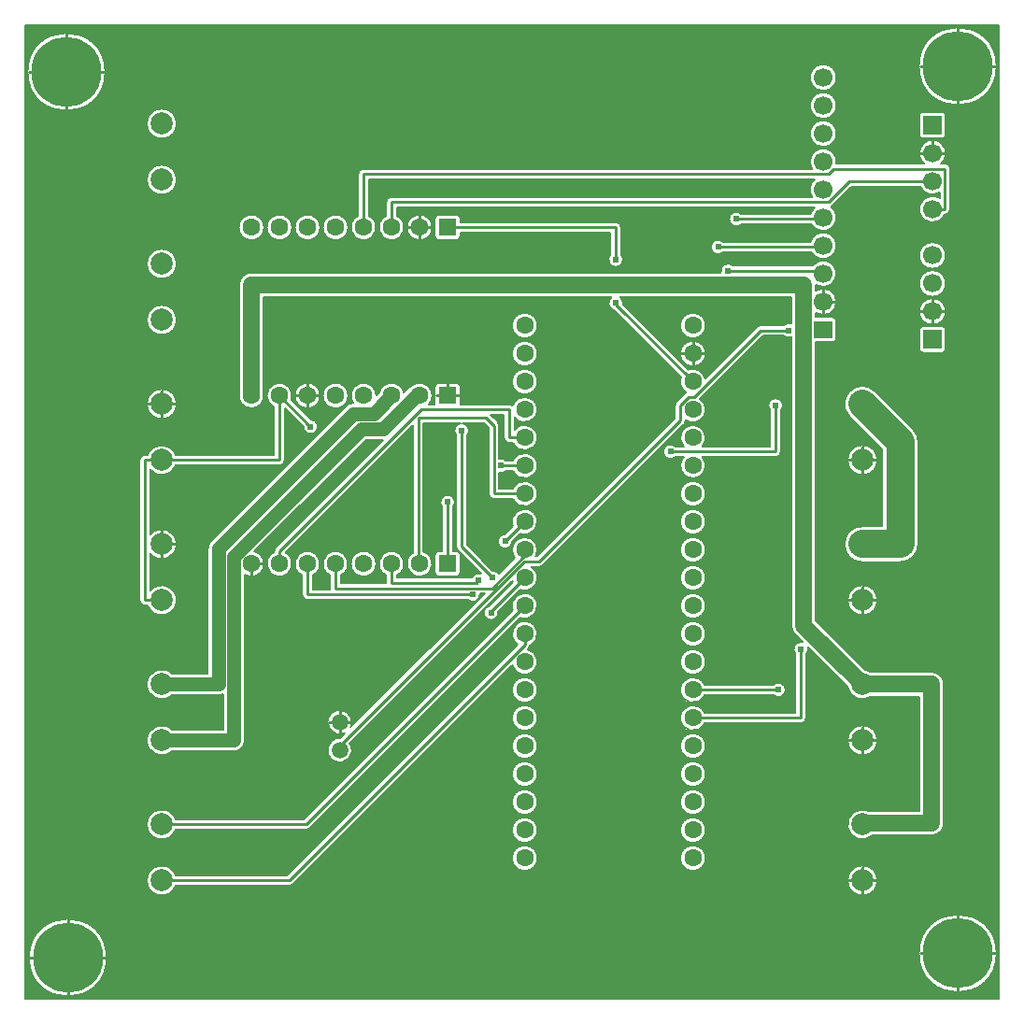
<source format=gtl>
G04 Layer: TopLayer*
G04 EasyEDA Pro v3.2.87, 2026-02-03 17:42:00*
G04 Gerber Generator version 0.3*
G04 Scale: 100 percent, Rotated: No, Reflected: No*
G04 Dimensions in millimeters*
G04 Leading zeros omitted, absolute positions, 4 integers and 5 decimals*
G04 Generated by one-click*
%FSLAX45Y45*%
%MOMM*%
%ADD10C,0.2032*%
%ADD11C,0.254*%
%ADD12C,6.35*%
%ADD13R,1.7X1.7*%
%ADD14C,1.7*%
%ADD15C,2.0*%
%ADD16R,1.6X1.6*%
%ADD17C,1.6*%
%ADD18R,1.7X1.5748*%
%ADD19C,1.5039*%
%ADD20C,1.5*%
%ADD21C,0.61*%
%ADD22C,1.524*%
%ADD23C,1.27*%
%ADD24C,2.54*%
G75*


G04 Copper Start*
G36*
G01X8917686Y-340614D02*
G01X8917686Y-9158986D01*
G01X99314Y-9158986D01*
G01X99314Y-8788400D01*
G01X129286Y-8788400D01*
G01X131221Y-8825331D01*
G01X137007Y-8861858D01*
G01X146578Y-8897580D01*
G01X159832Y-8932106D01*
G01X176621Y-8965057D01*
G01X196763Y-8996073D01*
G01X220037Y-9024813D01*
G01X246187Y-9050963D01*
G01X274927Y-9074237D01*
G01X305943Y-9094379D01*
G01X338894Y-9111168D01*
G01X373420Y-9124422D01*
G01X409142Y-9133993D01*
G01X445669Y-9139779D01*
G01X482600Y-9141714D01*
G01X519531Y-9139779D01*
G01X556058Y-9133993D01*
G01X591780Y-9124422D01*
G01X626306Y-9111168D01*
G01X659257Y-9094379D01*
G01X690273Y-9074237D01*
G01X719013Y-9050963D01*
G01X745163Y-9024813D01*
G01X768437Y-8996073D01*
G01X788579Y-8965057D01*
G01X805368Y-8932106D01*
G01X818622Y-8897580D01*
G01X828193Y-8861858D01*
G01X833979Y-8825331D01*
G01X835914Y-8788400D01*
G01X833979Y-8751469D01*
G01X833793Y-8750300D01*
G01X8193786Y-8750300D01*
G01X8195721Y-8787231D01*
G01X8201507Y-8823758D01*
G01X8211078Y-8859480D01*
G01X8224332Y-8894006D01*
G01X8241121Y-8926957D01*
G01X8261263Y-8957973D01*
G01X8284537Y-8986713D01*
G01X8310687Y-9012863D01*
G01X8339427Y-9036137D01*
G01X8370443Y-9056279D01*
G01X8403394Y-9073068D01*
G01X8437920Y-9086322D01*
G01X8473642Y-9095893D01*
G01X8510169Y-9101679D01*
G01X8547100Y-9103614D01*
G01X8584031Y-9101679D01*
G01X8620558Y-9095893D01*
G01X8656280Y-9086322D01*
G01X8690806Y-9073068D01*
G01X8723757Y-9056279D01*
G01X8754773Y-9036137D01*
G01X8783513Y-9012863D01*
G01X8809663Y-8986713D01*
G01X8832937Y-8957973D01*
G01X8853079Y-8926957D01*
G01X8869868Y-8894006D01*
G01X8883122Y-8859480D01*
G01X8892693Y-8823758D01*
G01X8898479Y-8787231D01*
G01X8900414Y-8750300D01*
G01X8898479Y-8713369D01*
G01X8892693Y-8676842D01*
G01X8883122Y-8641120D01*
G01X8869868Y-8606594D01*
G01X8853079Y-8573643D01*
G01X8832937Y-8542627D01*
G01X8809663Y-8513887D01*
G01X8783513Y-8487737D01*
G01X8754773Y-8464463D01*
G01X8723757Y-8444321D01*
G01X8690806Y-8427532D01*
G01X8656280Y-8414278D01*
G01X8620558Y-8404707D01*
G01X8584031Y-8398921D01*
G01X8547100Y-8396986D01*
G01X8510169Y-8398921D01*
G01X8473642Y-8404707D01*
G01X8437920Y-8414278D01*
G01X8403394Y-8427532D01*
G01X8370443Y-8444321D01*
G01X8339427Y-8464463D01*
G01X8310687Y-8487737D01*
G01X8284537Y-8513887D01*
G01X8261263Y-8542627D01*
G01X8241121Y-8573643D01*
G01X8224332Y-8606594D01*
G01X8211078Y-8641120D01*
G01X8201507Y-8676842D01*
G01X8195721Y-8713369D01*
G01X8193786Y-8750300D01*
G01X8193786Y-8750300D01*
G01X833793Y-8750300D01*
G01X828193Y-8714942D01*
G01X818622Y-8679220D01*
G01X805368Y-8644694D01*
G01X788579Y-8611743D01*
G01X768437Y-8580727D01*
G01X745163Y-8551987D01*
G01X719013Y-8525837D01*
G01X690273Y-8502563D01*
G01X659257Y-8482421D01*
G01X626306Y-8465632D01*
G01X591780Y-8452378D01*
G01X556058Y-8442807D01*
G01X519531Y-8437021D01*
G01X482600Y-8435086D01*
G01X445669Y-8437021D01*
G01X409142Y-8442807D01*
G01X373420Y-8452378D01*
G01X338894Y-8465632D01*
G01X305943Y-8482421D01*
G01X274927Y-8502563D01*
G01X246187Y-8525837D01*
G01X220037Y-8551987D01*
G01X196763Y-8580727D01*
G01X176621Y-8611743D01*
G01X159832Y-8644694D01*
G01X146578Y-8679220D01*
G01X137007Y-8714942D01*
G01X131221Y-8751469D01*
G01X129286Y-8788400D01*
G01X129286Y-8788400D01*
G01X99314Y-8788400D01*
G01X99314Y-8089900D01*
G01X1197686Y-8089900D01*
G01X1199493Y-8111982D01*
G01X1204867Y-8133476D01*
G01X1213663Y-8153810D01*
G01X1225649Y-8172444D01*
G01X1240504Y-8188881D01*
G01X1257835Y-8202684D01*
G01X1277179Y-8213485D01*
G01X1298021Y-8220998D01*
G01X1319808Y-8225022D01*
G01X1341960Y-8225450D01*
G01X1363886Y-8222271D01*
G01X1385003Y-8215569D01*
G01X1404750Y-8205523D01*
G01X1422601Y-8192400D01*
G01X1438081Y-8176550D01*
G01X1450778Y-8158393D01*
G01X1460353Y-8138414D01*
G01X2488999Y-8138414D01*
G01X2501555Y-8136761D01*
G01X2513256Y-8131914D01*
G01X2523303Y-8124205D01*
G01X2568823Y-8078685D01*
G01X7548150Y-8078685D01*
G01X7548150Y-8101115D01*
G01X7551842Y-8123240D01*
G01X7559125Y-8144456D01*
G01X7569801Y-8164183D01*
G01X7583579Y-8181884D01*
G01X7600081Y-8197076D01*
G01X7618860Y-8209345D01*
G01X7639401Y-8218355D01*
G01X7661146Y-8223861D01*
G01X7683500Y-8225714D01*
G01X7683500Y-8225714D01*
G01X7705854Y-8223861D01*
G01X7727599Y-8218355D01*
G01X7748140Y-8209345D01*
G01X7766919Y-8197076D01*
G01X7783421Y-8181884D01*
G01X7797199Y-8164183D01*
G01X7807875Y-8144456D01*
G01X7815158Y-8123240D01*
G01X7818850Y-8101115D01*
G01X7818850Y-8078685D01*
G01X7815158Y-8056560D01*
G01X7807875Y-8035344D01*
G01X7797199Y-8015617D01*
G01X7783421Y-7997916D01*
G01X7766919Y-7982724D01*
G01X7748140Y-7970455D01*
G01X7727599Y-7961445D01*
G01X7705854Y-7955939D01*
G01X7683500Y-7954086D01*
G01X7661146Y-7955939D01*
G01X7639401Y-7961445D01*
G01X7618860Y-7970455D01*
G01X7600081Y-7982724D01*
G01X7583579Y-7997916D01*
G01X7569801Y-8015617D01*
G01X7559125Y-8035344D01*
G01X7551842Y-8056560D01*
G01X7548150Y-8078685D01*
G01X2568823Y-8078685D01*
G01X2771499Y-7876009D01*
G01X4507478Y-7876009D01*
G01X4507478Y-7897381D01*
G01X4511405Y-7918389D01*
G01X4519125Y-7938318D01*
G01X4530376Y-7956488D01*
G01X4544774Y-7972282D01*
G01X4561829Y-7985162D01*
G01X4580961Y-7994688D01*
G01X4601517Y-8000537D01*
G01X4622797Y-8002509D01*
G01X4622797Y-8002509D01*
G01X4644078Y-8000537D01*
G01X4664634Y-7994688D01*
G01X4683766Y-7985162D01*
G01X4700821Y-7972282D01*
G01X4715219Y-7956488D01*
G01X4726470Y-7938318D01*
G01X4734190Y-7918389D01*
G01X4738117Y-7897381D01*
G01X4738117Y-7876009D01*
G01X4738117Y-7876009D01*
G01X6031478Y-7876009D01*
G01X6031478Y-7897381D01*
G01X6035405Y-7918389D01*
G01X6043125Y-7938318D01*
G01X6054376Y-7956488D01*
G01X6068774Y-7972282D01*
G01X6085829Y-7985162D01*
G01X6104961Y-7994688D01*
G01X6125517Y-8000537D01*
G01X6146797Y-8002509D01*
G01X6146797Y-8002509D01*
G01X6168078Y-8000537D01*
G01X6188634Y-7994688D01*
G01X6207766Y-7985162D01*
G01X6224821Y-7972282D01*
G01X6239219Y-7956488D01*
G01X6250470Y-7938318D01*
G01X6258190Y-7918389D01*
G01X6262117Y-7897381D01*
G01X6262117Y-7876009D01*
G01X6258190Y-7855001D01*
G01X6250470Y-7835072D01*
G01X6239219Y-7816901D01*
G01X6224821Y-7801107D01*
G01X6207766Y-7788228D01*
G01X6188634Y-7778702D01*
G01X6168078Y-7772853D01*
G01X6146797Y-7770881D01*
G01X6125517Y-7772853D01*
G01X6104961Y-7778702D01*
G01X6085829Y-7788228D01*
G01X6068774Y-7801107D01*
G01X6054376Y-7816901D01*
G01X6043125Y-7835072D01*
G01X6035405Y-7855001D01*
G01X6031478Y-7876009D01*
G01X4738117Y-7876009D01*
G01X4734190Y-7855001D01*
G01X4726470Y-7835072D01*
G01X4715219Y-7816901D01*
G01X4700821Y-7801107D01*
G01X4683766Y-7788228D01*
G01X4664634Y-7778702D01*
G01X4644078Y-7772853D01*
G01X4622797Y-7770881D01*
G01X4601517Y-7772853D01*
G01X4580961Y-7778702D01*
G01X4561829Y-7788228D01*
G01X4544774Y-7801107D01*
G01X4530376Y-7816901D01*
G01X4519125Y-7835072D01*
G01X4511405Y-7855001D01*
G01X4507478Y-7876009D01*
G01X2771499Y-7876009D01*
G01X3025499Y-7622009D01*
G01X4507478Y-7622009D01*
G01X4507478Y-7643381D01*
G01X4511405Y-7664389D01*
G01X4519125Y-7684318D01*
G01X4530376Y-7702488D01*
G01X4544774Y-7718282D01*
G01X4561829Y-7731162D01*
G01X4580961Y-7740688D01*
G01X4601517Y-7746537D01*
G01X4622797Y-7748509D01*
G01X4622797Y-7748509D01*
G01X4644078Y-7746537D01*
G01X4664634Y-7740688D01*
G01X4683766Y-7731162D01*
G01X4700821Y-7718282D01*
G01X4715219Y-7702488D01*
G01X4726470Y-7684318D01*
G01X4734190Y-7664389D01*
G01X4738117Y-7643381D01*
G01X4738117Y-7622009D01*
G01X4738117Y-7622009D01*
G01X6031478Y-7622009D01*
G01X6031478Y-7643381D01*
G01X6035405Y-7664389D01*
G01X6043125Y-7684318D01*
G01X6054376Y-7702488D01*
G01X6068774Y-7718282D01*
G01X6085829Y-7731162D01*
G01X6104961Y-7740688D01*
G01X6125517Y-7746537D01*
G01X6146797Y-7748509D01*
G01X6146797Y-7748509D01*
G01X6168078Y-7746537D01*
G01X6188634Y-7740688D01*
G01X6207766Y-7731162D01*
G01X6224821Y-7718282D01*
G01X6239219Y-7702488D01*
G01X6250470Y-7684318D01*
G01X6258190Y-7664389D01*
G01X6262117Y-7643381D01*
G01X6262117Y-7622009D01*
G01X6258190Y-7601001D01*
G01X6250470Y-7581072D01*
G01X6239219Y-7562901D01*
G01X6224821Y-7547107D01*
G01X6207766Y-7534228D01*
G01X6188634Y-7524702D01*
G01X6168078Y-7518853D01*
G01X6146797Y-7516881D01*
G01X6125517Y-7518853D01*
G01X6104961Y-7524702D01*
G01X6085829Y-7534228D01*
G01X6068774Y-7547107D01*
G01X6054376Y-7562901D01*
G01X6043125Y-7581072D01*
G01X6035405Y-7601001D01*
G01X6031478Y-7622009D01*
G01X4738117Y-7622009D01*
G01X4734190Y-7601001D01*
G01X4726470Y-7581072D01*
G01X4715219Y-7562901D01*
G01X4700821Y-7547107D01*
G01X4683766Y-7534228D01*
G01X4664634Y-7524702D01*
G01X4644078Y-7518853D01*
G01X4622797Y-7516881D01*
G01X4601517Y-7518853D01*
G01X4580961Y-7524702D01*
G01X4561829Y-7534228D01*
G01X4544774Y-7547107D01*
G01X4530376Y-7562901D01*
G01X4519125Y-7581072D01*
G01X4511405Y-7601001D01*
G01X4507478Y-7622009D01*
G01X3025499Y-7622009D01*
G01X3279499Y-7368009D01*
G01X4507478Y-7368009D01*
G01X4507478Y-7389381D01*
G01X4511405Y-7410389D01*
G01X4519125Y-7430318D01*
G01X4530376Y-7448488D01*
G01X4544774Y-7464282D01*
G01X4561829Y-7477162D01*
G01X4580961Y-7486688D01*
G01X4601517Y-7492537D01*
G01X4622797Y-7494509D01*
G01X4622797Y-7494509D01*
G01X4644078Y-7492537D01*
G01X4664634Y-7486688D01*
G01X4683766Y-7477162D01*
G01X4700821Y-7464282D01*
G01X4715219Y-7448488D01*
G01X4726470Y-7430318D01*
G01X4734190Y-7410389D01*
G01X4738117Y-7389381D01*
G01X4738117Y-7368009D01*
G01X4738117Y-7368009D01*
G01X6031478Y-7368009D01*
G01X6031478Y-7389381D01*
G01X6035405Y-7410389D01*
G01X6043125Y-7430318D01*
G01X6054376Y-7448488D01*
G01X6068774Y-7464282D01*
G01X6085829Y-7477162D01*
G01X6104961Y-7486688D01*
G01X6125517Y-7492537D01*
G01X6146797Y-7494509D01*
G01X6146797Y-7494509D01*
G01X6168078Y-7492537D01*
G01X6188634Y-7486688D01*
G01X6207766Y-7477162D01*
G01X6224821Y-7464282D01*
G01X6239219Y-7448488D01*
G01X6250470Y-7430318D01*
G01X6258190Y-7410389D01*
G01X6262117Y-7389381D01*
G01X6262117Y-7368009D01*
G01X6258190Y-7347001D01*
G01X6250470Y-7327072D01*
G01X6239219Y-7308901D01*
G01X6224821Y-7293107D01*
G01X6207766Y-7280228D01*
G01X6188634Y-7270702D01*
G01X6168078Y-7264853D01*
G01X6146797Y-7262881D01*
G01X6125517Y-7264853D01*
G01X6104961Y-7270702D01*
G01X6085829Y-7280228D01*
G01X6068774Y-7293107D01*
G01X6054376Y-7308901D01*
G01X6043125Y-7327072D01*
G01X6035405Y-7347001D01*
G01X6031478Y-7368009D01*
G01X4738117Y-7368009D01*
G01X4734190Y-7347001D01*
G01X4726470Y-7327072D01*
G01X4715219Y-7308901D01*
G01X4700821Y-7293107D01*
G01X4683766Y-7280228D01*
G01X4664634Y-7270702D01*
G01X4644078Y-7264853D01*
G01X4622797Y-7262881D01*
G01X4601517Y-7264853D01*
G01X4580961Y-7270702D01*
G01X4561829Y-7280228D01*
G01X4544774Y-7293107D01*
G01X4530376Y-7308901D01*
G01X4519125Y-7327072D01*
G01X4511405Y-7347001D01*
G01X4507478Y-7368009D01*
G01X3279499Y-7368009D01*
G01X3533499Y-7114009D01*
G01X4507478Y-7114009D01*
G01X4507478Y-7135381D01*
G01X4511405Y-7156389D01*
G01X4519125Y-7176318D01*
G01X4530376Y-7194488D01*
G01X4544774Y-7210282D01*
G01X4561829Y-7223162D01*
G01X4580961Y-7232688D01*
G01X4601517Y-7238537D01*
G01X4622797Y-7240509D01*
G01X4622797Y-7240509D01*
G01X4644078Y-7238537D01*
G01X4664634Y-7232688D01*
G01X4683766Y-7223162D01*
G01X4700821Y-7210282D01*
G01X4715219Y-7194488D01*
G01X4726470Y-7176318D01*
G01X4734190Y-7156389D01*
G01X4738117Y-7135381D01*
G01X4738117Y-7114009D01*
G01X4738117Y-7114009D01*
G01X6031478Y-7114009D01*
G01X6031478Y-7135381D01*
G01X6035405Y-7156389D01*
G01X6043125Y-7176318D01*
G01X6054376Y-7194488D01*
G01X6068774Y-7210282D01*
G01X6085829Y-7223162D01*
G01X6104961Y-7232688D01*
G01X6125517Y-7238537D01*
G01X6146797Y-7240509D01*
G01X6146797Y-7240509D01*
G01X6168078Y-7238537D01*
G01X6188634Y-7232688D01*
G01X6207766Y-7223162D01*
G01X6224821Y-7210282D01*
G01X6239219Y-7194488D01*
G01X6250470Y-7176318D01*
G01X6258190Y-7156389D01*
G01X6262117Y-7135381D01*
G01X6262117Y-7114009D01*
G01X6258190Y-7093001D01*
G01X6250470Y-7073072D01*
G01X6239219Y-7054901D01*
G01X6224821Y-7039107D01*
G01X6207766Y-7026228D01*
G01X6188634Y-7016702D01*
G01X6168078Y-7010853D01*
G01X6146797Y-7008881D01*
G01X6125517Y-7010853D01*
G01X6104961Y-7016702D01*
G01X6085829Y-7026228D01*
G01X6068774Y-7039107D01*
G01X6054376Y-7054901D01*
G01X6043125Y-7073072D01*
G01X6035405Y-7093001D01*
G01X6031478Y-7114009D01*
G01X4738117Y-7114009D01*
G01X4734190Y-7093001D01*
G01X4726470Y-7073072D01*
G01X4715219Y-7054901D01*
G01X4700821Y-7039107D01*
G01X4683766Y-7026228D01*
G01X4664634Y-7016702D01*
G01X4644078Y-7010853D01*
G01X4622797Y-7008881D01*
G01X4601517Y-7010853D01*
G01X4580961Y-7016702D01*
G01X4561829Y-7026228D01*
G01X4544774Y-7039107D01*
G01X4530376Y-7054901D01*
G01X4519125Y-7073072D01*
G01X4511405Y-7093001D01*
G01X4507478Y-7114009D01*
G01X3533499Y-7114009D01*
G01X3787499Y-6860009D01*
G01X4507478Y-6860009D01*
G01X4507478Y-6881381D01*
G01X4511405Y-6902389D01*
G01X4519125Y-6922318D01*
G01X4530376Y-6940488D01*
G01X4544774Y-6956282D01*
G01X4561829Y-6969162D01*
G01X4580961Y-6978688D01*
G01X4601517Y-6984537D01*
G01X4622797Y-6986509D01*
G01X4622797Y-6986509D01*
G01X4644078Y-6984537D01*
G01X4664634Y-6978688D01*
G01X4683766Y-6969162D01*
G01X4700821Y-6956282D01*
G01X4715219Y-6940488D01*
G01X4726470Y-6922318D01*
G01X4734190Y-6902389D01*
G01X4738117Y-6881381D01*
G01X4738117Y-6860009D01*
G01X4738117Y-6860009D01*
G01X6031478Y-6860009D01*
G01X6031478Y-6881381D01*
G01X6035405Y-6902389D01*
G01X6043125Y-6922318D01*
G01X6054376Y-6940488D01*
G01X6068774Y-6956282D01*
G01X6085829Y-6969162D01*
G01X6104961Y-6978688D01*
G01X6125517Y-6984537D01*
G01X6146797Y-6986509D01*
G01X6146797Y-6986509D01*
G01X6168078Y-6984537D01*
G01X6188634Y-6978688D01*
G01X6207766Y-6969162D01*
G01X6224821Y-6956282D01*
G01X6239219Y-6940488D01*
G01X6250470Y-6922318D01*
G01X6258190Y-6902389D01*
G01X6262117Y-6881381D01*
G01X6262117Y-6860009D01*
G01X6258190Y-6839001D01*
G01X6250470Y-6819072D01*
G01X6244038Y-6808685D01*
G01X7548150Y-6808685D01*
G01X7548150Y-6831115D01*
G01X7551842Y-6853240D01*
G01X7559125Y-6874456D01*
G01X7569801Y-6894183D01*
G01X7583579Y-6911884D01*
G01X7600081Y-6927076D01*
G01X7618860Y-6939345D01*
G01X7639401Y-6948355D01*
G01X7661146Y-6953861D01*
G01X7683500Y-6955714D01*
G01X7683500Y-6955714D01*
G01X7705854Y-6953861D01*
G01X7727599Y-6948355D01*
G01X7748140Y-6939345D01*
G01X7766919Y-6927076D01*
G01X7783421Y-6911884D01*
G01X7797199Y-6894183D01*
G01X7807875Y-6874456D01*
G01X7815158Y-6853240D01*
G01X7818850Y-6831115D01*
G01X7818850Y-6808685D01*
G01X7815158Y-6786560D01*
G01X7807875Y-6765344D01*
G01X7797199Y-6745617D01*
G01X7783421Y-6727916D01*
G01X7766919Y-6712724D01*
G01X7748140Y-6700455D01*
G01X7727599Y-6691445D01*
G01X7705854Y-6685939D01*
G01X7683500Y-6684086D01*
G01X7661146Y-6685939D01*
G01X7639401Y-6691445D01*
G01X7618860Y-6700455D01*
G01X7600081Y-6712724D01*
G01X7583579Y-6727916D01*
G01X7569801Y-6745617D01*
G01X7559125Y-6765344D01*
G01X7551842Y-6786560D01*
G01X7548150Y-6808685D01*
G01X6244038Y-6808685D01*
G01X6239219Y-6800901D01*
G01X6224821Y-6785107D01*
G01X6207766Y-6772228D01*
G01X6188634Y-6762702D01*
G01X6168078Y-6756853D01*
G01X6146797Y-6754881D01*
G01X6125517Y-6756853D01*
G01X6104961Y-6762702D01*
G01X6085829Y-6772228D01*
G01X6068774Y-6785107D01*
G01X6054376Y-6800901D01*
G01X6043125Y-6819072D01*
G01X6035405Y-6839001D01*
G01X6031478Y-6860009D01*
G01X4738117Y-6860009D01*
G01X4734190Y-6839001D01*
G01X4726470Y-6819072D01*
G01X4715219Y-6800901D01*
G01X4700821Y-6785107D01*
G01X4683766Y-6772228D01*
G01X4664634Y-6762702D01*
G01X4644078Y-6756853D01*
G01X4622797Y-6754881D01*
G01X4601517Y-6756853D01*
G01X4580961Y-6762702D01*
G01X4561829Y-6772228D01*
G01X4544774Y-6785107D01*
G01X4530376Y-6800901D01*
G01X4519125Y-6819072D01*
G01X4511405Y-6839001D01*
G01X4507478Y-6860009D01*
G01X3787499Y-6860009D01*
G01X4041499Y-6606009D01*
G01X4507478Y-6606009D01*
G01X4507478Y-6627381D01*
G01X4511405Y-6648389D01*
G01X4519125Y-6668318D01*
G01X4530376Y-6686488D01*
G01X4544774Y-6702282D01*
G01X4561829Y-6715162D01*
G01X4580961Y-6724688D01*
G01X4601517Y-6730537D01*
G01X4622797Y-6732509D01*
G01X4622797Y-6732509D01*
G01X4644078Y-6730537D01*
G01X4664634Y-6724688D01*
G01X4683766Y-6715162D01*
G01X4700821Y-6702282D01*
G01X4715219Y-6686488D01*
G01X4726470Y-6668318D01*
G01X4734190Y-6648389D01*
G01X4738117Y-6627381D01*
G01X4738117Y-6606009D01*
G01X4734190Y-6585001D01*
G01X4726470Y-6565072D01*
G01X4715219Y-6546901D01*
G01X4700821Y-6531107D01*
G01X4683766Y-6518228D01*
G01X4664634Y-6508702D01*
G01X4644078Y-6502853D01*
G01X4622797Y-6500881D01*
G01X4601517Y-6502853D01*
G01X4580961Y-6508702D01*
G01X4561829Y-6518228D01*
G01X4544774Y-6531107D01*
G01X4530376Y-6546901D01*
G01X4519125Y-6565072D01*
G01X4511405Y-6585001D01*
G01X4507478Y-6606009D01*
G01X4041499Y-6606009D01*
G01X4295499Y-6352009D01*
G01X4507478Y-6352009D01*
G01X4507478Y-6373381D01*
G01X4511405Y-6394389D01*
G01X4519125Y-6414318D01*
G01X4530376Y-6432488D01*
G01X4544774Y-6448282D01*
G01X4561829Y-6461162D01*
G01X4580961Y-6470688D01*
G01X4601517Y-6476537D01*
G01X4622797Y-6478509D01*
G01X4622797Y-6478509D01*
G01X4644078Y-6476537D01*
G01X4664634Y-6470688D01*
G01X4683766Y-6461162D01*
G01X4700821Y-6448282D01*
G01X4715219Y-6432488D01*
G01X4726470Y-6414318D01*
G01X4734190Y-6394389D01*
G01X4738117Y-6373381D01*
G01X4738117Y-6362689D01*
G01X6030984Y-6362689D01*
G01X6032867Y-6383495D01*
G01X6038457Y-6403623D01*
G01X6047572Y-6422420D01*
G01X6059915Y-6439274D01*
G01X6075086Y-6453636D01*
G01X6092589Y-6465039D01*
G01X6111856Y-6473112D01*
G01X6132261Y-6477593D01*
G01X6153138Y-6478335D01*
G01X6173809Y-6475315D01*
G01X6193601Y-6468630D01*
G01X6211870Y-6458499D01*
G01X6228022Y-6445251D01*
G01X6241531Y-6429316D01*
G01X6251958Y-6411214D01*
G01X6876290Y-6411214D01*
G01X6888661Y-6420312D01*
G01X6902794Y-6426321D01*
G01X6917929Y-6428918D01*
G01X6933256Y-6427964D01*
G01X6947953Y-6423510D01*
G01X6961231Y-6415794D01*
G01X6972378Y-6405232D01*
G01X6980797Y-6392389D01*
G01X6986036Y-6377953D01*
G01X6987814Y-6362700D01*
G01X6987814Y-6362700D01*
G01X6986036Y-6347447D01*
G01X6980797Y-6333011D01*
G01X6972378Y-6320168D01*
G01X6961231Y-6309606D01*
G01X6947953Y-6301890D01*
G01X6933256Y-6297436D01*
G01X6917929Y-6296482D01*
G01X6902794Y-6299079D01*
G01X6888661Y-6305088D01*
G01X6876290Y-6314186D01*
G01X6251963Y-6314186D01*
G01X6241538Y-6296083D01*
G01X6228030Y-6280147D01*
G01X6211879Y-6266897D01*
G01X6193611Y-6256764D01*
G01X6173820Y-6250078D01*
G01X6153149Y-6247055D01*
G01X6132272Y-6247796D01*
G01X6111867Y-6252274D01*
G01X6092599Y-6260346D01*
G01X6075094Y-6271747D01*
G01X6059923Y-6286108D01*
G01X6047577Y-6302960D01*
G01X6038461Y-6321756D01*
G01X6032869Y-6341884D01*
G01X6030984Y-6362689D01*
G01X4738117Y-6362689D01*
G01X4738117Y-6352009D01*
G01X4734190Y-6331001D01*
G01X4726470Y-6311072D01*
G01X4715219Y-6292901D01*
G01X4700821Y-6277107D01*
G01X4683766Y-6264228D01*
G01X4664634Y-6254702D01*
G01X4644078Y-6248853D01*
G01X4622797Y-6246881D01*
G01X4601517Y-6248853D01*
G01X4580961Y-6254702D01*
G01X4561829Y-6264228D01*
G01X4544774Y-6277107D01*
G01X4530376Y-6292901D01*
G01X4519125Y-6311072D01*
G01X4511405Y-6331001D01*
G01X4507478Y-6352009D01*
G01X4295499Y-6352009D01*
G01X4510498Y-6137010D01*
G01X4517180Y-6156211D01*
G01X4527116Y-6173947D01*
G01X4540000Y-6189673D01*
G01X4555436Y-6202904D01*
G01X4572947Y-6213231D01*
G01X4591995Y-6220337D01*
G01X4611992Y-6224004D01*
G01X4632322Y-6224116D01*
G01X4652358Y-6220673D01*
G01X4671483Y-6213778D01*
G01X4689108Y-6203646D01*
G01X4704690Y-6190588D01*
G01X4717749Y-6175006D01*
G01X4727881Y-6157381D01*
G01X4734775Y-6138255D01*
G01X4738219Y-6118219D01*
G01X4738107Y-6098009D01*
G01X6031478Y-6098009D01*
G01X6031478Y-6119381D01*
G01X6035405Y-6140389D01*
G01X6043125Y-6160318D01*
G01X6054376Y-6178488D01*
G01X6068774Y-6194282D01*
G01X6085829Y-6207162D01*
G01X6104961Y-6216688D01*
G01X6125517Y-6222537D01*
G01X6146797Y-6224509D01*
G01X6146797Y-6224509D01*
G01X6168078Y-6222537D01*
G01X6188634Y-6216688D01*
G01X6207766Y-6207162D01*
G01X6224821Y-6194282D01*
G01X6239219Y-6178488D01*
G01X6250470Y-6160318D01*
G01X6258190Y-6140389D01*
G01X6262117Y-6119381D01*
G01X6262117Y-6098009D01*
G01X6258190Y-6077001D01*
G01X6250470Y-6057072D01*
G01X6239219Y-6038901D01*
G01X6224821Y-6023107D01*
G01X6207766Y-6010228D01*
G01X6188634Y-6000702D01*
G01X6168078Y-5994853D01*
G01X6146797Y-5992881D01*
G01X6125517Y-5994853D01*
G01X6104961Y-6000702D01*
G01X6085829Y-6010228D01*
G01X6068774Y-6023107D01*
G01X6054376Y-6038901D01*
G01X6043125Y-6057072D01*
G01X6035405Y-6077001D01*
G01X6031478Y-6098009D01*
G01X4738107Y-6098009D01*
G01X4738106Y-6097889D01*
G01X4734440Y-6077893D01*
G01X4727334Y-6058845D01*
G01X4717006Y-6041333D01*
G01X4703776Y-6025898D01*
G01X4688050Y-6013013D01*
G01X4670313Y-6003077D01*
G01X4651112Y-5996396D01*
G01X4657102Y-5990406D01*
G01X4664159Y-5981455D01*
G01X4668933Y-5971106D01*
G01X4671160Y-5959927D01*
G01X4688803Y-5949859D01*
G01X4704414Y-5936863D01*
G01X4717515Y-5921339D01*
G01X4727702Y-5903765D01*
G01X4734662Y-5884681D01*
G01X4738180Y-5864675D01*
G01X4738149Y-5844362D01*
G01X4738086Y-5844009D01*
G01X6031478Y-5844009D01*
G01X6031478Y-5865381D01*
G01X6035405Y-5886389D01*
G01X6043125Y-5906318D01*
G01X6054376Y-5924488D01*
G01X6068774Y-5940282D01*
G01X6085829Y-5953162D01*
G01X6104961Y-5962688D01*
G01X6125517Y-5968537D01*
G01X6146797Y-5970509D01*
G01X6146797Y-5970509D01*
G01X6168078Y-5968537D01*
G01X6188634Y-5962688D01*
G01X6207766Y-5953162D01*
G01X6224821Y-5940282D01*
G01X6239219Y-5924488D01*
G01X6250470Y-5906318D01*
G01X6258190Y-5886389D01*
G01X6262117Y-5865381D01*
G01X6262117Y-5844009D01*
G01X6258190Y-5823001D01*
G01X6250470Y-5803072D01*
G01X6239219Y-5784901D01*
G01X6224821Y-5769107D01*
G01X6207766Y-5756228D01*
G01X6188634Y-5746702D01*
G01X6168078Y-5740853D01*
G01X6146797Y-5738881D01*
G01X6125517Y-5740853D01*
G01X6104961Y-5746702D01*
G01X6085829Y-5756228D01*
G01X6068774Y-5769107D01*
G01X6054376Y-5784901D01*
G01X6043125Y-5803072D01*
G01X6035405Y-5823001D01*
G01X6031478Y-5844009D01*
G01X4738086Y-5844009D01*
G01X4734570Y-5824367D01*
G01X4727552Y-5805305D01*
G01X4717311Y-5787762D01*
G01X4704163Y-5772278D01*
G01X4688512Y-5759330D01*
G01X4670839Y-5749315D01*
G01X4651688Y-5742542D01*
G01X4631648Y-5739220D01*
G01X4611337Y-5739450D01*
G01X4591377Y-5743225D01*
G01X4572385Y-5750429D01*
G01X4554943Y-5760841D01*
G01X4539589Y-5774140D01*
G01X4526794Y-5789917D01*
G01X4516953Y-5807687D01*
G01X4510368Y-5826903D01*
G01X4507241Y-5846974D01*
G01X4507670Y-5867283D01*
G01X4511640Y-5887204D01*
G01X4519030Y-5906125D01*
G01X4529612Y-5923465D01*
G01X4543060Y-5938688D01*
G01X4558962Y-5951328D01*
G01X2468904Y-8041386D01*
G01X2468904Y-8041386D01*
G01X1460353Y-8041386D01*
G01X1450778Y-8021407D01*
G01X1438081Y-8003250D01*
G01X1422601Y-7987400D01*
G01X1404750Y-7974277D01*
G01X1385003Y-7964231D01*
G01X1363886Y-7957529D01*
G01X1341960Y-7954350D01*
G01X1319808Y-7954778D01*
G01X1298021Y-7958802D01*
G01X1277179Y-7966315D01*
G01X1257835Y-7977116D01*
G01X1240504Y-7990919D01*
G01X1225649Y-8007356D01*
G01X1213663Y-8025990D01*
G01X1204867Y-8046324D01*
G01X1199493Y-8067818D01*
G01X1197686Y-8089900D01*
G01X99314Y-8089900D01*
G01X99314Y-7581900D01*
G01X1197686Y-7581900D01*
G01X1199493Y-7603982D01*
G01X1204867Y-7625476D01*
G01X1213663Y-7645810D01*
G01X1225649Y-7664444D01*
G01X1240504Y-7680881D01*
G01X1257835Y-7694684D01*
G01X1277179Y-7705485D01*
G01X1298021Y-7712998D01*
G01X1319808Y-7717022D01*
G01X1341960Y-7717450D01*
G01X1363886Y-7714271D01*
G01X1385003Y-7707569D01*
G01X1404750Y-7697523D01*
G01X1422601Y-7684400D01*
G01X1438081Y-7668550D01*
G01X1450778Y-7650393D01*
G01X1460353Y-7630414D01*
G01X2641592Y-7630414D01*
G01X2654149Y-7628761D01*
G01X2665849Y-7623914D01*
G01X2675897Y-7616205D01*
G01X4582741Y-5709361D01*
G01X4602913Y-5714789D01*
G01X4623733Y-5716505D01*
G01X4644523Y-5714453D01*
G01X4664605Y-5708699D01*
G01X4683327Y-5699432D01*
G01X4700080Y-5686952D01*
G01X4714318Y-5671665D01*
G01X4725579Y-5654070D01*
G01X4733495Y-5634737D01*
G01X4737810Y-5614297D01*
G01X4738382Y-5593415D01*
G01X4737856Y-5590009D01*
G01X6031478Y-5590009D01*
G01X6031478Y-5611381D01*
G01X6035405Y-5632389D01*
G01X6043125Y-5652318D01*
G01X6054376Y-5670488D01*
G01X6068774Y-5686282D01*
G01X6085829Y-5699162D01*
G01X6104961Y-5708688D01*
G01X6125517Y-5714537D01*
G01X6146797Y-5716509D01*
G01X6146797Y-5716509D01*
G01X6168078Y-5714537D01*
G01X6188634Y-5708688D01*
G01X6207766Y-5699162D01*
G01X6224821Y-5686282D01*
G01X6239219Y-5670488D01*
G01X6250470Y-5652318D01*
G01X6258190Y-5632389D01*
G01X6262117Y-5611381D01*
G01X6262117Y-5590009D01*
G01X6258190Y-5569001D01*
G01X6250470Y-5549072D01*
G01X6239219Y-5530901D01*
G01X6224821Y-5515107D01*
G01X6207766Y-5502228D01*
G01X6188634Y-5492702D01*
G01X6168078Y-5486853D01*
G01X6146797Y-5484881D01*
G01X6125517Y-5486853D01*
G01X6104961Y-5492702D01*
G01X6085829Y-5502228D01*
G01X6068774Y-5515107D01*
G01X6054376Y-5530901D01*
G01X6043125Y-5549072D01*
G01X6035405Y-5569001D01*
G01X6031478Y-5590009D01*
G01X4737856Y-5590009D01*
G01X4735194Y-5572769D01*
G01X4728349Y-5553032D01*
G01X4718069Y-5534846D01*
G01X4704690Y-5518802D01*
G01X4688646Y-5505423D01*
G01X4670460Y-5495143D01*
G01X4650723Y-5488298D01*
G01X4630078Y-5485110D01*
G01X4609195Y-5485683D01*
G01X4588755Y-5489997D01*
G01X4569423Y-5497914D01*
G01X4551827Y-5509174D01*
G01X4536541Y-5523412D01*
G01X4524060Y-5540165D01*
G01X4514793Y-5558887D01*
G01X4509040Y-5578970D01*
G01X4506987Y-5599759D01*
G01X4508703Y-5620579D01*
G01X4514131Y-5640752D01*
G01X2621497Y-7533386D01*
G01X1460353Y-7533386D01*
G01X1460353Y-7533386D01*
G01X1450778Y-7513407D01*
G01X1438081Y-7495250D01*
G01X1422601Y-7479400D01*
G01X1404750Y-7466277D01*
G01X1385003Y-7456231D01*
G01X1363886Y-7449529D01*
G01X1341960Y-7446350D01*
G01X1319808Y-7446778D01*
G01X1298021Y-7450802D01*
G01X1277179Y-7458315D01*
G01X1257835Y-7469116D01*
G01X1240504Y-7482919D01*
G01X1225649Y-7499356D01*
G01X1213663Y-7517990D01*
G01X1204867Y-7538324D01*
G01X1199493Y-7559818D01*
G01X1197686Y-7581900D01*
G01X99314Y-7581900D01*
G01X99314Y-6311900D01*
G01X1197686Y-6311900D01*
G01X1199549Y-6334317D01*
G01X1205086Y-6356119D01*
G01X1214147Y-6376709D01*
G01X1226481Y-6395520D01*
G01X1241751Y-6412037D01*
G01X1259538Y-6425808D01*
G01X1279354Y-6436453D01*
G01X1300655Y-6443682D01*
G01X1322857Y-6447296D01*
G01X1345351Y-6447196D01*
G01X1367521Y-6443384D01*
G01X1388756Y-6435965D01*
G01X1408476Y-6425143D01*
G01X1426140Y-6411214D01*
G01X1850401Y-6411214D01*
G01X1869713Y-6409318D01*
G01X1888287Y-6403704D01*
G01X1888287Y-6720586D01*
G01X1426140Y-6720586D01*
G01X1408476Y-6706657D01*
G01X1388756Y-6695835D01*
G01X1367521Y-6688416D01*
G01X1345351Y-6684604D01*
G01X1322857Y-6684504D01*
G01X1300655Y-6688118D01*
G01X1279354Y-6695347D01*
G01X1259538Y-6705992D01*
G01X1241751Y-6719763D01*
G01X1226481Y-6736280D01*
G01X1214147Y-6755091D01*
G01X1205086Y-6775681D01*
G01X1199549Y-6797483D01*
G01X1197686Y-6819900D01*
G01X1199549Y-6842317D01*
G01X1205086Y-6864119D01*
G01X1214147Y-6884709D01*
G01X1226481Y-6903520D01*
G01X1241751Y-6920037D01*
G01X1259538Y-6933808D01*
G01X1279354Y-6944453D01*
G01X1300655Y-6951682D01*
G01X1322857Y-6955296D01*
G01X1345351Y-6955196D01*
G01X1367521Y-6951384D01*
G01X1388756Y-6943965D01*
G01X1408476Y-6933143D01*
G01X1426140Y-6919214D01*
G01X1987601Y-6919214D01*
G01X2006977Y-6917306D01*
G01X2025607Y-6911654D01*
G01X2042777Y-6902477D01*
G01X2057827Y-6890126D01*
G01X2070178Y-6875076D01*
G01X2079355Y-6857906D01*
G01X2085007Y-6839275D01*
G01X2086915Y-6819900D01*
G01X2086915Y-5319130D01*
G01X2104771Y-5327813D01*
G01X2123848Y-5333318D01*
G01X2143585Y-5335483D01*
G01X2163401Y-5334246D01*
G01X2182715Y-5329642D01*
G01X2200959Y-5321806D01*
G01X2217596Y-5310970D01*
G01X2232138Y-5297450D01*
G01X2244157Y-5281646D01*
G01X2253299Y-5264021D01*
G01X2259297Y-5245094D01*
G01X2261974Y-5225420D01*
G01X2261251Y-5205578D01*
G01X2257149Y-5186151D01*
G01X2249789Y-5167710D01*
G01X2239388Y-5150798D01*
G01X2226251Y-5135910D01*
G01X2210763Y-5123486D01*
G01X2193382Y-5113889D01*
G01X2174616Y-5107402D01*
G01X3184704Y-4097314D01*
G01X3338438Y-4097314D01*
G01X3340248Y-4097297D01*
G01X2365997Y-5071548D01*
G01X2358287Y-5081596D01*
G01X2353440Y-5093297D01*
G01X2351787Y-5105853D01*
G01X2351787Y-5114538D01*
G01X2333916Y-5124802D01*
G01X2318148Y-5138070D01*
G01X2304980Y-5153924D01*
G01X2294831Y-5171860D01*
G01X2288021Y-5191310D01*
G01X2284767Y-5211660D01*
G01X2285171Y-5232265D01*
G01X2289220Y-5252472D01*
G01X2296787Y-5271641D01*
G01X2307632Y-5289165D01*
G01X2321411Y-5304490D01*
G01X2337687Y-5317130D01*
G01X2355947Y-5326685D01*
G01X2375611Y-5332853D01*
G01X2396056Y-5335437D01*
G01X2416637Y-5334357D01*
G01X2436699Y-5329647D01*
G01X2455610Y-5321455D01*
G01X2472769Y-5310041D01*
G01X2487633Y-5295767D01*
G01X2499732Y-5279084D01*
G01X2508683Y-5260521D01*
G01X2514202Y-5240665D01*
G01X2516114Y-5220145D01*
G01X2514359Y-5199612D01*
G01X2508993Y-5179714D01*
G01X2500185Y-5161083D01*
G01X2488214Y-5144308D01*
G01X2473460Y-5129920D01*
G01X2456389Y-5118375D01*
G01X3609086Y-3965677D01*
G01X3609086Y-5121388D01*
G01X3592440Y-5133966D01*
G01X3578321Y-5149327D01*
G01X3567187Y-5166973D01*
G01X3559400Y-5186329D01*
G01X3555212Y-5206768D01*
G01X3554759Y-5227628D01*
G01X3558056Y-5248229D01*
G01X3564996Y-5267906D01*
G01X3575354Y-5286017D01*
G01X3588793Y-5301976D01*
G01X3604877Y-5315266D01*
G01X3623085Y-5325453D01*
G01X3642825Y-5332209D01*
G01X3663457Y-5335313D01*
G01X3684311Y-5334665D01*
G01X3704710Y-5330285D01*
G01X3723993Y-5322317D01*
G01X3741533Y-5311019D01*
G01X3756761Y-5296756D01*
G01X3769184Y-5279993D01*
G01X3778397Y-5261274D01*
G01X3784101Y-5241205D01*
G01X3786113Y-5220438D01*
G01X3784366Y-5199647D01*
G01X3778916Y-5179507D01*
G01X3769942Y-5160672D01*
G01X3757734Y-5143752D01*
G01X3753518Y-5139701D01*
G01X3808487Y-5139701D01*
G01X3808487Y-5299701D01*
G01X3810240Y-5310768D01*
G01X3815327Y-5320752D01*
G01X3823250Y-5328675D01*
G01X3833234Y-5333762D01*
G01X3844301Y-5335515D01*
G01X4004301Y-5335515D01*
G01X4015368Y-5333762D01*
G01X4025352Y-5328675D01*
G01X4033275Y-5320752D01*
G01X4038362Y-5310768D01*
G01X4040115Y-5299701D01*
G01X4040115Y-5139701D01*
G01X4038362Y-5128634D01*
G01X4033275Y-5118650D01*
G01X4025352Y-5110727D01*
G01X4015368Y-5105640D01*
G01X4004301Y-5103887D01*
G01X3972815Y-5103887D01*
G01X3972815Y-4706110D01*
G01X3981914Y-4693739D01*
G01X3987922Y-4679606D01*
G01X3990519Y-4664471D01*
G01X3989565Y-4649144D01*
G01X3985111Y-4634447D01*
G01X3977396Y-4621169D01*
G01X3966833Y-4610022D01*
G01X3953990Y-4601603D01*
G01X3939555Y-4596364D01*
G01X3924301Y-4594586D01*
G01X3909048Y-4596364D01*
G01X3894612Y-4601603D01*
G01X3881769Y-4610022D01*
G01X3871207Y-4621169D01*
G01X3863492Y-4634447D01*
G01X3859038Y-4649144D01*
G01X3858083Y-4664471D01*
G01X3860680Y-4679606D01*
G01X3866689Y-4693739D01*
G01X3875787Y-4706110D01*
G01X3875787Y-5103887D01*
G01X3875787Y-5103887D01*
G01X3844301Y-5103887D01*
G01X3833234Y-5105640D01*
G01X3823250Y-5110727D01*
G01X3815327Y-5118650D01*
G01X3810240Y-5128634D01*
G01X3808487Y-5139701D01*
G01X3753518Y-5139701D01*
G01X3742689Y-5129297D01*
G01X3725294Y-5117776D01*
G01X3706114Y-5109564D01*
G01X3706114Y-3947414D01*
G01X4042948Y-3947414D01*
G01X4027311Y-3951377D01*
G01X4013094Y-3958998D01*
G01X4001138Y-3969826D01*
G01X3992150Y-3983220D01*
G01X3986661Y-3998389D01*
G01X3984997Y-4014434D01*
G01X3987257Y-4030405D01*
G01X3993306Y-4045359D01*
G01X4002786Y-4058410D01*
G01X4002786Y-5067300D01*
G01X4004439Y-5079856D01*
G01X4009286Y-5091557D01*
G01X4016995Y-5101605D01*
G01X4224535Y-5309144D01*
G01X4209286Y-5306022D01*
G01X4193729Y-5306540D01*
G01X4178722Y-5310670D01*
G01X4165091Y-5318184D01*
G01X4153587Y-5328669D01*
G01X4144844Y-5341547D01*
G01X3464815Y-5341547D01*
G01X3464815Y-5324864D01*
G01X3482918Y-5314438D01*
G01X3498853Y-5300930D01*
G01X3512102Y-5284778D01*
G01X3522234Y-5266510D01*
G01X3528920Y-5246718D01*
G01X3531941Y-5226047D01*
G01X3531200Y-5205170D01*
G01X3526720Y-5184766D01*
G01X3518648Y-5165498D01*
G01X3507246Y-5147994D01*
G01X3492884Y-5132823D01*
G01X3476031Y-5120478D01*
G01X3457235Y-5111362D01*
G01X3437106Y-5105772D01*
G01X3416301Y-5103887D01*
G01X3395496Y-5105772D01*
G01X3375368Y-5111362D01*
G01X3356571Y-5120478D01*
G01X3339718Y-5132823D01*
G01X3325357Y-5147994D01*
G01X3313955Y-5165498D01*
G01X3305882Y-5184766D01*
G01X3301403Y-5205170D01*
G01X3300661Y-5226047D01*
G01X3303683Y-5246718D01*
G01X3310368Y-5266510D01*
G01X3320500Y-5284778D01*
G01X3333750Y-5300930D01*
G01X3349685Y-5314438D01*
G01X3367787Y-5324864D01*
G01X3367787Y-5390061D01*
G01X3367834Y-5392186D01*
G01X2956815Y-5392186D01*
G01X2956815Y-5324864D01*
G01X2974918Y-5314438D01*
G01X2990853Y-5300930D01*
G01X3004102Y-5284778D01*
G01X3014234Y-5266510D01*
G01X3020920Y-5246718D01*
G01X3023941Y-5226047D01*
G01X3023716Y-5219701D01*
G01X3046487Y-5219701D01*
G01X3048459Y-5240982D01*
G01X3054308Y-5261538D01*
G01X3063834Y-5280669D01*
G01X3076714Y-5297725D01*
G01X3092508Y-5312123D01*
G01X3110679Y-5323374D01*
G01X3130607Y-5331094D01*
G01X3151615Y-5335021D01*
G01X3172987Y-5335021D01*
G01X3193995Y-5331094D01*
G01X3213924Y-5323374D01*
G01X3232095Y-5312123D01*
G01X3247889Y-5297725D01*
G01X3260768Y-5280669D01*
G01X3270294Y-5261538D01*
G01X3276143Y-5240982D01*
G01X3278115Y-5219701D01*
G01X3278115Y-5219701D01*
G01X3276143Y-5198421D01*
G01X3270294Y-5177864D01*
G01X3260768Y-5158733D01*
G01X3247889Y-5141678D01*
G01X3232095Y-5127280D01*
G01X3213924Y-5116029D01*
G01X3193995Y-5108309D01*
G01X3172987Y-5104381D01*
G01X3151615Y-5104381D01*
G01X3130607Y-5108309D01*
G01X3110679Y-5116029D01*
G01X3092508Y-5127280D01*
G01X3076714Y-5141678D01*
G01X3063834Y-5158733D01*
G01X3054308Y-5177864D01*
G01X3048459Y-5198421D01*
G01X3046487Y-5219701D01*
G01X3023716Y-5219701D01*
G01X3023200Y-5205170D01*
G01X3018720Y-5184766D01*
G01X3010648Y-5165498D01*
G01X2999246Y-5147994D01*
G01X2984884Y-5132823D01*
G01X2968031Y-5120478D01*
G01X2949235Y-5111362D01*
G01X2929106Y-5105772D01*
G01X2908301Y-5103887D01*
G01X2887496Y-5105772D01*
G01X2867368Y-5111362D01*
G01X2848571Y-5120478D01*
G01X2831718Y-5132823D01*
G01X2817357Y-5147994D01*
G01X2805955Y-5165498D01*
G01X2797882Y-5184766D01*
G01X2793403Y-5205170D01*
G01X2792661Y-5226047D01*
G01X2795683Y-5246718D01*
G01X2802368Y-5266510D01*
G01X2812500Y-5284778D01*
G01X2825750Y-5300930D01*
G01X2841685Y-5314438D01*
G01X2859787Y-5324864D01*
G01X2859787Y-5440700D01*
G01X2860805Y-5450586D01*
G01X2702815Y-5450586D01*
G01X2702815Y-5324864D01*
G01X2720918Y-5314438D01*
G01X2736853Y-5300930D01*
G01X2750102Y-5284778D01*
G01X2760234Y-5266510D01*
G01X2766920Y-5246718D01*
G01X2769941Y-5226047D01*
G01X2769200Y-5205170D01*
G01X2764720Y-5184766D01*
G01X2756648Y-5165498D01*
G01X2745246Y-5147994D01*
G01X2730884Y-5132823D01*
G01X2714031Y-5120478D01*
G01X2695235Y-5111362D01*
G01X2675106Y-5105772D01*
G01X2654301Y-5103887D01*
G01X2633496Y-5105772D01*
G01X2613368Y-5111362D01*
G01X2594571Y-5120478D01*
G01X2577718Y-5132823D01*
G01X2563357Y-5147994D01*
G01X2551955Y-5165498D01*
G01X2543882Y-5184766D01*
G01X2539403Y-5205170D01*
G01X2538661Y-5226047D01*
G01X2541683Y-5246718D01*
G01X2548368Y-5266510D01*
G01X2558500Y-5284778D01*
G01X2571750Y-5300930D01*
G01X2587685Y-5314438D01*
G01X2605787Y-5324864D01*
G01X2605787Y-5499100D01*
G01X2607440Y-5511656D01*
G01X2612287Y-5523357D01*
G01X2619997Y-5533405D01*
G01X2630044Y-5541114D01*
G01X2641745Y-5545961D01*
G01X2654301Y-5547614D01*
G01X4107690Y-5547614D01*
G01X4120927Y-5557197D01*
G01X4136106Y-5563252D01*
G01X4152304Y-5565411D01*
G01X4168539Y-5563544D01*
G01X4183824Y-5557762D01*
G01X4197231Y-5548418D01*
G01X4207946Y-5536079D01*
G01X4215318Y-5521495D01*
G01X4218900Y-5505550D01*
G01X4218473Y-5489214D01*
G01X4259076Y-5489214D01*
G01X3046982Y-6701308D01*
G01X3053847Y-6681910D01*
G01X3057006Y-6661577D01*
G01X3056353Y-6641011D01*
G01X3051908Y-6620921D01*
G01X3043825Y-6601998D01*
G01X3032383Y-6584896D01*
G01X3017977Y-6570204D01*
G01X3001103Y-6558429D01*
G01X2982342Y-6549977D01*
G01X2962342Y-6545139D01*
G01X2941793Y-6544082D01*
G01X2921403Y-6546842D01*
G01X2901874Y-6553325D01*
G01X2883881Y-6563307D01*
G01X2868043Y-6576443D01*
G01X2854907Y-6592281D01*
G01X2844925Y-6610274D01*
G01X2838442Y-6629803D01*
G01X2835682Y-6650193D01*
G01X2836739Y-6670742D01*
G01X2841577Y-6690742D01*
G01X2850029Y-6709503D01*
G01X2861804Y-6726377D01*
G01X2876496Y-6740783D01*
G01X2893598Y-6752225D01*
G01X2912521Y-6760308D01*
G01X2932611Y-6764753D01*
G01X2953177Y-6765406D01*
G01X2973510Y-6762247D01*
G01X2992908Y-6755382D01*
G01X2950237Y-6798053D01*
G01X2929183Y-6799332D01*
G01X2908752Y-6804577D01*
G01X2889686Y-6813599D01*
G01X2872674Y-6826070D01*
G01X2858334Y-6841539D01*
G01X2847185Y-6859444D01*
G01X2839630Y-6879138D01*
G01X2835944Y-6899906D01*
G01X2836259Y-6920997D01*
G01X2840566Y-6941646D01*
G01X2848707Y-6961105D01*
G01X2860388Y-6978668D01*
G01X2875185Y-6993700D01*
G01X2892562Y-7005656D01*
G01X2911890Y-7014103D01*
G01X2932468Y-7018735D01*
G01X2953551Y-7019383D01*
G01X2974375Y-7016024D01*
G01X2994186Y-7008781D01*
G01X3012265Y-6997915D01*
G01X3027958Y-6983821D01*
G01X3040695Y-6967008D01*
G01X3050016Y-6948086D01*
G01X3055583Y-6927741D01*
G01X3057194Y-6906709D01*
G01X3054791Y-6885753D01*
G01X3048460Y-6865633D01*
G01X3038432Y-6847076D01*
G01X4510498Y-5375010D01*
G01X4514134Y-5386757D01*
G01X4300712Y-5600179D01*
G01X4286585Y-5605799D01*
G01X4274110Y-5614489D01*
G01X4263942Y-5625791D01*
G01X4256615Y-5639112D01*
G01X4252514Y-5653752D01*
G01X4251856Y-5668941D01*
G01X4254674Y-5683881D01*
G01X4260820Y-5697786D01*
G01X4269972Y-5709926D01*
G01X4281648Y-5719663D01*
G01X4295235Y-5726484D01*
G01X4310019Y-5730032D01*
G01X4325222Y-5730120D01*
G01X4340045Y-5726742D01*
G01X4353710Y-5720078D01*
G01X4365498Y-5710477D01*
G01X4374789Y-5698443D01*
G01X4381095Y-5684609D01*
G01X4384085Y-5669703D01*
G01X4383602Y-5654507D01*
G01X4582746Y-5455363D01*
G01X4603176Y-5460835D01*
G01X4624261Y-5462500D01*
G01X4645297Y-5460302D01*
G01X4665582Y-5454316D01*
G01X4684440Y-5444741D01*
G01X4701243Y-5431896D01*
G01X4715429Y-5416209D01*
G01X4726526Y-5398204D01*
G01X4734164Y-5378481D01*
G01X4738087Y-5357698D01*
G01X4738166Y-5336548D01*
G01X4738068Y-5336009D01*
G01X6031478Y-5336009D01*
G01X6031478Y-5357381D01*
G01X6035405Y-5378389D01*
G01X6043125Y-5398318D01*
G01X6054376Y-5416488D01*
G01X6068774Y-5432282D01*
G01X6085829Y-5445162D01*
G01X6104961Y-5454688D01*
G01X6125517Y-5460537D01*
G01X6146797Y-5462509D01*
G01X6146797Y-5462509D01*
G01X6168078Y-5460537D01*
G01X6188634Y-5454688D01*
G01X6207766Y-5445162D01*
G01X6224821Y-5432282D01*
G01X6239219Y-5416488D01*
G01X6250470Y-5398318D01*
G01X6258190Y-5378389D01*
G01X6262117Y-5357381D01*
G01X6262117Y-5336009D01*
G01X6258190Y-5315001D01*
G01X6250470Y-5295072D01*
G01X6239219Y-5276901D01*
G01X6224821Y-5261107D01*
G01X6207766Y-5248228D01*
G01X6188634Y-5238702D01*
G01X6168078Y-5232853D01*
G01X6146797Y-5230881D01*
G01X6125517Y-5232853D01*
G01X6104961Y-5238702D01*
G01X6085829Y-5248228D01*
G01X6068774Y-5261107D01*
G01X6054376Y-5276901D01*
G01X6043125Y-5295072D01*
G01X6035405Y-5315001D01*
G01X6031478Y-5336009D01*
G01X4738068Y-5336009D01*
G01X4734397Y-5315736D01*
G01X4726906Y-5295957D01*
G01X4715942Y-5277870D01*
G01X4701873Y-5262078D01*
G01X4685166Y-5249109D01*
G01X4756205Y-5249109D01*
G01X4768761Y-5247456D01*
G01X4780462Y-5242609D01*
G01X4790510Y-5234899D01*
G01X4943400Y-5082009D01*
G01X6031478Y-5082009D01*
G01X6031478Y-5103381D01*
G01X6035405Y-5124389D01*
G01X6043125Y-5144318D01*
G01X6054376Y-5162488D01*
G01X6068774Y-5178282D01*
G01X6085829Y-5191162D01*
G01X6104961Y-5200688D01*
G01X6125517Y-5206537D01*
G01X6146797Y-5208509D01*
G01X6146797Y-5208509D01*
G01X6168078Y-5206537D01*
G01X6188634Y-5200688D01*
G01X6207766Y-5191162D01*
G01X6224821Y-5178282D01*
G01X6239219Y-5162488D01*
G01X6250470Y-5144318D01*
G01X6258190Y-5124389D01*
G01X6262117Y-5103381D01*
G01X6262117Y-5082009D01*
G01X6258190Y-5061001D01*
G01X6250470Y-5041072D01*
G01X6239219Y-5022901D01*
G01X6224821Y-5007107D01*
G01X6207766Y-4994228D01*
G01X6188634Y-4984702D01*
G01X6168078Y-4978853D01*
G01X6146797Y-4976881D01*
G01X6125517Y-4978853D01*
G01X6104961Y-4984702D01*
G01X6085829Y-4994228D01*
G01X6068774Y-5007107D01*
G01X6054376Y-5022901D01*
G01X6043125Y-5041072D01*
G01X6035405Y-5061001D01*
G01X6031478Y-5082009D01*
G01X4943400Y-5082009D01*
G01X5197400Y-4828009D01*
G01X6031478Y-4828009D01*
G01X6031478Y-4849381D01*
G01X6035405Y-4870389D01*
G01X6043125Y-4890318D01*
G01X6054376Y-4908488D01*
G01X6068774Y-4924282D01*
G01X6085829Y-4937162D01*
G01X6104961Y-4946688D01*
G01X6125517Y-4952537D01*
G01X6146797Y-4954509D01*
G01X6146797Y-4954509D01*
G01X6168078Y-4952537D01*
G01X6188634Y-4946688D01*
G01X6207766Y-4937162D01*
G01X6224821Y-4924282D01*
G01X6239219Y-4908488D01*
G01X6250470Y-4890318D01*
G01X6258190Y-4870389D01*
G01X6262117Y-4849381D01*
G01X6262117Y-4828009D01*
G01X6258190Y-4807001D01*
G01X6250470Y-4787072D01*
G01X6239219Y-4768901D01*
G01X6224821Y-4753107D01*
G01X6207766Y-4740228D01*
G01X6188634Y-4730702D01*
G01X6168078Y-4724853D01*
G01X6146797Y-4722881D01*
G01X6125517Y-4724853D01*
G01X6104961Y-4730702D01*
G01X6085829Y-4740228D01*
G01X6068774Y-4753107D01*
G01X6054376Y-4768901D01*
G01X6043125Y-4787072D01*
G01X6035405Y-4807001D01*
G01X6031478Y-4828009D01*
G01X5197400Y-4828009D01*
G01X5451400Y-4574009D01*
G01X6031478Y-4574009D01*
G01X6031478Y-4595381D01*
G01X6035405Y-4616389D01*
G01X6043125Y-4636318D01*
G01X6054376Y-4654488D01*
G01X6068774Y-4670282D01*
G01X6085829Y-4683162D01*
G01X6104961Y-4692688D01*
G01X6125517Y-4698537D01*
G01X6146797Y-4700509D01*
G01X6146797Y-4700509D01*
G01X6168078Y-4698537D01*
G01X6188634Y-4692688D01*
G01X6207766Y-4683162D01*
G01X6224821Y-4670282D01*
G01X6239219Y-4654488D01*
G01X6250470Y-4636318D01*
G01X6258190Y-4616389D01*
G01X6262117Y-4595381D01*
G01X6262117Y-4574009D01*
G01X6258190Y-4553001D01*
G01X6250470Y-4533072D01*
G01X6239219Y-4514901D01*
G01X6224821Y-4499107D01*
G01X6207766Y-4486228D01*
G01X6188634Y-4476702D01*
G01X6168078Y-4470853D01*
G01X6146797Y-4468881D01*
G01X6125517Y-4470853D01*
G01X6104961Y-4476702D01*
G01X6085829Y-4486228D01*
G01X6068774Y-4499107D01*
G01X6054376Y-4514901D01*
G01X6043125Y-4533072D01*
G01X6035405Y-4553001D01*
G01X6031478Y-4574009D01*
G01X5451400Y-4574009D01*
G01X5821709Y-4203700D01*
G01X5877286Y-4203700D01*
G01X5879064Y-4218953D01*
G01X5884303Y-4233389D01*
G01X5892722Y-4246232D01*
G01X5903869Y-4256794D01*
G01X5917147Y-4264510D01*
G01X5931844Y-4268964D01*
G01X5947171Y-4269918D01*
G01X5962306Y-4267321D01*
G01X5976439Y-4261312D01*
G01X5988810Y-4252214D01*
G01X6061629Y-4252214D01*
G01X6049073Y-4268544D01*
G01X6039608Y-4286841D01*
G01X6033534Y-4306525D01*
G01X6031043Y-4326973D01*
G01X6032215Y-4347539D01*
G01X6037012Y-4367573D01*
G01X6045282Y-4386440D01*
G01X6056764Y-4403543D01*
G01X6071094Y-4418341D01*
G01X6087819Y-4430366D01*
G01X6106410Y-4439239D01*
G01X6126279Y-4444677D01*
G01X6146797Y-4446509D01*
G01X6167316Y-4444677D01*
G01X6187184Y-4439239D01*
G01X6205776Y-4430366D01*
G01X6222501Y-4418341D01*
G01X6236831Y-4403543D01*
G01X6248313Y-4386440D01*
G01X6256583Y-4367573D01*
G01X6261380Y-4347539D01*
G01X6262551Y-4326973D01*
G01X6260061Y-4306525D01*
G01X6253987Y-4286841D01*
G01X6244522Y-4268544D01*
G01X6231965Y-4252214D01*
G01X6896100Y-4252214D01*
G01X6908656Y-4250561D01*
G01X6920357Y-4245714D01*
G01X6930405Y-4238005D01*
G01X6938114Y-4227957D01*
G01X6942961Y-4216256D01*
G01X6944614Y-4203700D01*
G01X6944614Y-3829810D01*
G01X6953712Y-3817439D01*
G01X6959721Y-3803306D01*
G01X6962318Y-3788171D01*
G01X6961364Y-3772844D01*
G01X6956910Y-3758147D01*
G01X6949194Y-3744869D01*
G01X6938632Y-3733722D01*
G01X6925789Y-3725303D01*
G01X6911353Y-3720064D01*
G01X6896100Y-3718286D01*
G01X6880847Y-3720064D01*
G01X6866411Y-3725303D01*
G01X6853568Y-3733722D01*
G01X6843006Y-3744869D01*
G01X6835290Y-3758147D01*
G01X6830836Y-3772844D01*
G01X6829882Y-3788171D01*
G01X6832479Y-3803306D01*
G01X6838488Y-3817439D01*
G01X6847586Y-3829810D01*
G01X6847586Y-4155186D01*
G01X6231956Y-4155186D01*
G01X6231956Y-4155186D01*
G01X6244515Y-4138856D01*
G01X6253983Y-4120560D01*
G01X6260059Y-4100876D01*
G01X6262551Y-4080426D01*
G01X6261381Y-4059859D01*
G01X6256585Y-4039824D01*
G01X6248316Y-4020956D01*
G01X6236834Y-4003851D01*
G01X6222504Y-3989052D01*
G01X6205778Y-3977025D01*
G01X6187186Y-3968152D01*
G01X6167317Y-3962713D01*
G01X6146797Y-3960881D01*
G01X6126278Y-3962713D01*
G01X6106408Y-3968152D01*
G01X6087817Y-3977025D01*
G01X6071091Y-3989052D01*
G01X6056760Y-4003851D01*
G01X6045279Y-4020956D01*
G01X6037010Y-4039824D01*
G01X6032214Y-4059859D01*
G01X6031044Y-4080426D01*
G01X6033536Y-4100876D01*
G01X6039612Y-4120560D01*
G01X6049080Y-4138856D01*
G01X6061639Y-4155186D01*
G01X5988810Y-4155186D01*
G01X5976439Y-4146088D01*
G01X5962306Y-4140079D01*
G01X5947171Y-4137482D01*
G01X5931844Y-4138436D01*
G01X5917147Y-4142890D01*
G01X5903869Y-4150606D01*
G01X5892722Y-4161168D01*
G01X5884303Y-4174011D01*
G01X5879064Y-4188447D01*
G01X5877286Y-4203700D01*
G01X5821709Y-4203700D01*
G01X6066805Y-3958605D01*
G01X6074514Y-3948557D01*
G01X6079361Y-3936856D01*
G01X6081014Y-3924300D01*
G01X6081014Y-3918012D01*
G01X6098684Y-3928042D01*
G01X6117834Y-3934829D01*
G01X6137876Y-3938165D01*
G01X6158193Y-3937947D01*
G01X6178159Y-3934182D01*
G01X6197160Y-3926985D01*
G01X6214610Y-3916579D01*
G01X6229974Y-3903284D01*
G01X6242777Y-3887508D01*
G01X6252627Y-3869737D01*
G01X6259219Y-3850518D01*
G01X6262352Y-3830444D01*
G01X6261928Y-3810130D01*
G01X6257960Y-3790204D01*
G01X6250571Y-3771277D01*
G01X6239989Y-3753933D01*
G01X6226538Y-3738705D01*
G01X6210633Y-3726062D01*
G01X6783031Y-3153664D01*
G01X6970290Y-3153664D01*
G01X6982199Y-3162496D01*
G01X6995772Y-3168462D01*
G01X7010332Y-3171262D01*
G01X7025150Y-3170758D01*
G01X7039486Y-3166974D01*
G01X7039486Y-5779900D01*
G01X7040865Y-5797423D01*
G01X7044968Y-5814514D01*
G01X7051695Y-5830753D01*
G01X7060879Y-5845740D01*
G01X7072294Y-5859106D01*
G01X7144209Y-5931020D01*
G01X7130020Y-5928300D01*
G01X7115578Y-5928716D01*
G01X7101570Y-5932251D01*
G01X7088659Y-5938735D01*
G01X7077459Y-5947861D01*
G01X7068502Y-5959196D01*
G01X7062211Y-5972202D01*
G01X7058887Y-5986262D01*
G01X7058687Y-6000708D01*
G01X7061619Y-6014855D01*
G01X7067546Y-6028031D01*
G01X7076186Y-6039610D01*
G01X7076186Y-6568181D01*
G01X6251960Y-6568181D01*
G01X6241534Y-6550078D01*
G01X6228026Y-6534143D01*
G01X6211875Y-6520894D01*
G01X6193606Y-6510762D01*
G01X6173814Y-6504076D01*
G01X6153143Y-6501055D01*
G01X6132266Y-6501796D01*
G01X6111862Y-6506276D01*
G01X6092594Y-6514348D01*
G01X6075090Y-6525751D01*
G01X6059919Y-6540112D01*
G01X6047575Y-6556965D01*
G01X6038459Y-6575761D01*
G01X6032868Y-6595890D01*
G01X6030984Y-6616695D01*
G01X6032868Y-6637500D01*
G01X6038459Y-6657628D01*
G01X6047575Y-6676425D01*
G01X6059919Y-6693278D01*
G01X6075090Y-6707639D01*
G01X6092594Y-6719042D01*
G01X6111862Y-6727114D01*
G01X6132266Y-6731594D01*
G01X6153143Y-6732335D01*
G01X6173814Y-6729314D01*
G01X6193606Y-6722628D01*
G01X6211875Y-6712496D01*
G01X6228026Y-6699247D01*
G01X6241534Y-6683312D01*
G01X6251960Y-6665209D01*
G01X7124700Y-6665209D01*
G01X7137256Y-6663556D01*
G01X7148957Y-6658709D01*
G01X7159005Y-6650999D01*
G01X7166714Y-6640952D01*
G01X7171561Y-6629251D01*
G01X7173214Y-6616695D01*
G01X7173214Y-6039610D01*
G01X7181564Y-6028518D01*
G01X7187422Y-6015930D01*
G01X7190530Y-6002398D01*
G01X7190752Y-5988516D01*
G01X7188080Y-5974891D01*
G01X7549988Y-6336800D01*
G01X7555920Y-6358470D01*
G01X7565344Y-6378866D01*
G01X7578001Y-6397430D01*
G01X7593545Y-6413652D01*
G01X7611551Y-6427090D01*
G01X7631526Y-6437376D01*
G01X7652924Y-6444227D01*
G01X7675158Y-6447457D01*
G01X7697621Y-6446978D01*
G01X7719697Y-6442801D01*
G01X7740782Y-6435043D01*
G01X7760300Y-6423914D01*
G01X8199047Y-6423914D01*
G01X8199047Y-7457186D01*
G01X7737276Y-7457186D01*
G01X7716013Y-7450035D01*
G01X7693864Y-7446482D01*
G01X7671432Y-7446623D01*
G01X7649329Y-7450455D01*
G01X7628159Y-7457873D01*
G01X7608498Y-7468674D01*
G01X7590883Y-7482565D01*
G01X7575795Y-7499165D01*
G01X7563646Y-7518022D01*
G01X7554766Y-7538623D01*
G01X7549398Y-7560403D01*
G01X7547689Y-7582771D01*
G01X7549685Y-7605114D01*
G01X7555331Y-7626824D01*
G01X7564475Y-7647309D01*
G01X7576865Y-7666009D01*
G01X7592164Y-7682415D01*
G01X7609956Y-7696078D01*
G01X7629753Y-7706626D01*
G01X7651017Y-7713772D01*
G01X7673167Y-7717320D01*
G01X7695599Y-7717174D01*
G01X7717701Y-7713337D01*
G01X7738870Y-7705914D01*
G01X7758528Y-7695108D01*
G01X7776140Y-7681214D01*
G01X8311061Y-7681214D01*
G01X8330512Y-7679512D01*
G01X8349372Y-7674459D01*
G01X8367068Y-7666207D01*
G01X8383062Y-7655008D01*
G01X8396868Y-7641201D01*
G01X8408068Y-7625207D01*
G01X8416319Y-7607511D01*
G01X8421373Y-7588651D01*
G01X8423075Y-7569200D01*
G01X8423075Y-6311900D01*
G01X8421373Y-6292449D01*
G01X8416319Y-6273589D01*
G01X8408068Y-6255893D01*
G01X8396868Y-6239899D01*
G01X8383062Y-6226092D01*
G01X8367068Y-6214893D01*
G01X8349372Y-6206641D01*
G01X8330512Y-6201588D01*
G01X8311061Y-6199886D01*
G01X7760300Y-6199886D01*
G01X7744054Y-6190333D01*
G01X7726643Y-6183121D01*
G01X7708400Y-6178388D01*
G01X7263514Y-5733502D01*
G01X7263514Y-5538685D01*
G01X7548150Y-5538685D01*
G01X7548150Y-5561115D01*
G01X7551842Y-5583240D01*
G01X7559125Y-5604456D01*
G01X7569801Y-5624183D01*
G01X7583579Y-5641884D01*
G01X7600081Y-5657076D01*
G01X7618860Y-5669345D01*
G01X7639401Y-5678355D01*
G01X7661146Y-5683861D01*
G01X7683500Y-5685714D01*
G01X7683500Y-5685714D01*
G01X7705854Y-5683861D01*
G01X7727599Y-5678355D01*
G01X7748140Y-5669345D01*
G01X7766919Y-5657076D01*
G01X7783421Y-5641884D01*
G01X7797199Y-5624183D01*
G01X7807875Y-5604456D01*
G01X7815158Y-5583240D01*
G01X7818850Y-5561115D01*
G01X7818850Y-5538685D01*
G01X7815158Y-5516560D01*
G01X7807875Y-5495344D01*
G01X7797199Y-5475617D01*
G01X7783421Y-5457916D01*
G01X7766919Y-5442724D01*
G01X7748140Y-5430455D01*
G01X7727599Y-5421445D01*
G01X7705854Y-5415939D01*
G01X7683500Y-5414086D01*
G01X7661146Y-5415939D01*
G01X7639401Y-5421445D01*
G01X7618860Y-5430455D01*
G01X7600081Y-5442724D01*
G01X7583579Y-5457916D01*
G01X7569801Y-5475617D01*
G01X7559125Y-5495344D01*
G01X7551842Y-5516560D01*
G01X7548150Y-5538685D01*
G01X7263514Y-5538685D01*
G01X7263514Y-5041900D01*
G01X7520686Y-5041900D01*
G01X7522691Y-5067370D01*
G01X7528655Y-5092212D01*
G01X7538432Y-5115816D01*
G01X7551781Y-5137600D01*
G01X7568373Y-5157027D01*
G01X7587800Y-5173619D01*
G01X7609584Y-5186968D01*
G01X7633188Y-5196745D01*
G01X7658030Y-5202709D01*
G01X7683500Y-5204714D01*
G01X8026400Y-5204714D01*
G01X8051870Y-5202709D01*
G01X8076712Y-5196745D01*
G01X8100316Y-5186968D01*
G01X8122100Y-5173619D01*
G01X8141527Y-5157027D01*
G01X8158119Y-5137600D01*
G01X8171468Y-5115816D01*
G01X8181245Y-5092212D01*
G01X8187209Y-5067370D01*
G01X8189214Y-5041900D01*
G01X8189214Y-4114800D01*
G01X8187209Y-4089330D01*
G01X8181245Y-4064488D01*
G01X8171468Y-4040884D01*
G01X8158119Y-4019100D01*
G01X8141527Y-3999673D01*
G01X7798627Y-3656773D01*
G01X7779200Y-3640181D01*
G01X7757416Y-3626832D01*
G01X7733812Y-3617055D01*
G01X7708970Y-3611091D01*
G01X7683500Y-3609086D01*
G01X7658030Y-3611091D01*
G01X7633188Y-3617055D01*
G01X7609584Y-3626832D01*
G01X7587800Y-3640181D01*
G01X7568373Y-3656773D01*
G01X7551781Y-3676200D01*
G01X7538432Y-3697984D01*
G01X7528655Y-3721588D01*
G01X7522691Y-3746430D01*
G01X7520686Y-3771900D01*
G01X7522691Y-3797370D01*
G01X7528655Y-3822212D01*
G01X7538432Y-3845816D01*
G01X7551781Y-3867600D01*
G01X7568373Y-3887027D01*
G01X7863586Y-4182240D01*
G01X7863586Y-4879086D01*
G01X7683500Y-4879086D01*
G01X7683500Y-4879086D01*
G01X7658030Y-4881091D01*
G01X7633188Y-4887055D01*
G01X7609584Y-4896832D01*
G01X7587800Y-4910181D01*
G01X7568373Y-4926773D01*
G01X7551781Y-4946200D01*
G01X7538432Y-4967984D01*
G01X7528655Y-4991588D01*
G01X7522691Y-5016430D01*
G01X7520686Y-5041900D01*
G01X7263514Y-5041900D01*
G01X7263514Y-4268685D01*
G01X7548150Y-4268685D01*
G01X7548150Y-4291115D01*
G01X7551842Y-4313240D01*
G01X7559125Y-4334456D01*
G01X7569801Y-4354183D01*
G01X7583579Y-4371884D01*
G01X7600081Y-4387076D01*
G01X7618860Y-4399345D01*
G01X7639401Y-4408355D01*
G01X7661146Y-4413861D01*
G01X7683500Y-4415714D01*
G01X7683500Y-4415714D01*
G01X7705854Y-4413861D01*
G01X7727599Y-4408355D01*
G01X7748140Y-4399345D01*
G01X7766919Y-4387076D01*
G01X7783421Y-4371884D01*
G01X7797199Y-4354183D01*
G01X7807875Y-4334456D01*
G01X7815158Y-4313240D01*
G01X7818850Y-4291115D01*
G01X7818850Y-4268685D01*
G01X7815158Y-4246560D01*
G01X7807875Y-4225344D01*
G01X7797199Y-4205617D01*
G01X7783421Y-4187916D01*
G01X7766919Y-4172724D01*
G01X7748140Y-4160455D01*
G01X7727599Y-4151445D01*
G01X7705854Y-4145939D01*
G01X7683500Y-4144086D01*
G01X7661146Y-4145939D01*
G01X7639401Y-4151445D01*
G01X7618860Y-4160455D01*
G01X7600081Y-4172724D01*
G01X7583579Y-4187916D01*
G01X7569801Y-4205617D01*
G01X7559125Y-4225344D01*
G01X7551842Y-4246560D01*
G01X7548150Y-4268685D01*
G01X7263514Y-4268685D01*
G01X7263514Y-3272700D01*
G01X8197686Y-3272700D01*
G01X8199439Y-3283767D01*
G01X8204526Y-3293751D01*
G01X8212449Y-3301674D01*
G01X8222433Y-3306761D01*
G01X8233500Y-3308514D01*
G01X8403500Y-3308514D01*
G01X8414567Y-3306761D01*
G01X8424551Y-3301674D01*
G01X8432474Y-3293751D01*
G01X8437561Y-3283767D01*
G01X8439314Y-3272700D01*
G01X8439314Y-3102700D01*
G01X8439314Y-3102700D01*
G01X8437561Y-3091633D01*
G01X8432474Y-3081649D01*
G01X8424551Y-3073726D01*
G01X8414567Y-3068639D01*
G01X8403500Y-3066886D01*
G01X8233500Y-3066886D01*
G01X8222433Y-3068639D01*
G01X8212449Y-3073726D01*
G01X8204526Y-3081649D01*
G01X8199439Y-3091633D01*
G01X8197686Y-3102700D01*
G01X8197686Y-3272700D01*
G01X7263514Y-3272700D01*
G01X7263514Y-3213354D01*
G01X7412900Y-3213354D01*
G01X7423967Y-3211601D01*
G01X7433951Y-3206514D01*
G01X7441874Y-3198591D01*
G01X7446961Y-3188607D01*
G01X7448714Y-3177540D01*
G01X7448714Y-3020060D01*
G01X7446961Y-3008993D01*
G01X7441874Y-2999009D01*
G01X7433951Y-2991086D01*
G01X7423967Y-2985999D01*
G01X7412900Y-2984246D01*
G01X7263514Y-2984246D01*
G01X7263514Y-2947027D01*
G01X7282603Y-2956801D01*
G01X7303118Y-2963045D01*
G01X7324415Y-2965564D01*
G01X7345821Y-2964277D01*
G01X7366663Y-2959226D01*
G01X7386284Y-2950570D01*
G01X7404064Y-2938582D01*
G01X7409089Y-2933700D01*
G01X8197686Y-2933700D01*
G01X8199522Y-2954679D01*
G01X8204972Y-2975021D01*
G01X8213872Y-2994107D01*
G01X8225951Y-3011358D01*
G01X8240842Y-3026249D01*
G01X8258093Y-3038328D01*
G01X8277179Y-3047228D01*
G01X8297521Y-3052678D01*
G01X8318500Y-3054514D01*
G01X8318500Y-3054514D01*
G01X8339479Y-3052678D01*
G01X8359821Y-3047228D01*
G01X8378907Y-3038328D01*
G01X8396158Y-3026249D01*
G01X8411049Y-3011358D01*
G01X8423128Y-2994107D01*
G01X8432028Y-2975021D01*
G01X8437478Y-2954679D01*
G01X8439314Y-2933700D01*
G01X8437478Y-2912721D01*
G01X8432028Y-2892379D01*
G01X8423128Y-2873293D01*
G01X8411049Y-2856042D01*
G01X8396158Y-2841151D01*
G01X8378907Y-2829072D01*
G01X8359821Y-2820172D01*
G01X8339479Y-2814722D01*
G01X8318500Y-2812886D01*
G01X8297521Y-2814722D01*
G01X8277179Y-2820172D01*
G01X8258093Y-2829072D01*
G01X8240842Y-2841151D01*
G01X8225951Y-2856042D01*
G01X8213872Y-2873293D01*
G01X8204972Y-2892379D01*
G01X8199522Y-2912721D01*
G01X8197686Y-2933700D01*
G01X7409089Y-2933700D01*
G01X7419445Y-2923638D01*
G01X7431942Y-2906210D01*
G01X7441161Y-2886848D01*
G01X7446811Y-2866160D01*
G01X7448714Y-2844800D01*
G01X7446811Y-2823440D01*
G01X7441161Y-2802752D01*
G01X7431942Y-2783390D01*
G01X7419445Y-2765962D01*
G01X7404064Y-2751018D01*
G01X7386284Y-2739030D01*
G01X7366663Y-2730374D01*
G01X7345821Y-2725323D01*
G01X7324415Y-2724036D01*
G01X7303118Y-2726555D01*
G01X7282603Y-2732799D01*
G01X7263514Y-2742573D01*
G01X7263514Y-2693027D01*
G01X7282581Y-2702792D01*
G01X7303072Y-2709035D01*
G01X7324344Y-2711561D01*
G01X7345728Y-2710291D01*
G01X7366551Y-2705264D01*
G01X7386159Y-2696639D01*
G01X7403936Y-2684686D01*
G01X7409083Y-2679700D01*
G01X8197686Y-2679700D01*
G01X8199522Y-2700679D01*
G01X8204972Y-2721021D01*
G01X8213872Y-2740107D01*
G01X8225951Y-2757358D01*
G01X8240842Y-2772249D01*
G01X8258093Y-2784328D01*
G01X8277179Y-2793228D01*
G01X8297521Y-2798678D01*
G01X8318500Y-2800514D01*
G01X8318500Y-2800514D01*
G01X8339479Y-2798678D01*
G01X8359821Y-2793228D01*
G01X8378907Y-2784328D01*
G01X8396158Y-2772249D01*
G01X8411049Y-2757358D01*
G01X8423128Y-2740107D01*
G01X8432028Y-2721021D01*
G01X8437478Y-2700679D01*
G01X8439314Y-2679700D01*
G01X8437478Y-2658721D01*
G01X8432028Y-2638379D01*
G01X8423128Y-2619293D01*
G01X8411049Y-2602042D01*
G01X8396158Y-2587151D01*
G01X8378907Y-2575072D01*
G01X8359821Y-2566172D01*
G01X8339479Y-2560722D01*
G01X8318500Y-2558886D01*
G01X8297521Y-2560722D01*
G01X8277179Y-2566172D01*
G01X8258093Y-2575072D01*
G01X8240842Y-2587151D01*
G01X8225951Y-2602042D01*
G01X8213872Y-2619293D01*
G01X8204972Y-2638379D01*
G01X8199522Y-2658721D01*
G01X8197686Y-2679700D01*
G01X7409083Y-2679700D01*
G01X7419322Y-2669781D01*
G01X7431834Y-2652393D01*
G01X7441078Y-2633069D01*
G01X7446764Y-2612416D01*
G01X7448713Y-2591083D01*
G01X7446864Y-2569742D01*
G01X7441275Y-2549062D01*
G01X7432122Y-2529695D01*
G01X7419692Y-2512249D01*
G01X7404376Y-2497272D01*
G01X7386655Y-2485236D01*
G01X7367088Y-2476518D01*
G01X7346288Y-2471394D01*
G01X7324911Y-2470023D01*
G01X7303627Y-2472450D01*
G01X7283107Y-2478597D01*
G01X7263994Y-2488272D01*
G01X7246891Y-2501170D01*
G01X7232335Y-2516886D01*
G01X6509510Y-2516886D01*
G01X6498266Y-2508445D01*
G01X6485496Y-2502565D01*
G01X6471773Y-2499508D01*
G01X6457714Y-2499414D01*
G01X6443951Y-2502285D01*
G01X6431103Y-2507993D01*
G01X6419747Y-2516282D01*
G01X6410393Y-2526778D01*
G01X6403463Y-2539011D01*
G01X6399267Y-2552429D01*
G01X6397994Y-2566431D01*
G01X6399701Y-2580386D01*
G01X2146301Y-2580386D01*
G01X2126850Y-2582088D01*
G01X2107990Y-2587141D01*
G01X2090294Y-2595393D01*
G01X2074300Y-2606592D01*
G01X2060494Y-2620399D01*
G01X2049294Y-2636393D01*
G01X2041043Y-2654089D01*
G01X2035989Y-2672949D01*
G01X2034287Y-2692400D01*
G01X2034287Y-3666278D01*
G01X2030805Y-3687127D01*
G01X2031171Y-3708261D01*
G01X2035371Y-3728977D01*
G01X2043266Y-3748585D01*
G01X2054594Y-3766431D01*
G01X2068977Y-3781920D01*
G01X2085935Y-3794538D01*
G01X2104904Y-3803864D01*
G01X2125252Y-3809586D01*
G01X2146301Y-3811515D01*
G01X2167351Y-3809586D01*
G01X2187699Y-3803864D01*
G01X2206668Y-3794538D01*
G01X2223626Y-3781920D01*
G01X2238008Y-3766431D01*
G01X2249336Y-3748585D01*
G01X2257232Y-3728977D01*
G01X2261432Y-3708261D01*
G01X2261797Y-3687127D01*
G01X2258315Y-3666278D01*
G01X2258315Y-3558009D01*
G01X4507478Y-3558009D01*
G01X4507478Y-3579381D01*
G01X4511405Y-3600389D01*
G01X4519125Y-3620318D01*
G01X4530376Y-3638488D01*
G01X4544774Y-3654282D01*
G01X4561829Y-3667162D01*
G01X4580961Y-3676688D01*
G01X4601517Y-3682537D01*
G01X4622797Y-3684509D01*
G01X4622797Y-3684509D01*
G01X4644078Y-3682537D01*
G01X4664634Y-3676688D01*
G01X4683766Y-3667162D01*
G01X4700821Y-3654282D01*
G01X4715219Y-3638488D01*
G01X4726470Y-3620318D01*
G01X4734190Y-3600389D01*
G01X4738117Y-3579381D01*
G01X4738117Y-3558009D01*
G01X4734190Y-3537001D01*
G01X4726470Y-3517072D01*
G01X4715219Y-3498901D01*
G01X4700821Y-3483107D01*
G01X4683766Y-3470228D01*
G01X4664634Y-3460702D01*
G01X4644078Y-3454853D01*
G01X4622797Y-3452881D01*
G01X4601517Y-3454853D01*
G01X4580961Y-3460702D01*
G01X4561829Y-3470228D01*
G01X4544774Y-3483107D01*
G01X4530376Y-3498901D01*
G01X4519125Y-3517072D01*
G01X4511405Y-3537001D01*
G01X4507478Y-3558009D01*
G01X2258315Y-3558009D01*
G01X2258315Y-3304009D01*
G01X4507478Y-3304009D01*
G01X4507478Y-3325381D01*
G01X4511405Y-3346389D01*
G01X4519125Y-3366318D01*
G01X4530376Y-3384488D01*
G01X4544774Y-3400282D01*
G01X4561829Y-3413162D01*
G01X4580961Y-3422688D01*
G01X4601517Y-3428537D01*
G01X4622797Y-3430509D01*
G01X4622797Y-3430509D01*
G01X4644078Y-3428537D01*
G01X4664634Y-3422688D01*
G01X4683766Y-3413162D01*
G01X4700821Y-3400282D01*
G01X4715219Y-3384488D01*
G01X4726470Y-3366318D01*
G01X4734190Y-3346389D01*
G01X4738117Y-3325381D01*
G01X4738117Y-3304009D01*
G01X4734190Y-3283001D01*
G01X4726470Y-3263072D01*
G01X4715219Y-3244901D01*
G01X4700821Y-3229107D01*
G01X4683766Y-3216228D01*
G01X4664634Y-3206702D01*
G01X4644078Y-3200853D01*
G01X4622797Y-3198881D01*
G01X4601517Y-3200853D01*
G01X4580961Y-3206702D01*
G01X4561829Y-3216228D01*
G01X4544774Y-3229107D01*
G01X4530376Y-3244901D01*
G01X4519125Y-3263072D01*
G01X4511405Y-3283001D01*
G01X4507478Y-3304009D01*
G01X2258315Y-3304009D01*
G01X2258315Y-3050009D01*
G01X4507478Y-3050009D01*
G01X4507478Y-3071381D01*
G01X4511405Y-3092389D01*
G01X4519125Y-3112318D01*
G01X4530376Y-3130488D01*
G01X4544774Y-3146282D01*
G01X4561829Y-3159162D01*
G01X4580961Y-3168688D01*
G01X4601517Y-3174537D01*
G01X4622797Y-3176509D01*
G01X4622797Y-3176509D01*
G01X4644078Y-3174537D01*
G01X4664634Y-3168688D01*
G01X4683766Y-3159162D01*
G01X4700821Y-3146282D01*
G01X4715219Y-3130488D01*
G01X4726470Y-3112318D01*
G01X4734190Y-3092389D01*
G01X4738117Y-3071381D01*
G01X4738117Y-3050009D01*
G01X4734190Y-3029001D01*
G01X4726470Y-3009072D01*
G01X4715219Y-2990901D01*
G01X4700821Y-2975107D01*
G01X4683766Y-2962228D01*
G01X4664634Y-2952702D01*
G01X4644078Y-2946853D01*
G01X4622797Y-2944881D01*
G01X4601517Y-2946853D01*
G01X4580961Y-2952702D01*
G01X4561829Y-2962228D01*
G01X4544774Y-2975107D01*
G01X4530376Y-2990901D01*
G01X4519125Y-3009072D01*
G01X4511405Y-3029001D01*
G01X4507478Y-3050009D01*
G01X2258315Y-3050009D01*
G01X2258315Y-2804414D01*
G01X5408558Y-2804414D01*
G01X5397779Y-2814544D01*
G01X5389514Y-2826812D01*
G01X5384174Y-2840607D01*
G01X5382024Y-2855242D01*
G01X5383173Y-2869989D01*
G01X5387561Y-2884115D01*
G01X5394972Y-2896917D01*
G01X5405037Y-2907758D01*
G01X5417253Y-2916098D01*
G01X5431015Y-2921522D01*
G01X6038131Y-3528638D01*
G01X6032934Y-3547532D01*
G01X6030996Y-3567033D01*
G01X6032373Y-3586580D01*
G01X6037026Y-3605616D01*
G01X6044823Y-3623595D01*
G01X6055538Y-3640002D01*
G01X6068867Y-3654367D01*
G01X6084427Y-3666279D01*
G01X6074194Y-3674095D01*
G01X5998195Y-3750094D01*
G01X5990486Y-3760142D01*
G01X5985639Y-3771842D01*
G01X5983986Y-3784399D01*
G01X5983986Y-3904205D01*
G01X4736110Y-5152081D01*
G01X4722227Y-5152081D01*
G01X4731316Y-5133149D01*
G01X4736838Y-5112886D01*
G01X4738609Y-5091960D01*
G01X4736572Y-5071058D01*
G01X4730794Y-5050867D01*
G01X4721465Y-5032052D01*
G01X4708891Y-5015230D01*
G01X4693486Y-5000956D01*
G01X4675757Y-4989699D01*
G01X4656286Y-4981829D01*
G01X4635715Y-4977604D01*
G01X4614718Y-4977163D01*
G01X4593987Y-4980522D01*
G01X4574203Y-4987569D01*
G01X4556018Y-4998073D01*
G01X4540028Y-5011688D01*
G01X4526760Y-5027967D01*
G01X4516650Y-5046375D01*
G01X4510030Y-5066306D01*
G01X4507119Y-5087104D01*
G01X4508011Y-5108086D01*
G01X4512678Y-5128562D01*
G01X4520966Y-5147859D01*
G01X4532602Y-5165342D01*
G01X4386724Y-5311220D01*
G01X4376553Y-5298793D01*
G01X4363693Y-5289176D01*
G01X4348898Y-5282932D01*
G01X4333036Y-5280427D01*
G01X4099814Y-5047205D01*
G01X4099814Y-5022401D01*
G01X4378949Y-5022401D01*
G01X4382078Y-5037436D01*
G01X4388580Y-5051348D01*
G01X4398109Y-5063391D01*
G01X4398109Y-5063391D01*
G01X4410152Y-5072920D01*
G01X4424064Y-5079422D01*
G01X4439099Y-5082551D01*
G01X4454450Y-5082137D01*
G01X4469294Y-5078204D01*
G01X4482836Y-5070961D01*
G01X4494348Y-5060798D01*
G01X4503214Y-5048259D01*
G01X4508959Y-5034018D01*
G01X4511273Y-5018836D01*
G01X4582746Y-4947363D01*
G01X4602919Y-4952790D01*
G01X4623739Y-4954505D01*
G01X4644528Y-4952452D01*
G01X4664611Y-4946697D01*
G01X4683332Y-4937429D01*
G01X4700084Y-4924948D01*
G01X4714322Y-4909661D01*
G01X4725581Y-4892064D01*
G01X4733497Y-4872732D01*
G01X4737810Y-4852291D01*
G01X4738382Y-4831409D01*
G01X4735193Y-4810763D01*
G01X4728346Y-4791027D01*
G01X4718066Y-4772841D01*
G01X4704686Y-4756798D01*
G01X4688642Y-4743420D01*
G01X4670455Y-4733141D01*
G01X4650717Y-4726297D01*
G01X4630072Y-4723110D01*
G01X4609189Y-4723683D01*
G01X4588749Y-4727999D01*
G01X4569417Y-4735916D01*
G01X4551822Y-4747178D01*
G01X4536537Y-4761417D01*
G01X4524057Y-4778170D01*
G01X4514791Y-4796893D01*
G01X4509038Y-4816976D01*
G01X4506987Y-4837765D01*
G01X4508704Y-4858585D01*
G01X4514134Y-4878757D01*
G01X4442664Y-4950227D01*
G01X4427482Y-4952541D01*
G01X4413241Y-4958286D01*
G01X4400702Y-4967152D01*
G01X4390539Y-4978664D01*
G01X4383296Y-4992206D01*
G01X4379363Y-5007050D01*
G01X4378949Y-5022401D01*
G01X4099814Y-5022401D01*
G01X4099814Y-4058410D01*
G01X4109294Y-4045359D01*
G01X4115343Y-4030405D01*
G01X4117603Y-4014434D01*
G01X4115939Y-3998389D01*
G01X4110450Y-3983220D01*
G01X4101462Y-3969826D01*
G01X4089506Y-3958998D01*
G01X4075289Y-3951377D01*
G01X4059652Y-3947414D01*
G01X4254544Y-3947414D01*
G01X4294886Y-3987756D01*
G01X4294886Y-4584695D01*
G01X4296539Y-4597251D01*
G01X4301386Y-4608952D01*
G01X4309095Y-4618999D01*
G01X4319143Y-4626709D01*
G01X4330844Y-4631556D01*
G01X4343400Y-4633209D01*
G01X4517635Y-4633209D01*
G01X4528061Y-4651312D01*
G01X4541569Y-4667247D01*
G01X4557720Y-4680496D01*
G01X4575989Y-4690628D01*
G01X4595781Y-4697314D01*
G01X4616452Y-4700335D01*
G01X4637329Y-4699594D01*
G01X4657733Y-4695114D01*
G01X4677001Y-4687042D01*
G01X4694505Y-4675639D01*
G01X4709676Y-4661278D01*
G01X4722020Y-4644425D01*
G01X4731136Y-4625628D01*
G01X4736727Y-4605500D01*
G01X4738611Y-4584695D01*
G01X4736727Y-4563890D01*
G01X4731136Y-4543761D01*
G01X4722020Y-4524965D01*
G01X4709676Y-4508112D01*
G01X4694505Y-4493751D01*
G01X4677001Y-4482348D01*
G01X4657733Y-4474276D01*
G01X4637329Y-4469796D01*
G01X4616452Y-4469055D01*
G01X4595781Y-4472076D01*
G01X4575989Y-4478762D01*
G01X4557720Y-4488894D01*
G01X4541569Y-4502143D01*
G01X4528061Y-4518078D01*
G01X4517635Y-4536181D01*
G01X4391914Y-4536181D01*
G01X4391914Y-4395299D01*
G01X4408001Y-4397005D01*
G01X4424022Y-4394765D01*
G01X4439025Y-4388713D01*
G01X4452115Y-4379209D01*
G01X4517635Y-4379209D01*
G01X4528061Y-4397312D01*
G01X4541569Y-4413247D01*
G01X4557720Y-4426496D01*
G01X4575989Y-4436628D01*
G01X4595781Y-4443314D01*
G01X4616452Y-4446335D01*
G01X4637329Y-4445594D01*
G01X4657733Y-4441114D01*
G01X4677001Y-4433042D01*
G01X4694505Y-4421639D01*
G01X4709676Y-4407278D01*
G01X4722020Y-4390425D01*
G01X4731136Y-4371628D01*
G01X4736727Y-4351500D01*
G01X4738611Y-4330695D01*
G01X4736727Y-4309890D01*
G01X4731136Y-4289761D01*
G01X4722020Y-4270965D01*
G01X4709676Y-4254112D01*
G01X4694505Y-4239751D01*
G01X4677001Y-4228348D01*
G01X4657733Y-4220276D01*
G01X4637329Y-4215796D01*
G01X4616452Y-4215055D01*
G01X4595781Y-4218076D01*
G01X4575989Y-4224762D01*
G01X4557720Y-4234894D01*
G01X4541569Y-4248143D01*
G01X4528061Y-4264078D01*
G01X4517635Y-4282181D01*
G01X4452105Y-4282181D01*
G01X4439015Y-4272681D01*
G01X4424015Y-4266633D01*
G01X4407997Y-4264395D01*
G01X4391914Y-4266101D01*
G01X4391914Y-3967661D01*
G01X4390261Y-3955104D01*
G01X4385414Y-3943404D01*
G01X4377705Y-3933356D01*
G01X4315563Y-3871214D01*
G01X4434586Y-3871214D01*
G01X4434586Y-4076695D01*
G01X4436239Y-4089251D01*
G01X4441086Y-4100952D01*
G01X4448795Y-4110999D01*
G01X4458843Y-4118709D01*
G01X4470544Y-4123556D01*
G01X4483100Y-4125209D01*
G01X4517635Y-4125209D01*
G01X4528369Y-4143748D01*
G01X4542334Y-4159992D01*
G01X4559052Y-4173387D01*
G01X4577951Y-4183474D01*
G01X4598385Y-4189907D01*
G01X4619654Y-4192466D01*
G01X4641030Y-4191065D01*
G01X4661783Y-4185750D01*
G01X4681201Y-4176704D01*
G01X4698622Y-4164236D01*
G01X4713448Y-4148773D01*
G01X4725173Y-4130844D01*
G01X4733394Y-4111063D01*
G01X4737832Y-4090105D01*
G01X4738334Y-4068689D01*
G01X4734883Y-4047546D01*
G01X4727597Y-4027401D01*
G01X4716725Y-4008943D01*
G01X4702640Y-3992802D01*
G01X4685823Y-3979532D01*
G01X4666849Y-3969586D01*
G01X4646368Y-3963305D01*
G01X4625081Y-3960904D01*
G01X4603716Y-3962464D01*
G01X4583003Y-3967933D01*
G01X4563652Y-3977122D01*
G01X4546325Y-3989719D01*
G01X4531614Y-4005292D01*
G01X4531614Y-3894098D01*
G01X4545540Y-3908974D01*
G01X4561858Y-3921180D01*
G01X4580063Y-3930336D01*
G01X4599590Y-3936160D01*
G01X4619836Y-3938471D01*
G01X4640174Y-3937198D01*
G01X4659974Y-3932380D01*
G01X4678623Y-3924166D01*
G01X4695543Y-3912811D01*
G01X4710212Y-3898666D01*
G01X4722174Y-3882169D01*
G01X4731060Y-3863831D01*
G01X4736594Y-3844219D01*
G01X4738605Y-3823941D01*
G01X4737030Y-3803624D01*
G01X4731920Y-3783898D01*
G01X4723431Y-3765373D01*
G01X4711826Y-3748622D01*
G01X4697466Y-3734165D01*
G01X4680793Y-3722449D01*
G01X4662325Y-3713835D01*
G01X4642634Y-3708593D01*
G01X4622328Y-3706882D01*
G01X4602037Y-3708757D01*
G01X4582389Y-3714159D01*
G01X4563991Y-3722922D01*
G01X4547415Y-3734773D01*
G01X4533172Y-3749346D01*
G01X4521703Y-3766190D01*
G01X4513365Y-3784783D01*
G01X4504162Y-3778997D01*
G01X4493902Y-3775404D01*
G01X4483100Y-3774186D01*
G01X4040115Y-3774186D01*
G01X4040115Y-3615701D01*
G01X4038362Y-3604634D01*
G01X4033275Y-3594650D01*
G01X4025352Y-3586727D01*
G01X4015368Y-3581640D01*
G01X4004301Y-3579887D01*
G01X3844301Y-3579887D01*
G01X3833234Y-3581640D01*
G01X3823250Y-3586727D01*
G01X3815327Y-3594650D01*
G01X3810240Y-3604634D01*
G01X3808487Y-3615701D01*
G01X3808487Y-3774186D01*
G01X3755466Y-3774186D01*
G01X3767368Y-3758875D01*
G01X3776549Y-3741792D01*
G01X3782750Y-3723416D01*
G01X3785798Y-3704264D01*
G01X3785608Y-3684871D01*
G01X3782184Y-3665782D01*
G01X3775623Y-3647532D01*
G01X3766108Y-3630633D01*
G01X3753907Y-3615559D01*
G01X3739362Y-3602731D01*
G01X3722880Y-3592511D01*
G01X3704924Y-3585184D01*
G01X3685997Y-3580956D01*
G01X3666630Y-3579946D01*
G01X3647366Y-3582181D01*
G01X3628745Y-3587600D01*
G01X3611289Y-3596050D01*
G01X3595488Y-3607294D01*
G01X3582288Y-3615408D01*
G01X3570511Y-3625476D01*
G01X3528601Y-3667386D01*
G01X3522397Y-3649262D01*
G01X3513290Y-3632409D01*
G01X3501530Y-3617287D01*
G01X3487439Y-3604310D01*
G01X3471400Y-3593834D01*
G01X3453855Y-3586145D01*
G01X3435282Y-3581453D01*
G01X3416189Y-3579887D01*
G01X3397100Y-3581490D01*
G01X3378536Y-3586218D01*
G01X3361005Y-3593941D01*
G01X3344987Y-3604448D01*
G01X3330921Y-3617452D01*
G01X3319190Y-3632597D01*
G01X3310116Y-3649468D01*
G01X3303947Y-3667604D01*
G01X3278093Y-3693458D01*
G01X3275673Y-3672041D01*
G01X3269325Y-3651444D01*
G01X3259271Y-3632380D01*
G01X3245859Y-3615508D01*
G01X3229553Y-3601414D01*
G01X3210917Y-3590586D01*
G01X3190598Y-3583398D01*
G01X3169299Y-3580099D01*
G01X3147758Y-3580804D01*
G01X3126720Y-3585489D01*
G01X3106914Y-3593990D01*
G01X3089027Y-3606014D01*
G01X3073678Y-3621145D01*
G01X3061397Y-3638857D01*
G01X3052612Y-3658538D01*
G01X3047625Y-3679507D01*
G01X3046610Y-3701036D01*
G01X3049602Y-3722380D01*
G01X3056497Y-3742801D01*
G01X3067057Y-3761590D01*
G01X3048893Y-3764116D01*
G01X3031503Y-3769939D01*
G01X3015481Y-3778860D01*
G01X3001372Y-3790574D01*
G01X1780176Y-5011770D01*
G01X1767825Y-5026820D01*
G01X1758647Y-5043990D01*
G01X1752996Y-5062621D01*
G01X1751087Y-5081996D01*
G01X1751087Y-6212586D01*
G01X1751087Y-6212586D01*
G01X1426140Y-6212586D01*
G01X1408476Y-6198657D01*
G01X1388756Y-6187835D01*
G01X1367521Y-6180416D01*
G01X1345351Y-6176604D01*
G01X1322857Y-6176504D01*
G01X1300655Y-6180118D01*
G01X1279354Y-6187347D01*
G01X1259538Y-6197992D01*
G01X1241751Y-6211763D01*
G01X1226481Y-6228280D01*
G01X1214147Y-6247091D01*
G01X1205086Y-6267681D01*
G01X1199549Y-6289483D01*
G01X1197686Y-6311900D01*
G01X99314Y-6311900D01*
G01X99314Y-5549900D01*
G01X1132586Y-5549900D01*
G01X1134239Y-5562456D01*
G01X1139086Y-5574157D01*
G01X1146795Y-5584205D01*
G01X1156843Y-5591914D01*
G01X1168544Y-5596761D01*
G01X1181100Y-5598414D01*
G01X1206647Y-5598414D01*
G01X1216205Y-5618364D01*
G01X1228876Y-5636498D01*
G01X1244322Y-5652334D01*
G01X1262134Y-5665452D01*
G01X1281840Y-5675505D01*
G01X1302916Y-5682225D01*
G01X1324804Y-5685435D01*
G01X1346922Y-5685049D01*
G01X1368684Y-5681077D01*
G01X1389513Y-5673625D01*
G01X1408856Y-5662891D01*
G01X1426199Y-5649159D01*
G01X1441083Y-5632793D01*
G01X1453113Y-5614228D01*
G01X1461969Y-5593957D01*
G01X1467417Y-5572516D01*
G01X1469313Y-5550476D01*
G01X1467604Y-5528420D01*
G01X1462339Y-5506935D01*
G01X1453654Y-5486589D01*
G01X1441782Y-5467923D01*
G01X1427038Y-5451431D01*
G01X1409811Y-5437552D01*
G01X1390560Y-5426654D01*
G01X1369796Y-5419026D01*
G01X1348068Y-5414870D01*
G01X1325954Y-5414296D01*
G01X1304039Y-5417320D01*
G01X1282907Y-5423861D01*
G01X1263117Y-5433747D01*
G01X1245194Y-5446714D01*
G01X1229614Y-5462418D01*
G01X1229614Y-5129382D01*
G01X1245165Y-5145061D01*
G01X1263051Y-5158014D01*
G01X1282800Y-5167896D01*
G01X1303890Y-5174447D01*
G01X1325762Y-5177493D01*
G01X1347839Y-5176955D01*
G01X1369536Y-5172846D01*
G01X1390281Y-5165274D01*
G01X1409525Y-5154441D01*
G01X1426759Y-5140633D01*
G01X1441527Y-5124214D01*
G01X1453439Y-5105619D01*
G01X1462180Y-5085339D01*
G01X1467518Y-5063910D01*
G01X1469314Y-5041900D01*
G01X1467518Y-5019890D01*
G01X1462180Y-4998461D01*
G01X1453439Y-4978181D01*
G01X1441527Y-4959586D01*
G01X1426759Y-4943167D01*
G01X1409525Y-4929359D01*
G01X1390281Y-4918526D01*
G01X1369536Y-4910954D01*
G01X1347839Y-4906845D01*
G01X1325762Y-4906307D01*
G01X1303890Y-4909353D01*
G01X1282800Y-4915904D01*
G01X1263051Y-4925786D01*
G01X1245165Y-4938739D01*
G01X1229614Y-4954418D01*
G01X1229614Y-4367382D01*
G01X1246227Y-4383962D01*
G01X1265447Y-4397434D01*
G01X1286700Y-4407396D01*
G01X1309350Y-4413549D01*
G01X1332722Y-4415712D01*
G01X1356116Y-4413817D01*
G01X1378836Y-4407924D01*
G01X1400201Y-4398206D01*
G01X1419574Y-4384955D01*
G01X1436376Y-4368567D01*
G01X1450106Y-4349530D01*
G01X1460353Y-4328414D01*
G01X2400301Y-4328414D01*
G01X2412858Y-4326761D01*
G01X2424558Y-4321914D01*
G01X2434606Y-4314205D01*
G01X2442316Y-4304157D01*
G01X2447162Y-4292456D01*
G01X2448815Y-4279900D01*
G01X2448815Y-3812824D01*
G01X2616876Y-3980885D01*
G01X2619190Y-3996066D01*
G01X2624935Y-4010308D01*
G01X2633801Y-4022847D01*
G01X2645313Y-4033010D01*
G01X2658855Y-4040253D01*
G01X2673699Y-4044186D01*
G01X2689050Y-4044600D01*
G01X2704085Y-4041471D01*
G01X2717997Y-4034968D01*
G01X2730040Y-4025440D01*
G01X2739568Y-4013397D01*
G01X2746071Y-3999485D01*
G01X2749200Y-3984450D01*
G01X2748786Y-3969099D01*
G01X2744853Y-3954255D01*
G01X2737610Y-3940713D01*
G01X2727447Y-3929201D01*
G01X2714908Y-3920335D01*
G01X2700666Y-3914590D01*
G01X2685485Y-3912276D01*
G01X2508967Y-3735758D01*
G01X2514347Y-3715861D01*
G01X2516082Y-3695701D01*
G01X2538487Y-3695701D01*
G01X2540459Y-3716982D01*
G01X2546308Y-3737538D01*
G01X2555834Y-3756669D01*
G01X2568714Y-3773725D01*
G01X2584508Y-3788123D01*
G01X2602679Y-3799374D01*
G01X2622607Y-3807094D01*
G01X2643615Y-3811021D01*
G01X2664987Y-3811021D01*
G01X2685995Y-3807094D01*
G01X2705924Y-3799374D01*
G01X2724095Y-3788123D01*
G01X2739889Y-3773725D01*
G01X2752768Y-3756669D01*
G01X2762294Y-3737538D01*
G01X2768143Y-3716982D01*
G01X2770115Y-3695701D01*
G01X2770115Y-3695701D01*
G01X2792487Y-3695701D01*
G01X2794459Y-3716982D01*
G01X2800308Y-3737538D01*
G01X2809834Y-3756669D01*
G01X2822714Y-3773725D01*
G01X2838508Y-3788123D01*
G01X2856679Y-3799374D01*
G01X2876607Y-3807094D01*
G01X2897615Y-3811021D01*
G01X2918987Y-3811021D01*
G01X2939995Y-3807094D01*
G01X2959924Y-3799374D01*
G01X2978095Y-3788123D01*
G01X2993889Y-3773725D01*
G01X3006768Y-3756669D01*
G01X3016294Y-3737538D01*
G01X3022143Y-3716982D01*
G01X3024115Y-3695701D01*
G01X3024115Y-3695701D01*
G01X3022143Y-3674421D01*
G01X3016294Y-3653864D01*
G01X3006768Y-3634733D01*
G01X2993889Y-3617678D01*
G01X2978095Y-3603280D01*
G01X2959924Y-3592029D01*
G01X2939995Y-3584309D01*
G01X2918987Y-3580381D01*
G01X2897615Y-3580381D01*
G01X2876607Y-3584309D01*
G01X2856679Y-3592029D01*
G01X2838508Y-3603280D01*
G01X2822714Y-3617678D01*
G01X2809834Y-3634733D01*
G01X2800308Y-3653864D01*
G01X2794459Y-3674421D01*
G01X2792487Y-3695701D01*
G01X2770115Y-3695701D01*
G01X2768143Y-3674421D01*
G01X2762294Y-3653864D01*
G01X2752768Y-3634733D01*
G01X2739889Y-3617678D01*
G01X2724095Y-3603280D01*
G01X2705924Y-3592029D01*
G01X2685995Y-3584309D01*
G01X2664987Y-3580381D01*
G01X2643615Y-3580381D01*
G01X2622607Y-3584309D01*
G01X2602679Y-3592029D01*
G01X2584508Y-3603280D01*
G01X2568714Y-3617678D01*
G01X2555834Y-3634733D01*
G01X2546308Y-3653864D01*
G01X2540459Y-3674421D01*
G01X2538487Y-3695701D01*
G01X2516082Y-3695701D01*
G01X2516115Y-3695326D01*
G01X2514214Y-3674802D01*
G01X2508705Y-3654941D01*
G01X2499763Y-3636370D01*
G01X2487671Y-3619679D01*
G01X2472811Y-3605395D01*
G01X2455655Y-3593972D01*
G01X2436746Y-3585771D01*
G01X2416682Y-3581052D01*
G01X2396099Y-3579964D01*
G01X2375650Y-3582541D01*
G01X2355981Y-3588703D01*
G01X2337716Y-3598254D01*
G01X2321434Y-3610891D01*
G01X2307649Y-3626215D01*
G01X2296799Y-3643739D01*
G01X2289227Y-3662909D01*
G01X2285173Y-3683118D01*
G01X2284766Y-3703725D01*
G01X2288018Y-3724078D01*
G01X2294826Y-3743533D01*
G01X2304975Y-3761472D01*
G01X2318144Y-3777328D01*
G01X2333914Y-3790599D01*
G01X2351787Y-3800864D01*
G01X2351787Y-4231386D01*
G01X1460353Y-4231386D01*
G01X1450163Y-4210365D01*
G01X1436521Y-4191402D01*
G01X1419832Y-4175056D01*
G01X1400588Y-4161813D01*
G01X1379359Y-4152063D01*
G01X1356774Y-4146095D01*
G01X1333500Y-4144086D01*
G01X1310226Y-4146095D01*
G01X1287641Y-4152063D01*
G01X1266412Y-4161813D01*
G01X1247168Y-4175056D01*
G01X1230479Y-4191402D01*
G01X1216837Y-4210365D01*
G01X1206647Y-4231386D01*
G01X1181100Y-4231386D01*
G01X1168544Y-4233039D01*
G01X1156843Y-4237886D01*
G01X1146795Y-4245595D01*
G01X1139086Y-4255643D01*
G01X1134239Y-4267344D01*
G01X1132586Y-4279900D01*
G01X1132586Y-5549900D01*
G01X1132586Y-5549900D01*
G01X99314Y-5549900D01*
G01X99314Y-3760685D01*
G01X1198150Y-3760685D01*
G01X1198150Y-3783115D01*
G01X1201842Y-3805240D01*
G01X1209125Y-3826456D01*
G01X1219801Y-3846183D01*
G01X1233579Y-3863884D01*
G01X1250081Y-3879076D01*
G01X1268860Y-3891345D01*
G01X1289401Y-3900355D01*
G01X1311146Y-3905861D01*
G01X1333500Y-3907714D01*
G01X1355854Y-3905861D01*
G01X1377599Y-3900355D01*
G01X1398140Y-3891345D01*
G01X1416919Y-3879076D01*
G01X1433421Y-3863884D01*
G01X1447199Y-3846183D01*
G01X1457875Y-3826456D01*
G01X1465158Y-3805240D01*
G01X1468850Y-3783115D01*
G01X1468850Y-3760685D01*
G01X1465158Y-3738560D01*
G01X1457875Y-3717344D01*
G01X1447199Y-3697617D01*
G01X1433421Y-3679916D01*
G01X1416919Y-3664724D01*
G01X1398140Y-3652455D01*
G01X1377599Y-3643445D01*
G01X1355854Y-3637939D01*
G01X1333500Y-3636086D01*
G01X1333500Y-3636086D01*
G01X1311146Y-3637939D01*
G01X1289401Y-3643445D01*
G01X1268860Y-3652455D01*
G01X1250081Y-3664724D01*
G01X1233579Y-3679916D01*
G01X1219801Y-3697617D01*
G01X1209125Y-3717344D01*
G01X1201842Y-3738560D01*
G01X1198150Y-3760685D01*
G01X99314Y-3760685D01*
G01X99314Y-2998685D01*
G01X1198150Y-2998685D01*
G01X1198150Y-3021115D01*
G01X1201842Y-3043240D01*
G01X1209125Y-3064456D01*
G01X1219801Y-3084183D01*
G01X1233579Y-3101884D01*
G01X1250081Y-3117076D01*
G01X1268860Y-3129345D01*
G01X1289401Y-3138355D01*
G01X1311146Y-3143861D01*
G01X1333500Y-3145714D01*
G01X1355854Y-3143861D01*
G01X1377599Y-3138355D01*
G01X1398140Y-3129345D01*
G01X1416919Y-3117076D01*
G01X1433421Y-3101884D01*
G01X1447199Y-3084183D01*
G01X1457875Y-3064456D01*
G01X1465158Y-3043240D01*
G01X1468850Y-3021115D01*
G01X1468850Y-2998685D01*
G01X1465158Y-2976560D01*
G01X1457875Y-2955344D01*
G01X1447199Y-2935617D01*
G01X1433421Y-2917916D01*
G01X1416919Y-2902724D01*
G01X1398140Y-2890455D01*
G01X1377599Y-2881445D01*
G01X1355854Y-2875939D01*
G01X1333500Y-2874086D01*
G01X1333500Y-2874086D01*
G01X1311146Y-2875939D01*
G01X1289401Y-2881445D01*
G01X1268860Y-2890455D01*
G01X1250081Y-2902724D01*
G01X1233579Y-2917916D01*
G01X1219801Y-2935617D01*
G01X1209125Y-2955344D01*
G01X1201842Y-2976560D01*
G01X1198150Y-2998685D01*
G01X99314Y-2998685D01*
G01X99314Y-2490685D01*
G01X1198150Y-2490685D01*
G01X1198150Y-2513115D01*
G01X1201842Y-2535240D01*
G01X1209125Y-2556456D01*
G01X1219801Y-2576183D01*
G01X1233579Y-2593884D01*
G01X1250081Y-2609076D01*
G01X1268860Y-2621345D01*
G01X1289401Y-2630355D01*
G01X1311146Y-2635861D01*
G01X1333500Y-2637714D01*
G01X1355854Y-2635861D01*
G01X1377599Y-2630355D01*
G01X1398140Y-2621345D01*
G01X1416919Y-2609076D01*
G01X1433421Y-2593884D01*
G01X1447199Y-2576183D01*
G01X1457875Y-2556456D01*
G01X1465158Y-2535240D01*
G01X1468850Y-2513115D01*
G01X1468850Y-2490685D01*
G01X1465158Y-2468560D01*
G01X1457875Y-2447344D01*
G01X1447199Y-2427617D01*
G01X1433421Y-2409916D01*
G01X1416919Y-2394724D01*
G01X1398140Y-2382455D01*
G01X1377599Y-2373445D01*
G01X1355854Y-2367939D01*
G01X1333500Y-2366086D01*
G01X1333500Y-2366086D01*
G01X1311146Y-2367939D01*
G01X1289401Y-2373445D01*
G01X1268860Y-2382455D01*
G01X1250081Y-2394724D01*
G01X1233579Y-2409916D01*
G01X1219801Y-2427617D01*
G01X1209125Y-2447344D01*
G01X1201842Y-2468560D01*
G01X1198150Y-2490685D01*
G01X99314Y-2490685D01*
G01X99314Y-2171700D01*
G01X2030486Y-2171700D01*
G01X2032458Y-2192981D01*
G01X2038307Y-2213537D01*
G01X2047833Y-2232668D01*
G01X2060713Y-2249723D01*
G01X2076507Y-2264121D01*
G01X2094677Y-2275372D01*
G01X2114606Y-2283093D01*
G01X2135614Y-2287020D01*
G01X2156986Y-2287020D01*
G01X2177994Y-2283093D01*
G01X2197923Y-2275372D01*
G01X2216093Y-2264121D01*
G01X2231887Y-2249723D01*
G01X2244767Y-2232668D01*
G01X2254293Y-2213537D01*
G01X2260142Y-2192981D01*
G01X2262114Y-2171700D01*
G01X2262114Y-2171700D01*
G01X2284486Y-2171700D01*
G01X2286458Y-2192981D01*
G01X2292307Y-2213537D01*
G01X2301833Y-2232668D01*
G01X2314713Y-2249723D01*
G01X2330507Y-2264121D01*
G01X2348677Y-2275372D01*
G01X2368606Y-2283093D01*
G01X2389614Y-2287020D01*
G01X2410986Y-2287020D01*
G01X2431994Y-2283093D01*
G01X2451923Y-2275372D01*
G01X2470093Y-2264121D01*
G01X2485887Y-2249723D01*
G01X2498767Y-2232668D01*
G01X2508293Y-2213537D01*
G01X2514142Y-2192981D01*
G01X2516114Y-2171700D01*
G01X2516114Y-2171700D01*
G01X2538486Y-2171700D01*
G01X2540458Y-2192981D01*
G01X2546307Y-2213537D01*
G01X2555833Y-2232668D01*
G01X2568713Y-2249723D01*
G01X2584507Y-2264121D01*
G01X2602677Y-2275372D01*
G01X2622606Y-2283093D01*
G01X2643614Y-2287020D01*
G01X2664986Y-2287020D01*
G01X2685994Y-2283093D01*
G01X2705923Y-2275372D01*
G01X2724093Y-2264121D01*
G01X2739887Y-2249723D01*
G01X2752767Y-2232668D01*
G01X2762293Y-2213537D01*
G01X2768142Y-2192981D01*
G01X2770114Y-2171700D01*
G01X2770114Y-2171700D01*
G01X2792486Y-2171700D01*
G01X2794458Y-2192981D01*
G01X2800307Y-2213537D01*
G01X2809833Y-2232668D01*
G01X2822713Y-2249723D01*
G01X2838507Y-2264121D01*
G01X2856677Y-2275372D01*
G01X2876606Y-2283093D01*
G01X2897614Y-2287020D01*
G01X2918986Y-2287020D01*
G01X2939994Y-2283093D01*
G01X2959923Y-2275372D01*
G01X2978093Y-2264121D01*
G01X2993887Y-2249723D01*
G01X3006767Y-2232668D01*
G01X3016293Y-2213537D01*
G01X3022142Y-2192981D01*
G01X3024114Y-2171700D01*
G01X3024114Y-2171700D01*
G01X3023526Y-2165354D01*
G01X3046660Y-2165354D01*
G01X3047401Y-2186231D01*
G01X3051881Y-2206636D01*
G01X3059953Y-2225903D01*
G01X3071356Y-2243408D01*
G01X3085717Y-2258579D01*
G01X3102570Y-2270923D01*
G01X3121366Y-2280039D01*
G01X3141495Y-2285630D01*
G01X3162300Y-2287514D01*
G01X3183105Y-2285630D01*
G01X3203234Y-2280039D01*
G01X3222030Y-2270923D01*
G01X3238883Y-2258579D01*
G01X3253244Y-2243408D01*
G01X3264647Y-2225903D01*
G01X3272719Y-2206636D01*
G01X3277199Y-2186231D01*
G01X3277940Y-2165354D01*
G01X3274919Y-2144683D01*
G01X3268233Y-2124892D01*
G01X3258101Y-2106623D01*
G01X3244852Y-2090472D01*
G01X3228917Y-2076963D01*
G01X3210814Y-2066537D01*
G01X3210814Y-1736214D01*
G01X7250287Y-1736214D01*
G01X7235011Y-1751549D01*
G01X7222717Y-1769364D01*
G01X7213800Y-1789087D01*
G01X7208545Y-1810084D01*
G01X7207121Y-1831683D01*
G01X7209573Y-1853188D01*
G01X7215824Y-1873911D01*
G01X7225673Y-1893186D01*
G01X3416300Y-1893186D01*
G01X3403744Y-1894839D01*
G01X3392043Y-1899686D01*
G01X3381995Y-1907395D01*
G01X3374286Y-1917443D01*
G01X3369439Y-1929144D01*
G01X3367786Y-1941700D01*
G01X3367786Y-2066537D01*
G01X3349683Y-2076963D01*
G01X3333748Y-2090472D01*
G01X3320499Y-2106623D01*
G01X3310367Y-2124892D01*
G01X3303681Y-2144683D01*
G01X3300660Y-2165354D01*
G01X3301401Y-2186231D01*
G01X3305881Y-2206636D01*
G01X3313953Y-2225903D01*
G01X3325356Y-2243408D01*
G01X3339717Y-2258579D01*
G01X3356570Y-2270923D01*
G01X3375366Y-2280039D01*
G01X3395495Y-2285630D01*
G01X3416300Y-2287514D01*
G01X3437105Y-2285630D01*
G01X3457234Y-2280039D01*
G01X3476030Y-2270923D01*
G01X3492883Y-2258579D01*
G01X3507244Y-2243408D01*
G01X3518647Y-2225903D01*
G01X3526719Y-2206636D01*
G01X3531199Y-2186231D01*
G01X3531715Y-2171700D01*
G01X3554486Y-2171700D01*
G01X3556458Y-2192981D01*
G01X3562307Y-2213537D01*
G01X3571833Y-2232668D01*
G01X3584713Y-2249723D01*
G01X3600507Y-2264121D01*
G01X3618677Y-2275372D01*
G01X3638606Y-2283093D01*
G01X3659614Y-2287020D01*
G01X3680986Y-2287020D01*
G01X3701994Y-2283093D01*
G01X3721923Y-2275372D01*
G01X3740093Y-2264121D01*
G01X3755887Y-2249723D01*
G01X3768767Y-2232668D01*
G01X3778293Y-2213537D01*
G01X3784142Y-2192981D01*
G01X3786114Y-2171700D01*
G01X3786114Y-2171700D01*
G01X3784142Y-2150419D01*
G01X3778293Y-2129863D01*
G01X3768767Y-2110732D01*
G01X3755887Y-2093677D01*
G01X3753719Y-2091700D01*
G01X3808486Y-2091700D01*
G01X3808486Y-2251700D01*
G01X3810239Y-2262767D01*
G01X3815326Y-2272751D01*
G01X3823249Y-2280674D01*
G01X3833233Y-2285761D01*
G01X3844300Y-2287514D01*
G01X4004300Y-2287514D01*
G01X4015367Y-2285761D01*
G01X4025351Y-2280674D01*
G01X4033274Y-2272751D01*
G01X4038361Y-2262767D01*
G01X4040114Y-2251700D01*
G01X4040114Y-2220214D01*
G01X5399786Y-2220214D01*
G01X5399786Y-2418590D01*
G01X5390688Y-2430961D01*
G01X5384679Y-2445094D01*
G01X5382082Y-2460229D01*
G01X5383036Y-2475556D01*
G01X5387490Y-2490253D01*
G01X5395206Y-2503531D01*
G01X5405768Y-2514678D01*
G01X5418611Y-2523097D01*
G01X5433047Y-2528336D01*
G01X5448300Y-2530114D01*
G01X5463553Y-2528336D01*
G01X5477989Y-2523097D01*
G01X5490832Y-2514678D01*
G01X5501394Y-2503531D01*
G01X5509110Y-2490253D01*
G01X5513564Y-2475556D01*
G01X5514518Y-2460229D01*
G01X5511921Y-2445094D01*
G01X5505912Y-2430961D01*
G01X5496814Y-2418590D01*
G01X5496814Y-2349500D01*
G01X6309086Y-2349500D01*
G01X6310864Y-2364753D01*
G01X6316103Y-2379189D01*
G01X6324522Y-2392032D01*
G01X6335669Y-2402594D01*
G01X6348947Y-2410310D01*
G01X6363644Y-2414764D01*
G01X6378971Y-2415718D01*
G01X6394106Y-2413121D01*
G01X6408239Y-2407112D01*
G01X6420610Y-2398014D01*
G01X7223742Y-2398014D01*
G01X7236518Y-2415827D01*
G01X7252303Y-2431039D01*
G01X7270576Y-2443148D01*
G01X7290736Y-2451756D01*
G01X7312121Y-2456579D01*
G01X7334024Y-2457459D01*
G01X7355726Y-2454366D01*
G01X7376512Y-2447402D01*
G01X7395697Y-2436797D01*
G01X7409236Y-2425700D01*
G01X8197686Y-2425700D01*
G01X8199522Y-2446679D01*
G01X8204972Y-2467021D01*
G01X8213872Y-2486107D01*
G01X8225951Y-2503358D01*
G01X8240842Y-2518249D01*
G01X8258093Y-2530328D01*
G01X8277179Y-2539228D01*
G01X8297521Y-2544678D01*
G01X8318500Y-2546514D01*
G01X8318500Y-2546514D01*
G01X8339479Y-2544678D01*
G01X8359821Y-2539228D01*
G01X8378907Y-2530328D01*
G01X8396158Y-2518249D01*
G01X8411049Y-2503358D01*
G01X8423128Y-2486107D01*
G01X8432028Y-2467021D01*
G01X8437478Y-2446679D01*
G01X8439314Y-2425700D01*
G01X8437478Y-2404721D01*
G01X8432028Y-2384379D01*
G01X8423128Y-2365293D01*
G01X8411049Y-2348042D01*
G01X8396158Y-2333151D01*
G01X8378907Y-2321072D01*
G01X8359821Y-2312172D01*
G01X8339479Y-2306722D01*
G01X8318500Y-2304886D01*
G01X8297521Y-2306722D01*
G01X8277179Y-2312172D01*
G01X8258093Y-2321072D01*
G01X8240842Y-2333151D01*
G01X8225951Y-2348042D01*
G01X8213872Y-2365293D01*
G01X8204972Y-2384379D01*
G01X8199522Y-2404721D01*
G01X8197686Y-2425700D01*
G01X7409236Y-2425700D01*
G01X7412651Y-2422901D01*
G01X7426814Y-2406169D01*
G01X7437720Y-2387153D01*
G01X7445011Y-2366480D01*
G01X7448447Y-2344830D01*
G01X7447913Y-2322915D01*
G01X7443429Y-2301457D01*
G01X7435141Y-2281163D01*
G01X7423322Y-2262701D01*
G01X7408361Y-2246678D01*
G01X7390752Y-2233622D01*
G01X7371073Y-2223964D01*
G01X7349973Y-2218020D01*
G01X7328147Y-2215986D01*
G01X7306312Y-2217931D01*
G01X7285188Y-2223788D01*
G01X7265470Y-2233367D01*
G01X7247807Y-2246350D01*
G01X7232782Y-2262312D01*
G01X7220887Y-2280726D01*
G01X7212517Y-2300986D01*
G01X6420610Y-2300986D01*
G01X6408239Y-2291888D01*
G01X6394106Y-2285879D01*
G01X6378971Y-2283282D01*
G01X6363644Y-2284236D01*
G01X6348947Y-2288690D01*
G01X6335669Y-2296406D01*
G01X6324522Y-2306968D01*
G01X6316103Y-2319811D01*
G01X6310864Y-2334247D01*
G01X6309086Y-2349500D01*
G01X6309086Y-2349500D01*
G01X5496814Y-2349500D01*
G01X5496814Y-2171700D01*
G01X5495161Y-2159144D01*
G01X5490314Y-2147443D01*
G01X5482605Y-2137395D01*
G01X5472557Y-2129686D01*
G01X5460856Y-2124839D01*
G01X5448300Y-2123186D01*
G01X4040114Y-2123186D01*
G01X4040114Y-2091700D01*
G01X4040114Y-2091700D01*
G01X4038361Y-2080633D01*
G01X4033274Y-2070649D01*
G01X4025351Y-2062726D01*
G01X4015367Y-2057639D01*
G01X4004300Y-2055886D01*
G01X3844300Y-2055886D01*
G01X3833233Y-2057639D01*
G01X3823249Y-2062726D01*
G01X3815326Y-2070649D01*
G01X3810239Y-2080633D01*
G01X3808486Y-2091700D01*
G01X3753719Y-2091700D01*
G01X3740093Y-2079279D01*
G01X3721923Y-2068028D01*
G01X3701994Y-2060307D01*
G01X3680986Y-2056380D01*
G01X3659614Y-2056380D01*
G01X3638606Y-2060307D01*
G01X3618677Y-2068028D01*
G01X3600507Y-2079279D01*
G01X3584713Y-2093677D01*
G01X3571833Y-2110732D01*
G01X3562307Y-2129863D01*
G01X3556458Y-2150419D01*
G01X3554486Y-2171700D01*
G01X3531715Y-2171700D01*
G01X3531940Y-2165354D01*
G01X3528919Y-2144683D01*
G01X3522233Y-2124892D01*
G01X3512101Y-2106623D01*
G01X3498852Y-2090472D01*
G01X3482917Y-2076963D01*
G01X3464814Y-2066537D01*
G01X3464814Y-1990214D01*
G01X7250287Y-1990214D01*
G01X7237881Y-2002224D01*
G01X7227313Y-2015880D01*
G01X7218801Y-2030903D01*
G01X7212517Y-2046986D01*
G01X6585710Y-2046986D01*
G01X6573339Y-2037888D01*
G01X6559206Y-2031879D01*
G01X6544071Y-2029282D01*
G01X6528744Y-2030236D01*
G01X6514047Y-2034690D01*
G01X6500769Y-2042406D01*
G01X6489622Y-2052968D01*
G01X6481203Y-2065811D01*
G01X6475964Y-2080247D01*
G01X6474186Y-2095500D01*
G01X6475964Y-2110753D01*
G01X6481203Y-2125189D01*
G01X6489622Y-2138032D01*
G01X6500769Y-2148594D01*
G01X6514047Y-2156310D01*
G01X6528744Y-2160764D01*
G01X6544071Y-2161718D01*
G01X6559206Y-2159121D01*
G01X6573339Y-2153112D01*
G01X6585710Y-2144014D01*
G01X7223742Y-2144014D01*
G01X7236240Y-2161505D01*
G01X7251640Y-2176504D01*
G01X7269454Y-2188536D01*
G01X7289119Y-2197220D01*
G01X7310012Y-2202282D01*
G01X7331471Y-2203561D01*
G01X7352817Y-2201017D01*
G01X7373374Y-2194729D01*
G01X7392491Y-2184898D01*
G01X7409563Y-2171834D01*
G01X7424050Y-2155952D01*
G01X7435492Y-2137753D01*
G01X7443529Y-2117815D01*
G01X7447904Y-2096767D01*
G01X7448479Y-2075278D01*
G01X7445238Y-2054027D01*
G01X7438281Y-2033687D01*
G01X7427829Y-2014901D01*
G01X7414213Y-1998266D01*
G01X7397865Y-1984307D01*
G01X7408969Y-1976005D01*
G01X7583860Y-1801114D01*
G01X8207855Y-1801114D01*
G01X8217788Y-1819332D01*
G01X8230693Y-1835581D01*
G01X8246187Y-1849383D01*
G01X8263815Y-1860329D01*
G01X8283056Y-1868098D01*
G01X8303343Y-1872459D01*
G01X8324076Y-1873285D01*
G01X8344645Y-1870551D01*
G01X8364443Y-1864337D01*
G01X8382886Y-1854827D01*
G01X8382886Y-1904373D01*
G01X8364259Y-1894787D01*
G01X8344256Y-1888563D01*
G01X8323478Y-1885889D01*
G01X8302551Y-1886843D01*
G01X8282104Y-1891399D01*
G01X8262751Y-1899418D01*
G01X8245074Y-1910660D01*
G01X8229604Y-1924786D01*
G01X8216808Y-1941372D01*
G01X8207069Y-1959920D01*
G01X8200680Y-1979871D01*
G01X8197834Y-2000625D01*
G01X8198616Y-2021559D01*
G01X8203002Y-2042044D01*
G01X8210861Y-2061463D01*
G01X8221957Y-2079232D01*
G01X8235955Y-2094817D01*
G01X8252435Y-2107750D01*
G01X8270901Y-2117642D01*
G01X8290799Y-2124195D01*
G01X8311529Y-2127213D01*
G01X8332469Y-2126604D01*
G01X8352989Y-2122386D01*
G01X8372472Y-2114688D01*
G01X8390332Y-2103740D01*
G01X8406033Y-2089871D01*
G01X8419101Y-2073498D01*
G01X8429145Y-2055114D01*
G01X8431400Y-2055114D01*
G01X8443956Y-2053461D01*
G01X8455657Y-2048614D01*
G01X8465705Y-2040905D01*
G01X8473414Y-2030857D01*
G01X8478261Y-2019156D01*
G01X8479914Y-2006600D01*
G01X8479914Y-1639700D01*
G01X8478261Y-1627144D01*
G01X8473414Y-1615443D01*
G01X8465705Y-1605395D01*
G01X8455657Y-1597686D01*
G01X8443956Y-1592839D01*
G01X8431400Y-1591186D01*
G01X8396113Y-1591186D01*
G01X8411014Y-1576299D01*
G01X8423103Y-1559050D01*
G01X8432012Y-1539964D01*
G01X8437471Y-1519620D01*
G01X8439314Y-1498637D01*
G01X8437484Y-1477654D01*
G01X8432038Y-1457306D01*
G01X8423140Y-1438215D01*
G01X8411062Y-1420958D01*
G01X8396170Y-1406062D01*
G01X8378918Y-1393978D01*
G01X8359829Y-1385075D01*
G01X8339483Y-1379622D01*
G01X8318500Y-1377786D01*
G01X8297517Y-1379622D01*
G01X8277171Y-1385075D01*
G01X8258082Y-1393978D01*
G01X8240830Y-1406062D01*
G01X8225938Y-1420958D01*
G01X8213860Y-1438215D01*
G01X8204962Y-1457306D01*
G01X8199516Y-1477654D01*
G01X8197686Y-1498637D01*
G01X8199529Y-1519620D01*
G01X8204988Y-1539964D01*
G01X8213897Y-1559050D01*
G01X8225986Y-1576299D01*
G01X8240887Y-1591186D01*
G01X7447597Y-1591186D01*
G01X7448624Y-1570152D01*
G01X7445983Y-1549259D01*
G01X7439754Y-1529142D01*
G01X7430127Y-1510413D01*
G01X7417393Y-1493640D01*
G01X7401940Y-1479332D01*
G01X7384237Y-1467926D01*
G01X7364823Y-1459767D01*
G01X7344287Y-1455103D01*
G01X7323253Y-1454076D01*
G01X7302360Y-1456717D01*
G01X7282243Y-1462946D01*
G01X7263513Y-1472573D01*
G01X7246740Y-1485307D01*
G01X7232433Y-1500759D01*
G01X7221026Y-1518462D01*
G01X7212867Y-1537876D01*
G01X7208203Y-1558412D01*
G01X7207176Y-1579446D01*
G01X7209816Y-1600339D01*
G01X7216045Y-1620456D01*
G01X7225673Y-1639186D01*
G01X3162300Y-1639186D01*
G01X3149744Y-1640839D01*
G01X3138043Y-1645686D01*
G01X3127995Y-1653395D01*
G01X3120286Y-1663443D01*
G01X3115439Y-1675144D01*
G01X3113786Y-1687700D01*
G01X3113786Y-2066537D01*
G01X3113786Y-2066537D01*
G01X3095683Y-2076963D01*
G01X3079748Y-2090472D01*
G01X3066499Y-2106623D01*
G01X3056367Y-2124892D01*
G01X3049681Y-2144683D01*
G01X3046660Y-2165354D01*
G01X3023526Y-2165354D01*
G01X3022142Y-2150419D01*
G01X3016293Y-2129863D01*
G01X3006767Y-2110732D01*
G01X2993887Y-2093677D01*
G01X2978093Y-2079279D01*
G01X2959923Y-2068028D01*
G01X2939994Y-2060307D01*
G01X2918986Y-2056380D01*
G01X2897614Y-2056380D01*
G01X2876606Y-2060307D01*
G01X2856677Y-2068028D01*
G01X2838507Y-2079279D01*
G01X2822713Y-2093677D01*
G01X2809833Y-2110732D01*
G01X2800307Y-2129863D01*
G01X2794458Y-2150419D01*
G01X2792486Y-2171700D01*
G01X2770114Y-2171700D01*
G01X2768142Y-2150419D01*
G01X2762293Y-2129863D01*
G01X2752767Y-2110732D01*
G01X2739887Y-2093677D01*
G01X2724093Y-2079279D01*
G01X2705923Y-2068028D01*
G01X2685994Y-2060307D01*
G01X2664986Y-2056380D01*
G01X2643614Y-2056380D01*
G01X2622606Y-2060307D01*
G01X2602677Y-2068028D01*
G01X2584507Y-2079279D01*
G01X2568713Y-2093677D01*
G01X2555833Y-2110732D01*
G01X2546307Y-2129863D01*
G01X2540458Y-2150419D01*
G01X2538486Y-2171700D01*
G01X2516114Y-2171700D01*
G01X2514142Y-2150419D01*
G01X2508293Y-2129863D01*
G01X2498767Y-2110732D01*
G01X2485887Y-2093677D01*
G01X2470093Y-2079279D01*
G01X2451923Y-2068028D01*
G01X2431994Y-2060307D01*
G01X2410986Y-2056380D01*
G01X2389614Y-2056380D01*
G01X2368606Y-2060307D01*
G01X2348677Y-2068028D01*
G01X2330507Y-2079279D01*
G01X2314713Y-2093677D01*
G01X2301833Y-2110732D01*
G01X2292307Y-2129863D01*
G01X2286458Y-2150419D01*
G01X2284486Y-2171700D01*
G01X2262114Y-2171700D01*
G01X2260142Y-2150419D01*
G01X2254293Y-2129863D01*
G01X2244767Y-2110732D01*
G01X2231887Y-2093677D01*
G01X2216093Y-2079279D01*
G01X2197923Y-2068028D01*
G01X2177994Y-2060307D01*
G01X2156986Y-2056380D01*
G01X2135614Y-2056380D01*
G01X2114606Y-2060307D01*
G01X2094677Y-2068028D01*
G01X2076507Y-2079279D01*
G01X2060713Y-2093677D01*
G01X2047833Y-2110732D01*
G01X2038307Y-2129863D01*
G01X2032458Y-2150419D01*
G01X2030486Y-2171700D01*
G01X99314Y-2171700D01*
G01X99314Y-1751115D01*
G01X1198150Y-1751115D01*
G01X1201842Y-1773240D01*
G01X1209125Y-1794456D01*
G01X1219801Y-1814183D01*
G01X1233579Y-1831884D01*
G01X1250081Y-1847076D01*
G01X1268860Y-1859345D01*
G01X1289401Y-1868355D01*
G01X1311146Y-1873861D01*
G01X1333500Y-1875714D01*
G01X1355854Y-1873861D01*
G01X1377599Y-1868355D01*
G01X1398140Y-1859345D01*
G01X1416919Y-1847076D01*
G01X1433421Y-1831884D01*
G01X1447199Y-1814183D01*
G01X1457875Y-1794456D01*
G01X1465158Y-1773240D01*
G01X1468850Y-1751115D01*
G01X1468850Y-1728685D01*
G01X1465158Y-1706560D01*
G01X1457875Y-1685344D01*
G01X1447199Y-1665617D01*
G01X1433421Y-1647916D01*
G01X1416919Y-1632724D01*
G01X1398140Y-1620455D01*
G01X1377599Y-1611445D01*
G01X1355854Y-1605939D01*
G01X1333500Y-1604086D01*
G01X1333500Y-1604086D01*
G01X1311146Y-1605939D01*
G01X1289401Y-1611445D01*
G01X1268860Y-1620455D01*
G01X1250081Y-1632724D01*
G01X1233579Y-1647916D01*
G01X1219801Y-1665617D01*
G01X1209125Y-1685344D01*
G01X1201842Y-1706560D01*
G01X1198150Y-1728685D01*
G01X1198150Y-1751115D01*
G01X99314Y-1751115D01*
G01X99314Y-1220685D01*
G01X1198150Y-1220685D01*
G01X1198150Y-1243115D01*
G01X1201842Y-1265240D01*
G01X1209125Y-1286456D01*
G01X1219801Y-1306183D01*
G01X1233579Y-1323884D01*
G01X1250081Y-1339076D01*
G01X1268860Y-1351345D01*
G01X1289401Y-1360355D01*
G01X1311146Y-1365861D01*
G01X1333500Y-1367714D01*
G01X1355854Y-1365861D01*
G01X1377599Y-1360355D01*
G01X1398140Y-1351345D01*
G01X1416919Y-1339076D01*
G01X1433421Y-1323884D01*
G01X1435822Y-1320800D01*
G01X7207086Y-1320800D01*
G01X7208922Y-1341779D01*
G01X7214372Y-1362121D01*
G01X7223272Y-1381207D01*
G01X7235351Y-1398458D01*
G01X7250242Y-1413349D01*
G01X7267493Y-1425428D01*
G01X7286579Y-1434328D01*
G01X7306921Y-1439778D01*
G01X7327900Y-1441614D01*
G01X7327900Y-1441614D01*
G01X7348879Y-1439778D01*
G01X7369221Y-1434328D01*
G01X7388307Y-1425428D01*
G01X7405558Y-1413349D01*
G01X7420449Y-1398458D01*
G01X7432528Y-1381207D01*
G01X7441428Y-1362121D01*
G01X7446878Y-1341779D01*
G01X7447944Y-1329600D01*
G01X8197686Y-1329600D01*
G01X8199439Y-1340667D01*
G01X8204526Y-1350651D01*
G01X8212449Y-1358574D01*
G01X8222433Y-1363661D01*
G01X8233500Y-1365414D01*
G01X8403500Y-1365414D01*
G01X8414567Y-1363661D01*
G01X8424551Y-1358574D01*
G01X8432474Y-1350651D01*
G01X8437561Y-1340667D01*
G01X8439314Y-1329600D01*
G01X8439314Y-1159600D01*
G01X8437561Y-1148533D01*
G01X8432474Y-1138549D01*
G01X8424551Y-1130626D01*
G01X8414567Y-1125539D01*
G01X8403500Y-1123786D01*
G01X8233500Y-1123786D01*
G01X8222433Y-1125539D01*
G01X8212449Y-1130626D01*
G01X8204526Y-1138549D01*
G01X8199439Y-1148533D01*
G01X8197686Y-1159600D01*
G01X8197686Y-1329600D01*
G01X8197686Y-1329600D01*
G01X7447944Y-1329600D01*
G01X7448714Y-1320800D01*
G01X7446878Y-1299821D01*
G01X7441428Y-1279479D01*
G01X7432528Y-1260393D01*
G01X7420449Y-1243142D01*
G01X7405558Y-1228251D01*
G01X7388307Y-1216172D01*
G01X7369221Y-1207272D01*
G01X7348879Y-1201822D01*
G01X7327900Y-1199986D01*
G01X7306921Y-1201822D01*
G01X7286579Y-1207272D01*
G01X7267493Y-1216172D01*
G01X7250242Y-1228251D01*
G01X7235351Y-1243142D01*
G01X7223272Y-1260393D01*
G01X7214372Y-1279479D01*
G01X7208922Y-1299821D01*
G01X7207086Y-1320800D01*
G01X1435822Y-1320800D01*
G01X1447199Y-1306183D01*
G01X1457875Y-1286456D01*
G01X1465158Y-1265240D01*
G01X1468850Y-1243115D01*
G01X1468850Y-1220685D01*
G01X1465158Y-1198560D01*
G01X1457875Y-1177344D01*
G01X1447199Y-1157617D01*
G01X1433421Y-1139916D01*
G01X1416919Y-1124724D01*
G01X1398140Y-1112455D01*
G01X1377599Y-1103445D01*
G01X1355854Y-1097939D01*
G01X1333500Y-1096086D01*
G01X1333500Y-1096086D01*
G01X1311146Y-1097939D01*
G01X1289401Y-1103445D01*
G01X1268860Y-1112455D01*
G01X1250081Y-1124724D01*
G01X1233579Y-1139916D01*
G01X1219801Y-1157617D01*
G01X1209125Y-1177344D01*
G01X1201842Y-1198560D01*
G01X1198150Y-1220685D01*
G01X99314Y-1220685D01*
G01X99314Y-762000D01*
G01X116586Y-762000D01*
G01X118521Y-798931D01*
G01X124307Y-835458D01*
G01X133878Y-871180D01*
G01X147132Y-905706D01*
G01X163921Y-938657D01*
G01X184063Y-969673D01*
G01X207337Y-998413D01*
G01X233487Y-1024563D01*
G01X262227Y-1047837D01*
G01X293243Y-1067979D01*
G01X326194Y-1084768D01*
G01X360720Y-1098022D01*
G01X396442Y-1107593D01*
G01X432969Y-1113379D01*
G01X469900Y-1115314D01*
G01X506831Y-1113379D01*
G01X543358Y-1107593D01*
G01X579080Y-1098022D01*
G01X613606Y-1084768D01*
G01X646557Y-1067979D01*
G01X648372Y-1066800D01*
G01X7207086Y-1066800D01*
G01X7208922Y-1087779D01*
G01X7214372Y-1108121D01*
G01X7223272Y-1127207D01*
G01X7235351Y-1144458D01*
G01X7250242Y-1159349D01*
G01X7267493Y-1171428D01*
G01X7286579Y-1180328D01*
G01X7306921Y-1185778D01*
G01X7327900Y-1187614D01*
G01X7327900Y-1187614D01*
G01X7348879Y-1185778D01*
G01X7369221Y-1180328D01*
G01X7388307Y-1171428D01*
G01X7405558Y-1159349D01*
G01X7420449Y-1144458D01*
G01X7432528Y-1127207D01*
G01X7441428Y-1108121D01*
G01X7446878Y-1087779D01*
G01X7448714Y-1066800D01*
G01X7446878Y-1045821D01*
G01X7441428Y-1025479D01*
G01X7432528Y-1006393D01*
G01X7420449Y-989142D01*
G01X7405558Y-974251D01*
G01X7388307Y-962172D01*
G01X7369221Y-953272D01*
G01X7348879Y-947822D01*
G01X7327900Y-945986D01*
G01X7306921Y-947822D01*
G01X7286579Y-953272D01*
G01X7267493Y-962172D01*
G01X7250242Y-974251D01*
G01X7235351Y-989142D01*
G01X7223272Y-1006393D01*
G01X7214372Y-1025479D01*
G01X7208922Y-1045821D01*
G01X7207086Y-1066800D01*
G01X648372Y-1066800D01*
G01X677573Y-1047837D01*
G01X706313Y-1024563D01*
G01X732463Y-998413D01*
G01X755737Y-969673D01*
G01X775879Y-938657D01*
G01X792668Y-905706D01*
G01X805922Y-871180D01*
G01X815493Y-835458D01*
G01X819082Y-812800D01*
G01X7207086Y-812800D01*
G01X7208922Y-833779D01*
G01X7214372Y-854121D01*
G01X7223272Y-873207D01*
G01X7235351Y-890458D01*
G01X7250242Y-905349D01*
G01X7267493Y-917428D01*
G01X7286579Y-926328D01*
G01X7306921Y-931778D01*
G01X7327900Y-933614D01*
G01X7327900Y-933614D01*
G01X7348879Y-931778D01*
G01X7369221Y-926328D01*
G01X7388307Y-917428D01*
G01X7405558Y-905349D01*
G01X7420449Y-890458D01*
G01X7432528Y-873207D01*
G01X7441428Y-854121D01*
G01X7446878Y-833779D01*
G01X7448714Y-812800D01*
G01X7446878Y-791821D01*
G01X7441428Y-771479D01*
G01X7432528Y-752393D01*
G01X7420449Y-735142D01*
G01X7405558Y-720251D01*
G01X7392631Y-711200D01*
G01X8193786Y-711200D01*
G01X8195721Y-748131D01*
G01X8201507Y-784658D01*
G01X8211078Y-820380D01*
G01X8224332Y-854906D01*
G01X8241121Y-887857D01*
G01X8261263Y-918873D01*
G01X8284537Y-947613D01*
G01X8310687Y-973763D01*
G01X8339427Y-997037D01*
G01X8370443Y-1017179D01*
G01X8403394Y-1033968D01*
G01X8437920Y-1047222D01*
G01X8473642Y-1056793D01*
G01X8510169Y-1062579D01*
G01X8547100Y-1064514D01*
G01X8584031Y-1062579D01*
G01X8620558Y-1056793D01*
G01X8656280Y-1047222D01*
G01X8690806Y-1033968D01*
G01X8723757Y-1017179D01*
G01X8754773Y-997037D01*
G01X8783513Y-973763D01*
G01X8809663Y-947613D01*
G01X8832937Y-918873D01*
G01X8853079Y-887857D01*
G01X8869868Y-854906D01*
G01X8883122Y-820380D01*
G01X8892693Y-784658D01*
G01X8898479Y-748131D01*
G01X8900414Y-711200D01*
G01X8898479Y-674269D01*
G01X8892693Y-637742D01*
G01X8883122Y-602020D01*
G01X8869868Y-567494D01*
G01X8853079Y-534543D01*
G01X8832937Y-503527D01*
G01X8809663Y-474787D01*
G01X8783513Y-448637D01*
G01X8754773Y-425363D01*
G01X8723757Y-405221D01*
G01X8690806Y-388432D01*
G01X8656280Y-375178D01*
G01X8620558Y-365607D01*
G01X8584031Y-359821D01*
G01X8547100Y-357886D01*
G01X8510169Y-359821D01*
G01X8473642Y-365607D01*
G01X8437920Y-375178D01*
G01X8403394Y-388432D01*
G01X8370443Y-405221D01*
G01X8339427Y-425363D01*
G01X8310687Y-448637D01*
G01X8284537Y-474787D01*
G01X8261263Y-503527D01*
G01X8241121Y-534543D01*
G01X8224332Y-567494D01*
G01X8211078Y-602020D01*
G01X8201507Y-637742D01*
G01X8195721Y-674269D01*
G01X8193786Y-711200D01*
G01X8193786Y-711200D01*
G01X7392631Y-711200D01*
G01X7388307Y-708172D01*
G01X7369221Y-699272D01*
G01X7348879Y-693822D01*
G01X7327900Y-691986D01*
G01X7306921Y-693822D01*
G01X7286579Y-699272D01*
G01X7267493Y-708172D01*
G01X7250242Y-720251D01*
G01X7235351Y-735142D01*
G01X7223272Y-752393D01*
G01X7214372Y-771479D01*
G01X7208922Y-791821D01*
G01X7207086Y-812800D01*
G01X819082Y-812800D01*
G01X821279Y-798931D01*
G01X823214Y-762000D01*
G01X821279Y-725069D01*
G01X815493Y-688542D01*
G01X805922Y-652820D01*
G01X792668Y-618294D01*
G01X775879Y-585343D01*
G01X755737Y-554327D01*
G01X732463Y-525587D01*
G01X706313Y-499437D01*
G01X677573Y-476163D01*
G01X646557Y-456021D01*
G01X613606Y-439232D01*
G01X579080Y-425978D01*
G01X543358Y-416407D01*
G01X506831Y-410621D01*
G01X469900Y-408686D01*
G01X432969Y-410621D01*
G01X396442Y-416407D01*
G01X360720Y-425978D01*
G01X326194Y-439232D01*
G01X293243Y-456021D01*
G01X262227Y-476163D01*
G01X233487Y-499437D01*
G01X207337Y-525587D01*
G01X184063Y-554327D01*
G01X163921Y-585343D01*
G01X147132Y-618294D01*
G01X133878Y-652820D01*
G01X124307Y-688542D01*
G01X118521Y-725069D01*
G01X116586Y-762000D01*
G01X116586Y-762000D01*
G01X99314Y-762000D01*
G01X99314Y-340614D01*
G01X8917686Y-340614D01*
G37*
G36*
G01X7039486Y-3043326D02*
G01X7025150Y-3039542D01*
G01X7010332Y-3039038D01*
G01X6995772Y-3041838D01*
G01X6982199Y-3047804D01*
G01X6970290Y-3056636D01*
G01X6762936Y-3056636D01*
G01X6750380Y-3058289D01*
G01X6738679Y-3063136D01*
G01X6728631Y-3070845D01*
G01X6259097Y-3540380D01*
G01X6251907Y-3520066D01*
G01X6241079Y-3501436D01*
G01X6226987Y-3485134D01*
G01X6210119Y-3471725D01*
G01X6191059Y-3461673D01*
G01X6170467Y-3455326D01*
G01X6149055Y-3452903D01*
G01X6127565Y-3454489D01*
G01X6106741Y-3460029D01*
G01X5950721Y-3304009D01*
G01X6031478Y-3304009D01*
G01X6031478Y-3325381D01*
G01X6035405Y-3346389D01*
G01X6043125Y-3366318D01*
G01X6054376Y-3384488D01*
G01X6068774Y-3400282D01*
G01X6085829Y-3413162D01*
G01X6104961Y-3422688D01*
G01X6125517Y-3428537D01*
G01X6146797Y-3430509D01*
G01X6146797Y-3430509D01*
G01X6168078Y-3428537D01*
G01X6188634Y-3422688D01*
G01X6207766Y-3413162D01*
G01X6224821Y-3400282D01*
G01X6239219Y-3384488D01*
G01X6250470Y-3366318D01*
G01X6258190Y-3346389D01*
G01X6262117Y-3325381D01*
G01X6262117Y-3304009D01*
G01X6258190Y-3283001D01*
G01X6250470Y-3263072D01*
G01X6239219Y-3244901D01*
G01X6224821Y-3229107D01*
G01X6207766Y-3216228D01*
G01X6188634Y-3206702D01*
G01X6168078Y-3200853D01*
G01X6146797Y-3198881D01*
G01X6125517Y-3200853D01*
G01X6104961Y-3206702D01*
G01X6085829Y-3216228D01*
G01X6068774Y-3229107D01*
G01X6054376Y-3244901D01*
G01X6043125Y-3263072D01*
G01X6035405Y-3283001D01*
G01X6031478Y-3304009D01*
G01X5950721Y-3304009D01*
G01X5696721Y-3050009D01*
G01X6031478Y-3050009D01*
G01X6031478Y-3071381D01*
G01X6035405Y-3092389D01*
G01X6043125Y-3112318D01*
G01X6054376Y-3130488D01*
G01X6068774Y-3146282D01*
G01X6085829Y-3159162D01*
G01X6104961Y-3168688D01*
G01X6125517Y-3174537D01*
G01X6146797Y-3176509D01*
G01X6146797Y-3176509D01*
G01X6168078Y-3174537D01*
G01X6188634Y-3168688D01*
G01X6207766Y-3159162D01*
G01X6224821Y-3146282D01*
G01X6239219Y-3130488D01*
G01X6250470Y-3112318D01*
G01X6258190Y-3092389D01*
G01X6262117Y-3071381D01*
G01X6262117Y-3050009D01*
G01X6258190Y-3029001D01*
G01X6250470Y-3009072D01*
G01X6239219Y-2990901D01*
G01X6224821Y-2975107D01*
G01X6207766Y-2962228D01*
G01X6188634Y-2952702D01*
G01X6168078Y-2946853D01*
G01X6146797Y-2944881D01*
G01X6125517Y-2946853D01*
G01X6104961Y-2952702D01*
G01X6085829Y-2962228D01*
G01X6068774Y-2975107D01*
G01X6054376Y-2990901D01*
G01X6043125Y-3009072D01*
G01X6035405Y-3029001D01*
G01X6031478Y-3050009D01*
G01X5696721Y-3050009D01*
G01X5513902Y-2867191D01*
G01X5514459Y-2852974D01*
G01X5511971Y-2838965D01*
G01X5506552Y-2825810D01*
G01X5498451Y-2814113D01*
G01X5488042Y-2804414D01*
G01X7039486Y-2804414D01*
G01X7039486Y-3043326D01*
G37*
G54D10*
G01X8917686Y-340614D02*
G01X8917686Y-9158986D01*
G01X99314Y-9158986D01*
G01X99314Y-340614D01*
G01X8917686Y-340614D01*
G01X116586Y-762000D02*
G03X823214Y-762000I353314J0D01*
G03X116586Y-762000I-353314J0D01*
G01X129286Y-8788400D02*
G03X835914Y-8788400I353314J0D01*
G03X129286Y-8788400I-353314J0D01*
G01X1132586Y-5549900D02*
G03X1181100Y-5598414I48514J0D01*
G01X1206647Y-5598414D01*
G03X1467417Y-5572516I126853J48514D01*
G03X1229614Y-5462418I-133917J22616D01*
G01X1229614Y-5129382D01*
G03X1469314Y-5041900I103886J87482D01*
G03X1229614Y-4954418I-135814J0D01*
G01X1229614Y-4367382D01*
G03X1460353Y-4328414I103886J87482D01*
G01X2400301Y-4328414D01*
G03X2448815Y-4279900I0J48514D01*
G01X2448815Y-3812824D01*
G01X2616876Y-3980885D01*
G03X2730040Y-4025440I66273J2336D01*
G03X2685485Y-3912276I-46891J46891D01*
G01X2508967Y-3735758D01*
G03X2355981Y-3588703I-108666J40057D01*
G03X2351787Y-3800864I44320J-106998D01*
G01X2351787Y-4231386D01*
G01X1460353Y-4231386D01*
G03X1206647Y-4231386I-126853J-48514D01*
G01X1181100Y-4231386D01*
G03X1132586Y-4279900I0J-48514D01*
G01X1132586Y-5549900D01*
G01X1333500Y-1096086D02*
G03X1333500Y-1367714I0J-135814D01*
G03X1333500Y-1096086I0J135814D01*
G01X1333500Y-1604086D02*
G03X1333500Y-1875714I0J-135814D01*
G03X1333500Y-1604086I0J135814D01*
G01X1333500Y-2874086D02*
G03X1333500Y-3145714I0J-135814D01*
G03X1333500Y-2874086I0J135814D01*
G01X1333500Y-3636086D02*
G03X1333500Y-3907714I0J-135814D01*
G03X1333500Y-3636086I0J135814D01*
G01X1333500Y-2366086D02*
G03X1333500Y-2637714I0J-135814D01*
G03X1333500Y-2366086I0J135814D01*
G01X1751087Y-6212586D02*
G01X1426140Y-6212586D01*
G03X1197686Y-6311900I-92640J-99314D01*
G03X1426140Y-6411214I135814J0D01*
G01X1850401Y-6411214D01*
G03X1888287Y-6403704I0J99314D01*
G01X1888287Y-6720586D01*
G01X1426140Y-6720586D01*
G03X1197686Y-6819900I-92640J-99314D01*
G03X1426140Y-6919214I135814J0D01*
G01X1987601Y-6919214D01*
G03X2086915Y-6819900I0J99314D01*
G01X2086915Y-5319130D01*
G03X2253299Y-5264021I59386J99429D01*
G03X2174616Y-5107402I-106998J44320D01*
G01X3184704Y-4097314D01*
G01X3338438Y-4097314D01*
G01X3340248Y-4097297D01*
G01X2365997Y-5071548D01*
G03X2351787Y-5105853I34305J-34305D01*
G01X2351787Y-5114538D01*
G03X2396056Y-5335437I48514J-105163D01*
G03X2456389Y-5118375I4245J115736D01*
G01X3609086Y-3965677D01*
G01X3609086Y-5121388D01*
G03X3684311Y-5334665I61215J-98313D01*
G03X3706114Y-5109564I-14010J114963D01*
G01X3706114Y-3947414D01*
G01X4042948Y-3947414D01*
G03X4002786Y-4058410I8352J-65786D01*
G01X4002786Y-5067300D01*
G03X4016995Y-5101605I48514J0D01*
G01X4224535Y-5309144D01*
G03X4178722Y-5310670I-20835J-62956D01*
G03X4144844Y-5341547I24978J-61430D01*
G01X3464815Y-5341547D01*
G01X3464815Y-5324864D01*
G03X3416301Y-5103887I-48514J105163D01*
G03X3367787Y-5324864I0J-115814D01*
G01X3367787Y-5390061D01*
G01X3367834Y-5392186D01*
G01X2956815Y-5392186D01*
G01X2956815Y-5324864D01*
G03X2908301Y-5103887I-48514J105163D01*
G03X2859787Y-5324864I0J-115814D01*
G01X2859787Y-5440700D01*
G03X2860805Y-5450586I48514J0D01*
G01X2702815Y-5450586D01*
G01X2702815Y-5324864D01*
G03X2654301Y-5103887I-48514J105163D01*
G03X2605787Y-5324864I0J-115814D01*
G01X2605787Y-5499100D01*
G03X2654301Y-5547614I48514J0D01*
G01X4107690Y-5547614D01*
G03X4183824Y-5557762I45210J48514D01*
G03X4218473Y-5489214I-30924J58662D01*
G01X4259076Y-5489214D01*
G01X3046982Y-6701308D01*
G03X2868043Y-6576443I-100582J46508D01*
G03X2992908Y-6755382I78357J-78357D01*
G01X2950237Y-6798053D01*
G03X2892562Y-7005656I-3837J-110747D01*
G03X3038432Y-6847076I53838J96856D01*
G01X4510498Y-5375010D01*
G03X4514134Y-5386757I112299J28315D01*
G01X4300712Y-5600179D01*
G03X4281648Y-5719663I17288J-64021D01*
G03X4383602Y-5654507I36352J55463D01*
G01X4582746Y-5455363D01*
G03X4726526Y-5398204I40051J108668D01*
G03X4685166Y-5249109I-103729J51509D01*
G01X4756205Y-5249109D01*
G03X4790510Y-5234899I0J48514D01*
G01X6066805Y-3958605D01*
G03X6081014Y-3924300I-34305J34305D01*
G01X6081014Y-3918012D01*
G03X6242777Y-3887508I65783J95317D01*
G03X6210633Y-3726062I-95980J64813D01*
G01X6783031Y-3153664D01*
G01X6970290Y-3153664D01*
G03X7039486Y-3166974I45210J48514D01*
G01X7039486Y-5779900D01*
G03X7072294Y-5859106I112014J0D01*
G01X7144209Y-5931020D01*
G03X7068502Y-5959196I-19509J-63380D01*
G03X7076186Y-6039610I56198J-35204D01*
G01X7076186Y-6568181D01*
G01X6251960Y-6568181D01*
G03X6030984Y-6616695I-105163J-48514D01*
G03X6251960Y-6665209I115814J0D01*
G01X7124700Y-6665209D01*
G03X7173214Y-6616695I0J48514D01*
G01X7173214Y-6039610D01*
G03X7188080Y-5974891I-48514J45210D01*
G01X7549988Y-6336800D01*
G03X7760300Y-6423914I133512J24900D01*
G01X8199047Y-6423914D01*
G01X8199047Y-7457186D01*
G01X7737276Y-7457186D01*
G03X7549685Y-7605114I-53776J-124714D01*
G03X7776140Y-7681214I133815J23214D01*
G01X8311061Y-7681214D01*
G03X8423075Y-7569200I0J112014D01*
G01X8423075Y-6311900D01*
G03X8311061Y-6199886I-112014J0D01*
G01X7760300Y-6199886D01*
G03X7708400Y-6178388I-76800J-112014D01*
G01X7263514Y-5733502D01*
G01X7263514Y-3213354D01*
G01X7412900Y-3213354D01*
G03X7448714Y-3177540I0J35814D01*
G01X7448714Y-3020060D01*
G03X7412900Y-2984246I-35814J0D01*
G01X7263514Y-2984246D01*
G01X7263514Y-2947027D01*
G03X7448714Y-2844800I64386J102227D01*
G03X7263514Y-2742573I-120814J0D01*
G01X7263514Y-2693027D01*
G03X7446864Y-2569742I64386J102227D01*
G03X7232335Y-2516886I-118964J-21058D01*
G01X6509510Y-2516886D01*
G03X6431103Y-2507993I-45210J-48514D01*
G03X6399701Y-2580386I33197J-57407D01*
G01X2146301Y-2580386D01*
G03X2034287Y-2692400I0J-112014D01*
G01X2034287Y-3666278D01*
G03X2146301Y-3811515I112014J-29423D01*
G03X2258315Y-3666278I0J115814D01*
G01X2258315Y-2804414D01*
G01X5408558Y-2804414D01*
G03X5431015Y-2921522I39742J-53086D01*
G01X6038131Y-3528638D01*
G03X6084427Y-3666279I108666J-40057D01*
G03X6074194Y-3674095I24072J-42121D01*
G01X5998195Y-3750094D01*
G03X5983986Y-3784399I34305J-34305D01*
G01X5983986Y-3904205D01*
G01X4736110Y-5152081D01*
G01X4722227Y-5152081D01*
G03X4614718Y-4977163I-99429J59386D01*
G03X4532602Y-5165342I8080J-115532D01*
G01X4386724Y-5311220D01*
G03X4363693Y-5289176I-56024J-35480D01*
G03X4333036Y-5280427I-32993J-57524D01*
G01X4099814Y-5047205D01*
G01X4099814Y-4058410D01*
G03X4059652Y-3947414I-48514J45210D01*
G01X4254544Y-3947414D01*
G01X4294886Y-3987756D01*
G01X4294886Y-4584695D01*
G03X4343400Y-4633209I48514J0D01*
G01X4517635Y-4633209D01*
G03X4738611Y-4584695I105163J48514D01*
G03X4517635Y-4536181I-115814J0D01*
G01X4391914Y-4536181D01*
G01X4391914Y-4395299D01*
G03X4452115Y-4379209I14986J64599D01*
G01X4517635Y-4379209D01*
G03X4738611Y-4330695I105163J48514D01*
G03X4517635Y-4282181I-115814J0D01*
G01X4452105Y-4282181D01*
G03X4391914Y-4266101I-45205J-48519D01*
G01X4391914Y-3967661D01*
G03X4377705Y-3933356I-48514J0D01*
G01X4315563Y-3871214D01*
G01X4434586Y-3871214D01*
G01X4434586Y-4076695D01*
G03X4483100Y-4125209I48514J0D01*
G01X4517635Y-4125209D01*
G03X4737832Y-4090105I105163J48514D01*
G03X4531614Y-4005292I-115035J13410D01*
G01X4531614Y-3894098D01*
G03X4737030Y-3803624I91183J71403D01*
G03X4513365Y-3784783I-114233J-19071D01*
G03X4483100Y-3774186I-30265J-37917D01*
G01X4040115Y-3774186D01*
G01X4040115Y-3615701D01*
G03X4004301Y-3579887I-35814J0D01*
G01X3844301Y-3579887D01*
G03X3808487Y-3615701I0J-35814D01*
G01X3808487Y-3774186D01*
G01X3755466Y-3774186D01*
G03X3753907Y-3615559I-85165J78485D01*
G03X3595488Y-3607294I-83606J-80143D01*
G03X3570511Y-3625476I45249J-88407D01*
G01X3528601Y-3667386D01*
G03X3416189Y-3579887I-112299J-28315D01*
G03X3303947Y-3667604I112J-115814D01*
G01X3278093Y-3693458D01*
G03X3126720Y-3585489I-115792J-2243D01*
G03X3067057Y-3761590I35581J-110213D01*
G03X3001372Y-3790574I4541J-99210D01*
G01X1780176Y-5011770D01*
G03X1751087Y-5081996I70226J-70226D01*
G01X1751087Y-6212586D01*
G01X1460353Y-7533386D02*
G03X1197686Y-7581900I-126853J-48514D01*
G03X1460353Y-7630414I135814J0D01*
G01X2641592Y-7630414D01*
G03X2675897Y-7616205I0J48514D01*
G01X4582741Y-5709361D01*
G03X4704690Y-5518802I40057J108666D01*
G03X4514131Y-5640752I-81893J-81893D01*
G01X2621497Y-7533386D01*
G01X1460353Y-7533386D01*
G01X2468904Y-8041386D02*
G01X1460353Y-8041386D01*
G03X1197686Y-8089900I-126853J-48514D01*
G03X1460353Y-8138414I135814J0D01*
G01X2488999Y-8138414D01*
G03X2523303Y-8124205I0J48514D01*
G01X4510498Y-6137010D01*
G03X4704690Y-6190588I112299J28315D01*
G03X4651112Y-5996396I-81893J81893D01*
G01X4657102Y-5990406D01*
G03X4671160Y-5959927I-34305J34305D01*
G03X4631648Y-5739220I-48363J105232D01*
G03X4558962Y-5951328I-8851J-115475D01*
G01X2468904Y-8041386D01*
G01X2262114Y-2171700D02*
G03X2030486Y-2171700I-115814J0D01*
G03X2262114Y-2171700I115814J0D01*
G01X2516114Y-2171700D02*
G03X2284486Y-2171700I-115814J0D01*
G03X2516114Y-2171700I115814J0D01*
G01X2770114Y-2171700D02*
G03X2538486Y-2171700I-115814J0D01*
G03X2770114Y-2171700I115814J0D01*
G01X2770115Y-3695701D02*
G03X2538487Y-3695701I-115814J0D01*
G03X2770115Y-3695701I115814J0D01*
G01X3024114Y-2171700D02*
G03X2792486Y-2171700I-115814J0D01*
G03X3024114Y-2171700I115814J0D01*
G01X3024115Y-3695701D02*
G03X2792487Y-3695701I-115814J0D01*
G03X3024115Y-3695701I115814J0D01*
G01X3113786Y-2066537D02*
G03X3162300Y-2287514I48514J-105163D01*
G03X3210814Y-2066537I0J115814D01*
G01X3210814Y-1736214D01*
G01X7250287Y-1736214D01*
G03X7208545Y-1810084I77613J-92586D01*
G03X7225673Y-1893186I119355J-18716D01*
G01X3416300Y-1893186D01*
G03X3367786Y-1941700I0J-48514D01*
G01X3367786Y-2066537D01*
G03X3416300Y-2287514I48514J-105163D01*
G03X3464814Y-2066537I0J115814D01*
G01X3464814Y-1990214D01*
G01X7250287Y-1990214D01*
G03X7212517Y-2046986I77613J-92586D01*
G01X6585710Y-2046986D01*
G03X6474186Y-2095500I-45210J-48514D01*
G03X6585710Y-2144014I66314J0D01*
G01X7223742Y-2144014D01*
G03X7409563Y-2171834I104158J61214D01*
G03X7397865Y-1984307I-81663J89034D01*
G03X7408969Y-1976005I-23200J42607D01*
G01X7583860Y-1801114D01*
G01X8207855Y-1801114D01*
G03X8283056Y-1868098I110645J48514D01*
G03X8382886Y-1854827I35444J115498D01*
G01X8382886Y-1904373D01*
G03X8203002Y-2042044I-64386J-102227D01*
G03X8429145Y-2055114I115498J35444D01*
G01X8431400Y-2055114D01*
G03X8479914Y-2006600I0J48514D01*
G01X8479914Y-1639700D01*
G03X8431400Y-1591186I-48514J0D01*
G01X8396113Y-1591186D01*
G03X8318500Y-1377786I-77613J92586D01*
G03X8240887Y-1591186I0J-120814D01*
G01X7447597Y-1591186D01*
G03X7302360Y-1456717I-119697J16386D01*
G03X7225673Y-1639186I25540J-118083D01*
G01X3162300Y-1639186D01*
G03X3113786Y-1687700I0J-48514D01*
G01X3113786Y-2066537D01*
G01X3278115Y-5219701D02*
G03X3046487Y-5219701I-115814J0D01*
G03X3278115Y-5219701I115814J0D01*
G01X3786114Y-2171700D02*
G03X3554486Y-2171700I-115814J0D01*
G03X3786114Y-2171700I115814J0D01*
G01X4040114Y-2091700D02*
G03X4004300Y-2055886I-35814J0D01*
G01X3844300Y-2055886D01*
G03X3808486Y-2091700I0J-35814D01*
G01X3808486Y-2251700D01*
G03X3844300Y-2287514I35814J0D01*
G01X4004300Y-2287514D01*
G03X4040114Y-2251700I0J35814D01*
G01X4040114Y-2220214D01*
G01X5399786Y-2220214D01*
G01X5399786Y-2418590D01*
G03X5448300Y-2530114I48514J-45210D01*
G03X5496814Y-2418590I0J66314D01*
G01X5496814Y-2171700D01*
G03X5448300Y-2123186I-48514J0D01*
G01X4040114Y-2123186D01*
G01X4040114Y-2091700D01*
G01X3875787Y-5103887D02*
G01X3844301Y-5103887D01*
G03X3808487Y-5139701I0J-35814D01*
G01X3808487Y-5299701D01*
G03X3844301Y-5335515I35814J0D01*
G01X4004301Y-5335515D01*
G03X4040115Y-5299701I0J35814D01*
G01X4040115Y-5139701D01*
G03X4004301Y-5103887I-35814J0D01*
G01X3972815Y-5103887D01*
G01X3972815Y-4706110D01*
G03X3924301Y-4594586I-48514J45210D01*
G03X3875787Y-4706110I0J-66314D01*
G01X3875787Y-5103887D01*
G01X4398109Y-5063391D02*
G03X4511273Y-5018836I46891J46891D01*
G01X4582746Y-4947363D01*
G03X4704686Y-4756798I40051J108668D01*
G03X4514134Y-4878757I-81889J-81897D01*
G01X4442664Y-4950227D01*
G03X4398109Y-5063391I2336J-66273D01*
G01X4622797Y-3684509D02*
G03X4622797Y-3452881I0J115814D01*
G03X4622797Y-3684509I0J-115814D01*
G01X4622797Y-3430509D02*
G03X4622797Y-3198881I0J115814D01*
G03X4622797Y-3430509I0J-115814D01*
G01X4622797Y-8002509D02*
G03X4622797Y-7770881I0J115814D01*
G03X4622797Y-8002509I0J-115814D01*
G01X4622797Y-6986509D02*
G03X4622797Y-6754881I0J115814D01*
G03X4622797Y-6986509I0J-115814D01*
G01X4622797Y-6732509D02*
G03X4622797Y-6500881I0J115814D01*
G03X4622797Y-6732509I0J-115814D01*
G01X4622797Y-6478509D02*
G03X4622797Y-6246881I0J115814D01*
G03X4622797Y-6478509I0J-115814D01*
G01X4622797Y-7494509D02*
G03X4622797Y-7262881I0J115814D01*
G03X4622797Y-7494509I0J-115814D01*
G01X4622797Y-7240509D02*
G03X4622797Y-7008881I0J115814D01*
G03X4622797Y-7240509I0J-115814D01*
G01X4622797Y-7748509D02*
G03X4622797Y-7516881I0J115814D01*
G03X4622797Y-7748509I0J-115814D01*
G01X4622797Y-3176509D02*
G03X4622797Y-2944881I0J115814D01*
G03X4622797Y-3176509I0J-115814D01*
G01X6231956Y-4155186D02*
G03X6146797Y-3960881I-85159J78491D01*
G03X6061639Y-4155186I0J-115814D01*
G01X5988810Y-4155186D01*
G03X5877286Y-4203700I-45210J-48514D01*
G03X5988810Y-4252214I66314J0D01*
G01X6061629Y-4252214D01*
G03X6146797Y-4446509I85168J-78481D01*
G03X6231965Y-4252214I0J115814D01*
G01X6896100Y-4252214D01*
G03X6944614Y-4203700I0J48514D01*
G01X6944614Y-3829810D01*
G03X6896100Y-3718286I-48514J45210D01*
G03X6847586Y-3829810I0J-66314D01*
G01X6847586Y-4155186D01*
G01X6231956Y-4155186D01*
G01X6146797Y-8002509D02*
G03X6146797Y-7770881I0J115814D01*
G03X6146797Y-8002509I0J-115814D01*
G01X6146797Y-6224509D02*
G03X6146797Y-5992881I0J115814D01*
G03X6146797Y-6224509I0J-115814D01*
G01X6146797Y-6986509D02*
G03X6146797Y-6754881I0J115814D01*
G03X6146797Y-6986509I0J-115814D01*
G01X6987814Y-6362700D02*
G03X6876290Y-6314186I-66314J0D01*
G01X6251963Y-6314186D01*
G03X6030984Y-6362689I-105165J-48509D01*
G03X6251958Y-6411214I115814J-6D01*
G01X6876290Y-6411214D01*
G03X6987814Y-6362700I45210J48514D01*
G01X6146797Y-7494509D02*
G03X6146797Y-7262881I0J115814D01*
G03X6146797Y-7494509I0J-115814D01*
G01X6146797Y-7240509D02*
G03X6146797Y-7008881I0J115814D01*
G03X6146797Y-7240509I0J-115814D01*
G01X6146797Y-7748509D02*
G03X6146797Y-7516881I0J115814D01*
G03X6146797Y-7748509I0J-115814D01*
G01X6146797Y-4700509D02*
G03X6146797Y-4468881I0J115814D01*
G03X6146797Y-4700509I0J-115814D01*
G01X6146797Y-5208509D02*
G03X6146797Y-4976881I0J115814D01*
G03X6146797Y-5208509I0J-115814D01*
G01X6146797Y-4954509D02*
G03X6146797Y-4722881I0J115814D01*
G03X6146797Y-4954509I0J-115814D01*
G01X6146797Y-5716509D02*
G03X6146797Y-5484881I0J115814D01*
G03X6146797Y-5716509I0J-115814D01*
G01X6146797Y-5462509D02*
G03X6146797Y-5230881I0J115814D01*
G03X6146797Y-5462509I0J-115814D01*
G01X6146797Y-5970509D02*
G03X6146797Y-5738881I0J115814D01*
G03X6146797Y-5970509I0J-115814D01*
G01X6309086Y-2349500D02*
G03X6420610Y-2398014I66314J0D01*
G01X7223742Y-2398014D01*
G03X7447913Y-2322915I104158J61214D01*
G03X7212517Y-2300986I-120013J-13885D01*
G01X6420610Y-2300986D01*
G03X6309086Y-2349500I-45210J-48514D01*
G01X7327900Y-933614D02*
G03X7327900Y-691986I0J120814D01*
G03X7327900Y-933614I0J-120814D01*
G01X7327900Y-1187614D02*
G03X7327900Y-945986I0J120814D01*
G03X7327900Y-1187614I0J-120814D01*
G01X7327900Y-1441614D02*
G03X7327900Y-1199986I0J120814D01*
G03X7327900Y-1441614I0J-120814D01*
G01X7683500Y-4879086D02*
G03X7683500Y-5204714I0J-162814D01*
G01X8026400Y-5204714D01*
G03X8189214Y-5041900I0J162814D01*
G01X8189214Y-4114800D01*
G03X8141527Y-3999673I-162814J0D01*
G01X7798627Y-3656773D01*
G03X7568373Y-3887027I-115127J-115127D01*
G01X7863586Y-4182240D01*
G01X7863586Y-4879086D01*
G01X7683500Y-4879086D01*
G01X7683500Y-8225714D02*
G03X7683500Y-7954086I0J135814D01*
G03X7683500Y-8225714I0J-135814D01*
G01X7683500Y-6955714D02*
G03X7683500Y-6684086I0J135814D01*
G03X7683500Y-6955714I0J-135814D01*
G01X7683500Y-4415714D02*
G03X7683500Y-4144086I0J135814D01*
G03X7683500Y-4415714I0J-135814D01*
G01X7683500Y-5685714D02*
G03X7683500Y-5414086I0J135814D01*
G03X7683500Y-5685714I0J-135814D01*
G01X8193786Y-711200D02*
G03X8900414Y-711200I353314J0D01*
G03X8193786Y-711200I-353314J0D01*
G01X8193786Y-8750300D02*
G03X8900414Y-8750300I353314J0D01*
G03X8193786Y-8750300I-353314J0D01*
G01X8197686Y-1329600D02*
G03X8233500Y-1365414I35814J0D01*
G01X8403500Y-1365414D01*
G03X8439314Y-1329600I0J35814D01*
G01X8439314Y-1159600D01*
G03X8403500Y-1123786I-35814J0D01*
G01X8233500Y-1123786D01*
G03X8197686Y-1159600I0J-35814D01*
G01X8197686Y-1329600D01*
G01X8439314Y-3102700D02*
G03X8403500Y-3066886I-35814J0D01*
G01X8233500Y-3066886D01*
G03X8197686Y-3102700I0J-35814D01*
G01X8197686Y-3272700D01*
G03X8233500Y-3308514I35814J0D01*
G01X8403500Y-3308514D01*
G03X8439314Y-3272700I0J35814D01*
G01X8439314Y-3102700D01*
G01X8318500Y-3054514D02*
G03X8318500Y-2812886I0J120814D01*
G03X8318500Y-3054514I0J-120814D01*
G01X8318500Y-2546514D02*
G03X8318500Y-2304886I0J120814D01*
G03X8318500Y-2546514I0J-120814D01*
G01X8318500Y-2800514D02*
G03X8318500Y-2558886I0J120814D01*
G03X8318500Y-2800514I0J-120814D01*
G01X7039486Y-3043326D02*
G03X6970290Y-3056636I-23986J-61824D01*
G01X6762936Y-3056636D01*
G03X6728631Y-3070845I0J-48514D01*
G01X6259097Y-3540380D01*
G03X6106741Y-3460029I-112299J-28315D01*
G01X5513902Y-2867191D01*
G03X5488042Y-2804414I-65602J9691D01*
G01X7039486Y-2804414D01*
G01X7039486Y-3043326D01*
G01X6146797Y-3430509D02*
G03X6146797Y-3198881I0J115814D01*
G03X6146797Y-3430509I0J-115814D01*
G01X6146797Y-3176509D02*
G03X6146797Y-2944881I0J115814D01*
G03X6146797Y-3176509I0J-115814D01*
G54D11*
G01X469900Y-762000D02*
G01X126746Y-762000D01*
G01X469900Y-762000D02*
G01X813054Y-762000D01*
G01X469900Y-762000D02*
G01X469900Y-418846D01*
G01X469900Y-762000D02*
G01X469900Y-1105154D01*
G01X482600Y-8788400D02*
G01X139446Y-8788400D01*
G01X482600Y-8788400D02*
G01X825754Y-8788400D01*
G01X482600Y-8788400D02*
G01X482600Y-8445246D01*
G01X482600Y-8788400D02*
G01X482600Y-9131554D01*
G01X1333500Y-3771900D02*
G01X1333500Y-3646246D01*
G01X1333500Y-3771900D02*
G01X1333500Y-3897554D01*
G01X1333500Y-3771900D02*
G01X1459154Y-3771900D01*
G01X1333500Y-3771900D02*
G01X1207846Y-3771900D01*
G01X1333500Y-5041900D02*
G01X1333500Y-4916246D01*
G01X1333500Y-5041900D02*
G01X1333500Y-5167554D01*
G01X1333500Y-5041900D02*
G01X1459154Y-5041900D01*
G01X2146301Y-5219701D02*
G01X2251955Y-5219701D01*
G01X2146301Y-5219701D02*
G01X2146301Y-5325355D01*
G01X2654301Y-3695701D02*
G01X2759955Y-3695701D01*
G01X2654301Y-3695701D02*
G01X2548647Y-3695701D01*
G01X2654301Y-3695701D02*
G01X2654301Y-3801355D01*
G01X2654301Y-3695701D02*
G01X2654301Y-3590047D01*
G01X2946400Y-6654800D02*
G01X2946400Y-6554146D01*
G01X2946400Y-6654800D02*
G01X2946400Y-6755454D01*
G01X2946400Y-6654800D02*
G01X3047054Y-6654800D01*
G01X2946400Y-6654800D02*
G01X2845746Y-6654800D01*
G01X3670300Y-2171700D02*
G01X3775954Y-2171700D01*
G01X3670300Y-2171700D02*
G01X3564646Y-2171700D01*
G01X3670300Y-2171700D02*
G01X3670300Y-2277354D01*
G01X3670300Y-2171700D02*
G01X3670300Y-2066046D01*
G01X3924301Y-3695701D02*
G01X4029955Y-3695701D01*
G01X3924301Y-3695701D02*
G01X3818647Y-3695701D01*
G01X3924301Y-3695701D02*
G01X3924301Y-3590047D01*
G01X8547100Y-711200D02*
G01X8203946Y-711200D01*
G01X8547100Y-711200D02*
G01X8890254Y-711200D01*
G01X8547100Y-711200D02*
G01X8547100Y-368046D01*
G01X8547100Y-711200D02*
G01X8547100Y-1054354D01*
G01X8318500Y-2933700D02*
G01X8318500Y-3044354D01*
G01X8318500Y-2933700D02*
G01X8318500Y-2823046D01*
G01X8318500Y-2933700D02*
G01X8207846Y-2933700D01*
G01X8318500Y-2933700D02*
G01X8429154Y-2933700D01*
G01X8547100Y-8750300D02*
G01X8203946Y-8750300D01*
G01X8547100Y-8750300D02*
G01X8890254Y-8750300D01*
G01X8547100Y-8750300D02*
G01X8547100Y-8407146D01*
G01X8547100Y-8750300D02*
G01X8547100Y-9093454D01*
G01X7683500Y-8089900D02*
G01X7683500Y-8215554D01*
G01X7683500Y-8089900D02*
G01X7683500Y-7964246D01*
G01X7683500Y-8089900D02*
G01X7557846Y-8089900D01*
G01X7683500Y-8089900D02*
G01X7809154Y-8089900D01*
G01X7683500Y-6819900D02*
G01X7683500Y-6945554D01*
G01X7683500Y-6819900D02*
G01X7683500Y-6694246D01*
G01X7683500Y-6819900D02*
G01X7557846Y-6819900D01*
G01X7683500Y-6819900D02*
G01X7809154Y-6819900D01*
G01X7683500Y-5549900D02*
G01X7683500Y-5675554D01*
G01X7683500Y-5549900D02*
G01X7683500Y-5424246D01*
G01X7683500Y-5549900D02*
G01X7557846Y-5549900D01*
G01X7683500Y-5549900D02*
G01X7809154Y-5549900D01*
G01X7683500Y-4279900D02*
G01X7683500Y-4405554D01*
G01X7683500Y-4279900D02*
G01X7683500Y-4154246D01*
G01X7683500Y-4279900D02*
G01X7557846Y-4279900D01*
G01X7683500Y-4279900D02*
G01X7809154Y-4279900D01*
G01X7327900Y-2844800D02*
G01X7327900Y-2955454D01*
G01X7327900Y-2844800D02*
G01X7327900Y-2734146D01*
G01X7327900Y-2844800D02*
G01X7438554Y-2844800D01*
G01X8318500Y-1498600D02*
G01X8318500Y-1387946D01*
G01X8318500Y-1498600D02*
G01X8429154Y-1498600D01*
G01X8318500Y-1498600D02*
G01X8207846Y-1498600D01*
G01X6146797Y-3314695D02*
G01X6146797Y-3420349D01*
G01X6146797Y-3314695D02*
G01X6146797Y-3209041D01*
G01X6146797Y-3314695D02*
G01X6041144Y-3314695D01*
G01X6146797Y-3314695D02*
G01X6252451Y-3314695D01*
G04 Copper End*

G04 Pad Start*
G54D12*
G01X469900Y-762000D03*
G01X8547100Y-711200D03*
G01X482600Y-8788400D03*
G01X8547100Y-8750300D03*
G54D13*
G01X8318500Y-3187700D03*
G54D14*
G01X8318500Y-2933700D03*
G01X8318500Y-2679700D03*
G01X8318500Y-2425700D03*
G54D15*
G01X7683500Y-6819900D03*
G01X7683500Y-6311900D03*
G01X7683500Y-8089900D03*
G01X7683500Y-7581900D03*
G01X1333500Y-5041900D03*
G01X1333500Y-5549900D03*
G54D16*
G01X3924301Y-3695701D03*
G54D17*
G01X3670301Y-3695701D03*
G01X3416301Y-3695701D03*
G01X3162301Y-3695701D03*
G01X2908301Y-3695701D03*
G01X2654301Y-3695701D03*
G01X2400301Y-3695701D03*
G01X2146301Y-3695701D03*
G54D16*
G01X3924301Y-5219701D03*
G54D17*
G01X3670301Y-5219701D03*
G01X3416301Y-5219701D03*
G01X3162301Y-5219701D03*
G01X2908301Y-5219701D03*
G01X2654301Y-5219701D03*
G01X2400301Y-5219701D03*
G01X2146301Y-5219701D03*
G54D15*
G01X1333500Y-7581900D03*
G01X1333500Y-8089900D03*
G01X1333500Y-6311900D03*
G01X1333500Y-6819900D03*
G01X7683500Y-4279900D03*
G01X7683500Y-3771900D03*
G01X1333500Y-1231900D03*
G01X1333500Y-1739900D03*
G01X1333500Y-2501900D03*
G01X1333500Y-3009900D03*
G01X1333500Y-3771900D03*
G01X1333500Y-4279900D03*
G54D16*
G01X3924300Y-2171700D03*
G54D17*
G01X3670300Y-2171700D03*
G01X3416300Y-2171700D03*
G01X3162300Y-2171700D03*
G01X2908300Y-2171700D03*
G01X2654300Y-2171700D03*
G01X2400300Y-2171700D03*
G01X2146300Y-2171700D03*
G01X6146797Y-7886695D03*
G01X6146797Y-7632695D03*
G01X6146797Y-7378695D03*
G01X6146797Y-7124695D03*
G01X6146797Y-6870695D03*
G01X6146797Y-6616695D03*
G01X6146797Y-6362695D03*
G01X6146797Y-6108695D03*
G01X6146797Y-5854695D03*
G01X6146797Y-5600695D03*
G01X6146797Y-5346695D03*
G01X6146797Y-5092695D03*
G01X6146797Y-4838695D03*
G01X6146797Y-4584695D03*
G01X6146797Y-4330695D03*
G01X6146797Y-4076695D03*
G01X6146797Y-3822695D03*
G01X6146797Y-3568695D03*
G01X6146797Y-3314695D03*
G01X6146797Y-3060695D03*
G01X4622797Y-3060695D03*
G01X4622797Y-3314695D03*
G01X4622797Y-3568695D03*
G01X4622797Y-3822695D03*
G01X4622797Y-4076695D03*
G01X4622797Y-4330695D03*
G01X4622797Y-4584695D03*
G01X4622797Y-4838695D03*
G01X4622797Y-5092695D03*
G01X4622797Y-5346695D03*
G01X4622797Y-5600695D03*
G01X4622797Y-5854695D03*
G01X4622797Y-6108695D03*
G01X4622797Y-6362695D03*
G01X4622797Y-6616695D03*
G01X4622797Y-6870695D03*
G01X4622797Y-7124695D03*
G01X4622797Y-7378695D03*
G01X4622797Y-7632695D03*
G01X4622797Y-7886695D03*
G54D15*
G01X7683500Y-5549900D03*
G01X7683500Y-5041900D03*
G54D13*
G01X8318500Y-1244600D03*
G54D14*
G01X8318500Y-1498600D03*
G01X8318500Y-1752600D03*
G01X8318500Y-2006600D03*
G01X7327900Y-812800D03*
G01X7327900Y-1066800D03*
G01X7327900Y-1320800D03*
G01X7327900Y-1574800D03*
G01X7327900Y-1828800D03*
G01X7327900Y-2082800D03*
G01X7327900Y-2336800D03*
G01X7327900Y-2590800D03*
G01X7327900Y-2844800D03*
G54D18*
G01X7327900Y-3098800D03*
G54D20*
G01X2946400Y-6654800D03*
G01X2946400Y-6908800D03*
G04 Pad End*

G04 Via Start*
G54D21*
G01X2683149Y-3978549D03*
G01X7015500Y-3105150D03*
G01X5448300Y-2857500D03*
G01X5448300Y-2463800D03*
G01X4051300Y-4013200D03*
G01X4330700Y-5346700D03*
G01X4152900Y-5499100D03*
G01X4318000Y-5664200D03*
G01X4203700Y-5372100D03*
G01X4445000Y-5016500D03*
G01X3924301Y-4660900D03*
G01X4406900Y-4330700D03*
G01X6540500Y-2095500D03*
G01X6375400Y-2349500D03*
G01X6464300Y-2565400D03*
G01X6921500Y-6362700D03*
G01X7124700Y-5994400D03*
G01X6896100Y-3784600D03*
G01X5943600Y-4203700D03*
G04 Via End*

G04 Track Start*
G54D22*
G01X2146301Y-3695701D02*
G01X2146301Y-2692400D01*
G01X7696200Y-7569200D02*
G01X7683500Y-7581900D01*
G01X7683500Y-6311900D02*
G01X8311061Y-6311900D01*
G01X8311061Y-7569200D01*
G01X7696200Y-7569200D01*
G54D23*
G01X3416301Y-3695701D02*
G01X3251203Y-3860800D01*
G54D24*
G01X7683500Y-3771900D02*
G01X8026400Y-4114800D01*
G01X8026400Y-5041900D01*
G01X7683500Y-5041900D01*
G54D11*
G01X1333500Y-7581900D02*
G01X2641592Y-7581900D01*
G01X4622797Y-5600695D01*
G01X2400301Y-3695701D02*
G01X2683149Y-3978549D01*
G01X2946400Y-6870499D02*
G01X2946400Y-6908800D01*
G01X4616304Y-5200595D02*
G01X2946400Y-6870499D01*
G01X6146797Y-3568695D02*
G01X5448300Y-2870197D01*
G01X5448300Y-2857500D01*
G01X4325853Y-5440700D02*
G01X4622797Y-5143756D01*
G01X4622797Y-5092695D01*
G01X2908301Y-5219701D02*
G01X2908301Y-5440700D01*
G01X4325853Y-5440700D01*
G01X4330700Y-5346700D02*
G01X4051300Y-5067300D01*
G01X4051300Y-4013200D01*
G01X2654301Y-5219701D02*
G01X2654301Y-5499100D01*
G01X4152900Y-5499100D01*
G01X4343400Y-3967661D02*
G01X4343400Y-4584695D01*
G01X4622797Y-4584695D01*
G01X3924301Y-5219701D02*
G01X3924301Y-4660900D01*
G01X4445000Y-5016500D02*
G01X4622797Y-4838703D01*
G01X4185739Y-5390061D02*
G01X4203700Y-5372100D01*
G01X3416301Y-5219701D02*
G01X3416301Y-5390061D01*
G01X4185739Y-5390061D01*
G01X4406905Y-4330695D02*
G01X4622797Y-4330695D01*
G01X6159686Y-3708400D02*
G01X6108499Y-3708400D01*
G01X4756205Y-5200595D02*
G01X4616304Y-5200595D01*
G01X6108499Y-3708400D02*
G01X6032500Y-3784399D01*
G01X6032500Y-3924300D01*
G01X4756205Y-5200595D01*
G54D22*
G01X7151500Y-5779900D02*
G01X7683500Y-6311900D01*
G01X2146301Y-2692400D02*
G01X7151500Y-2692400D01*
G01X7151500Y-5779900D01*
G54D11*
G01X6540500Y-2095500D02*
G01X7315200Y-2095500D01*
G01X7327900Y-2082800D01*
G01X6921500Y-6362700D02*
G01X6146803Y-6362700D01*
G01X6464300Y-2565400D02*
G01X7302500Y-2565400D01*
G01X7327900Y-2590800D01*
G01X6375400Y-2349500D02*
G01X7315200Y-2349500D01*
G01X7327900Y-2336800D01*
G01X6896100Y-3784600D02*
G01X6896100Y-4203700D01*
G01X5943600Y-4203700D01*
G01X6146797Y-6616695D02*
G01X7124700Y-6616695D01*
G01X7124700Y-5994400D01*
G01X1333500Y-8089900D02*
G01X2488999Y-8089900D01*
G01X4622797Y-5956101D01*
G01X4622797Y-5854695D01*
G01X3416300Y-1941700D02*
G01X3416300Y-2171700D01*
G01X8318500Y-2006600D02*
G01X8431400Y-2006600D01*
G01X8431400Y-1639700D01*
G01X3162300Y-1687700D02*
G01X3162300Y-2171700D01*
G01X8431400Y-1639700D02*
G01X7422665Y-1639700D01*
G01X7374665Y-1687700D01*
G01X3162300Y-1687700D01*
G01X8318500Y-1752600D02*
G01X7563765Y-1752600D01*
G01X7374665Y-1941700D01*
G01X3416300Y-1941700D01*
G01X7015500Y-3105150D02*
G01X6762936Y-3105150D01*
G01X6159686Y-3708400D01*
G01X4318000Y-5664200D02*
G01X4318000Y-5651500D01*
G01X4622797Y-5346703D01*
G01X1181100Y-4279900D02*
G01X1333500Y-4279900D01*
G01X1333500Y-5549900D02*
G01X1181100Y-5549900D01*
G01X1181100Y-4279900D01*
G01X1333500Y-4279900D02*
G01X2400301Y-4279900D01*
G01X2400301Y-3695701D01*
G54D23*
G01X1333500Y-6819900D02*
G01X1987601Y-6819900D01*
G01X1987601Y-5153966D01*
G01X3143567Y-3998000D01*
G01X1850401Y-6311900D02*
G01X1333500Y-6311900D01*
G01X3251203Y-3860800D02*
G01X3071597Y-3860800D01*
G01X1850401Y-5081996D01*
G01X1850401Y-6311900D01*
G01X3143567Y-3998000D02*
G01X3338438Y-3998000D01*
G01X3640737Y-3695701D01*
G01X3670301Y-3695701D01*
G54D11*
G01X3670301Y-5219701D02*
G01X3657600Y-5207000D01*
G01X4274639Y-3898900D02*
G01X4343400Y-3967661D01*
G01X3657600Y-5207000D02*
G01X3657600Y-3898900D01*
G01X4274639Y-3898900D01*
G01X4483100Y-4076695D02*
G01X4622797Y-4076695D01*
G01X4483100Y-3822700D02*
G01X4483100Y-4076695D01*
G01X2400301Y-5219701D02*
G01X2400301Y-5105853D01*
G01X3683454Y-3822700D01*
G01X4483100Y-3822700D01*
G01X5448300Y-2463800D02*
G01X5448300Y-2171700D01*
G01X3924300Y-2171700D01*
G04 Track End*

M02*


</source>
